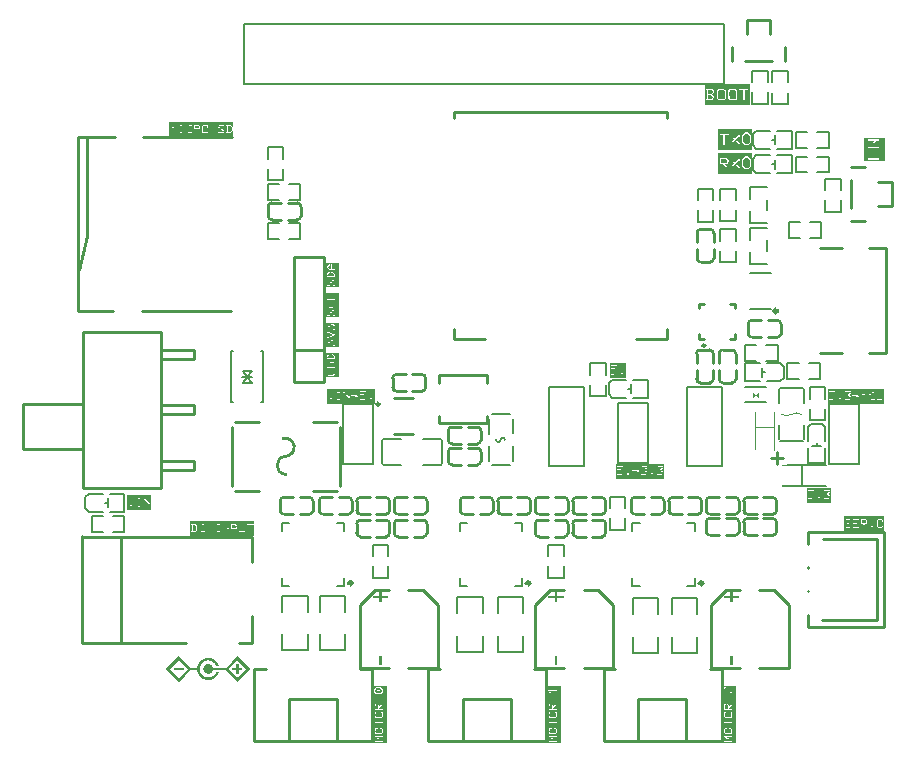
<source format=gto>
G04 Layer: TopSilkscreenLayer*
G04 EasyEDA Pro v2.2.36.7, 2025-05-26 04:11:26*
G04 Gerber Generator version 0.3*
G04 Scale: 100 percent, Rotated: No, Reflected: No*
G04 Dimensions in millimeters*
G04 Leading zeros omitted, absolute positions, 4 integers and 5 decimals*
%FSLAX45Y45*%
%MOMM*%
%ADD10C,0.254*%
%ADD11C,0.15001*%
%ADD12C,0.1524*%
%ADD13C,0.2*%
%ADD14C,0.3*%
%ADD15C,0.0847*%
%ADD16C,0.0762*%
%ADD17C,0.15199*%
%ADD18C,0.2032*%
%ADD19C,0.203*%
%ADD20C,0.08001*%
G75*


G04 Image Start*
G36*
G01X901823Y-5446447D02*
G01X901823Y-5468428D01*
G01X813918Y-5468428D01*
G01X813918Y-5446447D01*
G01X901823Y-5446447D01*
G37*
G36*
G01X1363320Y-5484985D02*
G01X1363320Y-5501541D01*
G01X1341344Y-5501541D01*
G01X1341344Y-5468428D01*
G01X1308237Y-5468428D01*
G01X1308237Y-5446447D01*
G01X1341344Y-5446447D01*
G01X1341344Y-5413333D01*
G01X1363320Y-5413333D01*
G01X1363320Y-5446447D01*
G01X1396142Y-5446447D01*
G01X1396142Y-5468428D01*
G01X1363320Y-5468428D01*
G01X1363320Y-5484985D01*
G37*
G36*
G01X906675Y-5517313D02*
G01X857908Y-5566199D01*
G01X803604Y-5511902D01*
G01X749300Y-5457605D01*
G01X749381Y-5457524D01*
G01X780440Y-5457524D01*
G01X819155Y-5496304D01*
G01X819155Y-5496304D01*
G01X857871Y-5535083D01*
G01X935301Y-5457524D01*
G01X896658Y-5418872D01*
G01X858014Y-5380219D01*
G01X857727Y-5380219D01*
G01X780440Y-5457524D01*
G01X749381Y-5457524D01*
G01X803514Y-5403241D01*
G01X857686Y-5348905D01*
G01X857813Y-5348818D01*
G01X955296Y-5446447D01*
G01X1012733Y-5446447D01*
G01X1013093Y-5444235D01*
G01X1013453Y-5442022D01*
G01X1014176Y-5438455D01*
G01X1014898Y-5434888D01*
G01X1015890Y-5431475D01*
G01X1016882Y-5428062D01*
G01X1019189Y-5421754D01*
G01X1020889Y-5418065D01*
G01X1022588Y-5414376D01*
G01X1024327Y-5411357D01*
G01X1026065Y-5408338D01*
G01X1028058Y-5405340D01*
G01X1030052Y-5402343D01*
G01X1035464Y-5395562D01*
G01X1039780Y-5391227D01*
G01X1044096Y-5386892D01*
G01X1047521Y-5384169D01*
G01X1050946Y-5381445D01*
G01X1056083Y-5378027D01*
G01X1059223Y-5376216D01*
G01X1062362Y-5374406D01*
G01X1065787Y-5372780D01*
G01X1069212Y-5371153D01*
G01X1072209Y-5369991D01*
G01X1075205Y-5368829D01*
G01X1077917Y-5367970D01*
G01X1080628Y-5367110D01*
G01X1084243Y-5366253D01*
G01X1087859Y-5365395D01*
G01X1091807Y-5364820D01*
G01X1095754Y-5364244D01*
G01X1100717Y-5363924D01*
G01X1105681Y-5363604D01*
G01X1110849Y-5363929D01*
G01X1116018Y-5364254D01*
G01X1119871Y-5364838D01*
G01X1123724Y-5365423D01*
G01X1126721Y-5366135D01*
G01X1129717Y-5366847D01*
G01X1132616Y-5367682D01*
G01X1135515Y-5368517D01*
G01X1138895Y-5369813D01*
G01X1142275Y-5371110D01*
G01X1147412Y-5373650D01*
G01X1152550Y-5376190D01*
G01X1156525Y-5378799D01*
G01X1160500Y-5381409D01*
G01X1163660Y-5383882D01*
G01X1166820Y-5386355D01*
G01X1171555Y-5391066D01*
G01X1176290Y-5395777D01*
G01X1178513Y-5398600D01*
G01X1180736Y-5401423D01*
G01X1182939Y-5404595D01*
G01X1185143Y-5407767D01*
G01X1188753Y-5414047D01*
G01X1190296Y-5417330D01*
G01X1191839Y-5420613D01*
G01X1193108Y-5423948D01*
G01X1194377Y-5427283D01*
G01X1194794Y-5428658D01*
G01X1195211Y-5430033D01*
G01X1195217Y-5430461D01*
G01X1172228Y-5430461D01*
G01X1169857Y-5425746D01*
G01X1167486Y-5421031D01*
G01X1165331Y-5417824D01*
G01X1163176Y-5414618D01*
G01X1160825Y-5411763D01*
G01X1158474Y-5408909D01*
G01X1152835Y-5403464D01*
G01X1150124Y-5401304D01*
G01X1147412Y-5399145D01*
G01X1143131Y-5396308D01*
G01X1140563Y-5394855D01*
G01X1137994Y-5393402D01*
G01X1135033Y-5392077D01*
G01X1132072Y-5390751D01*
G01X1127758Y-5389310D01*
G01X1123444Y-5387869D01*
G01X1120587Y-5387313D01*
G01X1117730Y-5386757D01*
G01X1114591Y-5386329D01*
G01X1111452Y-5385900D01*
G01X1100035Y-5385900D01*
G01X1096896Y-5386334D01*
G01X1093756Y-5386768D01*
G01X1090883Y-5387324D01*
G01X1088010Y-5387880D01*
G01X1083674Y-5389328D01*
G01X1079339Y-5390777D01*
G01X1076142Y-5392237D01*
G01X1072945Y-5393698D01*
G01X1068038Y-5396465D01*
G01X1065400Y-5398332D01*
G01X1062763Y-5400200D01*
G01X1058771Y-5403385D01*
G01X1056031Y-5406004D01*
G01X1053291Y-5408623D01*
G01X1050887Y-5411478D01*
G01X1048483Y-5414332D01*
G01X1046196Y-5417758D01*
G01X1043908Y-5421183D01*
G01X1041657Y-5425751D01*
G01X1039405Y-5430318D01*
G01X1037851Y-5435028D01*
G01X1036297Y-5439739D01*
G01X1035701Y-5442736D01*
G01X1035105Y-5445733D01*
G01X1034677Y-5448998D01*
G01X1034250Y-5452263D01*
G01X1034250Y-5462599D01*
G01X1035142Y-5469427D01*
G01X1036282Y-5475351D01*
G01X1039068Y-5483771D01*
G01X1040532Y-5487019D01*
G01X1041996Y-5490266D01*
G01X1043454Y-5492835D01*
G01X1044913Y-5495404D01*
G01X1046343Y-5497545D01*
G01X1047772Y-5499686D01*
G01X1049925Y-5502398D01*
G01X1052078Y-5505110D01*
G01X1059281Y-5512246D01*
G01X1062740Y-5514816D01*
G01X1066198Y-5517385D01*
G01X1071210Y-5520397D01*
G01X1074649Y-5522074D01*
G01X1078087Y-5523752D01*
G01X1081641Y-5525038D01*
G01X1085194Y-5526324D01*
G01X1088863Y-5527225D01*
G01X1092532Y-5528126D01*
G01X1098608Y-5528969D01*
G01X1108050Y-5529311D01*
G01X1115733Y-5528613D01*
G01X1119489Y-5527926D01*
G01X1123245Y-5527239D01*
G01X1127562Y-5525811D01*
G01X1131879Y-5524382D01*
G01X1135296Y-5522837D01*
G01X1138713Y-5521292D01*
G01X1146170Y-5516814D01*
G01X1149217Y-5514450D01*
G01X1152264Y-5512086D01*
G01X1154863Y-5509686D01*
G01X1157462Y-5507286D01*
G01X1160182Y-5504057D01*
G01X1162902Y-5500828D01*
G01X1165394Y-5497117D01*
G01X1167887Y-5493406D01*
G01X1170023Y-5489052D01*
G01X1172159Y-5484699D01*
G01X1195217Y-5484699D01*
G01X1195217Y-5485163D01*
G01X1193574Y-5489980D01*
G01X1192401Y-5492904D01*
G01X1191228Y-5495828D01*
G01X1189387Y-5499502D01*
G01X1187546Y-5503177D01*
G01X1185923Y-5505856D01*
G01X1184299Y-5508535D01*
G01X1182428Y-5511247D01*
G01X1180557Y-5513959D01*
G01X1175122Y-5520497D01*
G01X1171339Y-5524268D01*
G01X1167556Y-5528038D01*
G01X1164477Y-5530503D01*
G01X1161397Y-5532969D01*
G01X1158115Y-5535202D01*
G01X1154833Y-5537435D01*
G01X1151492Y-5539302D01*
G01X1148152Y-5541170D01*
G01X1141704Y-5544142D01*
G01X1138137Y-5545497D01*
G01X1134569Y-5546851D01*
G01X1131287Y-5547746D01*
G01X1128005Y-5548641D01*
G01X1123153Y-5549737D01*
G01X1120156Y-5550189D01*
G01X1117160Y-5550642D01*
G01X1114020Y-5550927D01*
G01X1110881Y-5551212D01*
G01X1105458Y-5551206D01*
G01X1100035Y-5551201D01*
G01X1096040Y-5550793D01*
G01X1092044Y-5550385D01*
G01X1087683Y-5549504D01*
G01X1083321Y-5548623D01*
G01X1079848Y-5547613D01*
G01X1076375Y-5546603D01*
G01X1070068Y-5544296D01*
G01X1066358Y-5542586D01*
G01X1062648Y-5540877D01*
G01X1059651Y-5539138D01*
G01X1056654Y-5537399D01*
G01X1053657Y-5535405D01*
G01X1050661Y-5533410D01*
G01X1047664Y-5531019D01*
G01X1044667Y-5528628D01*
G01X1040133Y-5524148D01*
G01X1035600Y-5519668D01*
G01X1032980Y-5516386D01*
G01X1030360Y-5513103D01*
G01X1025793Y-5506252D01*
G01X1024308Y-5503639D01*
G01X1022823Y-5501027D01*
G01X1021161Y-5497502D01*
G01X1019500Y-5493977D01*
G01X1017152Y-5487697D01*
G01X1016303Y-5484985D01*
G01X1015455Y-5482273D01*
G01X1014745Y-5479275D01*
G01X1014035Y-5476278D01*
G01X1013374Y-5472353D01*
G01X1012713Y-5468428D01*
G01X955443Y-5468428D01*
G01X906675Y-5517313D01*
G37*
G36*
G01X1406340Y-5512052D02*
G01X1352181Y-5566266D01*
G01X1303398Y-5517346D01*
G01X1254616Y-5468426D01*
G01X1145220Y-5468570D01*
G01X1143367Y-5473994D01*
G01X1142345Y-5476010D01*
G01X1141323Y-5478026D01*
G01X1139536Y-5480720D01*
G01X1137748Y-5483415D01*
G01X1134589Y-5486564D01*
G01X1131430Y-5489714D01*
G01X1128749Y-5491503D01*
G01X1126069Y-5493292D01*
G01X1123469Y-5494540D01*
G01X1120870Y-5495787D01*
G01X1114306Y-5497770D01*
G01X1111594Y-5498132D01*
G01X1108883Y-5498494D01*
G01X1105601Y-5498483D01*
G01X1102319Y-5498472D01*
G01X1099893Y-5498132D01*
G01X1097467Y-5497791D01*
G01X1094898Y-5497061D01*
G01X1092329Y-5496331D01*
G01X1088048Y-5494645D01*
G01X1085926Y-5493476D01*
G01X1083803Y-5492307D01*
G01X1081031Y-5490219D01*
G01X1078259Y-5488130D01*
G01X1075918Y-5485630D01*
G01X1073578Y-5483129D01*
G01X1071871Y-5480577D01*
G01X1070164Y-5478026D01*
G01X1069221Y-5476153D01*
G01X1068279Y-5474280D01*
G01X1067390Y-5471762D01*
G01X1066502Y-5469244D01*
G01X1065947Y-5467052D01*
G01X1065391Y-5464859D01*
G01X1065054Y-5461719D01*
G01X1064717Y-5458579D01*
G01X1064785Y-5457437D01*
G01X1274891Y-5457437D01*
G01X1313532Y-5496260D01*
G01X1352173Y-5535083D01*
G01X1385449Y-5501827D01*
G01X1418725Y-5468570D01*
G01X1429454Y-5457437D01*
G01X1352310Y-5379955D01*
G01X1313600Y-5418696D01*
G01X1274891Y-5457437D01*
G01X1274891Y-5457437D01*
G01X1064785Y-5457437D01*
G01X1065082Y-5452467D01*
G01X1065495Y-5450099D01*
G01X1065908Y-5447732D01*
G01X1066943Y-5444607D01*
G01X1067978Y-5441481D01*
G01X1069125Y-5439183D01*
G01X1070272Y-5436884D01*
G01X1073437Y-5432098D01*
G01X1076165Y-5429255D01*
G01X1078892Y-5426413D01*
G01X1081302Y-5424604D01*
G01X1083711Y-5422796D01*
G01X1089840Y-5419610D01*
G01X1092903Y-5418607D01*
G01X1095966Y-5417603D01*
G01X1098572Y-5417127D01*
G01X1101177Y-5416651D01*
G01X1110310Y-5416651D01*
G01X1112915Y-5417127D01*
G01X1115520Y-5417603D01*
G01X1121685Y-5419623D01*
G01X1124242Y-5420913D01*
G01X1126799Y-5422203D01*
G01X1128972Y-5423690D01*
G01X1131144Y-5425177D01*
G01X1134190Y-5428127D01*
G01X1137235Y-5431078D01*
G01X1140782Y-5436028D01*
G01X1144066Y-5442758D01*
G01X1144594Y-5444603D01*
G01X1145122Y-5446447D01*
G01X1254725Y-5446447D01*
G01X1303528Y-5397624D01*
G01X1352332Y-5348800D01*
G01X1406416Y-5403093D01*
G01X1460500Y-5457386D01*
G01X1460500Y-5457837D01*
G01X1406340Y-5512052D01*
G37*
G04 Image End*

G04 Text Start*
G36*
G01X2576561Y-5982085D02*
G01X2576368Y-5996132D01*
G01X2575791Y-5996901D01*
G01X2572904Y-5999788D01*
G01X2571943Y-6000557D01*
G01X2552893Y-6000943D01*
G01X2533650Y-6000750D01*
G01X2530186Y-6000557D01*
G01X2527925Y-6000413D01*
G01X2526915Y-5999980D01*
G01X2525953Y-5999018D01*
G01X2524414Y-5997864D01*
G01X2523067Y-5996517D01*
G01X2522489Y-5995362D01*
G01X2522297Y-5981123D01*
G01X2522441Y-5970780D01*
G01X2522874Y-5967076D01*
G01X2526723Y-5963227D01*
G01X2527685Y-5962457D01*
G01X2549814Y-5962073D01*
G01X2566218Y-5962217D01*
G01X2571943Y-5962650D01*
G01X2575791Y-5966499D01*
G01X2576368Y-5967653D01*
G01X2576561Y-5982085D01*
G37*
G36*
G01X2576561Y-5845849D02*
G01X2576368Y-5859896D01*
G01X2575791Y-5860665D01*
G01X2572904Y-5863551D01*
G01X2571943Y-5864321D01*
G01X2549621Y-5864706D01*
G01X2533073Y-5864562D01*
G01X2527300Y-5864129D01*
G01X2524991Y-5862204D01*
G01X2523067Y-5860280D01*
G01X2522489Y-5859126D01*
G01X2522297Y-5844886D01*
G01X2522441Y-5834544D01*
G01X2522874Y-5830839D01*
G01X2526723Y-5826991D01*
G01X2527685Y-5826221D01*
G01X2549814Y-5825836D01*
G01X2566218Y-5825981D01*
G01X2571943Y-5826414D01*
G01X2575791Y-5830262D01*
G01X2576368Y-5831417D01*
G01X2576561Y-5845849D01*
G37*
G36*
G01X2545773Y-5779847D02*
G01X2545580Y-5796396D01*
G01X2533843Y-5796588D01*
G01X2522297Y-5796588D01*
G01X2522297Y-5779847D01*
G01X2522441Y-5767195D01*
G01X2522874Y-5762721D01*
G01X2526723Y-5758873D01*
G01X2527685Y-5758103D01*
G01X2534227Y-5757718D01*
G01X2538942Y-5757862D01*
G01X2540770Y-5758296D01*
G01X2544618Y-5762144D01*
G01X2545388Y-5763106D01*
G01X2545773Y-5779847D01*
G37*
G36*
G01X2616200Y-5606473D02*
G01X2616200Y-6083300D01*
G01X2489200Y-6083300D01*
G01X2489200Y-6026150D01*
G01X2514793Y-6026150D01*
G01X2514985Y-6027497D01*
G01X2515754Y-6028844D01*
G01X2535959Y-6049049D01*
G01X2536344Y-6049481D01*
G01X2536344Y-6050011D01*
G01X2535574Y-6050973D01*
G01X2516332Y-6070215D01*
G01X2515370Y-6071562D01*
G01X2514985Y-6073294D01*
G01X2515754Y-6075026D01*
G01X2516621Y-6075796D01*
G01X2517679Y-6076180D01*
G01X2519411Y-6076565D01*
G01X2552123Y-6076757D01*
G01X2584257Y-6076757D01*
G01X2584257Y-6069061D01*
G01X2556356Y-6069061D01*
G01X2535478Y-6068916D01*
G01X2528647Y-6068483D01*
G01X2529417Y-6067521D01*
G01X2542886Y-6054051D01*
G01X2544041Y-6053474D01*
G01X2548851Y-6053282D01*
G01X2553085Y-6053282D01*
G01X2553085Y-6045585D01*
G01X2548082Y-6045585D01*
G01X2544233Y-6045441D01*
G01X2542694Y-6045007D01*
G01X2535959Y-6038273D01*
G01X2534035Y-6036733D01*
G01X2529224Y-6031923D01*
G01X2528454Y-6030961D01*
G01X2528310Y-6030624D01*
G01X2528647Y-6030383D01*
G01X2528647Y-6030383D01*
G01X2556933Y-6030191D01*
G01X2584643Y-6030191D01*
G01X2584643Y-6022494D01*
G01X2551161Y-6022494D01*
G01X2525809Y-6022638D01*
G01X2516717Y-6023071D01*
G01X2515370Y-6024611D01*
G01X2514793Y-6026150D01*
G01X2489200Y-6026150D01*
G01X2489200Y-5984779D01*
G01X2514600Y-5984779D01*
G01X2514793Y-5998056D01*
G01X2515370Y-5999211D01*
G01X2519218Y-6003059D01*
G01X2521143Y-6004599D01*
G01X2523067Y-6006523D01*
G01X2524414Y-6007485D01*
G01X2525953Y-6008062D01*
G01X2557126Y-6008447D01*
G01X2565593Y-6008639D01*
G01X2574059Y-6008447D01*
G01X2575599Y-6007677D01*
G01X2576946Y-6006523D01*
G01X2577907Y-6005561D01*
G01X2579832Y-6003251D01*
G01X2582718Y-6000365D01*
G01X2582718Y-6000365D01*
G01X2583680Y-5999018D01*
G01X2584113Y-5994352D01*
G01X2584257Y-5981893D01*
G01X2584113Y-5969385D01*
G01X2583680Y-5964574D01*
G01X2582718Y-5963035D01*
G01X2575021Y-5955338D01*
G01X2573867Y-5954761D01*
G01X2572520Y-5954568D01*
G01X2549044Y-5954376D01*
G01X2525568Y-5954568D01*
G01X2524414Y-5955146D01*
G01X2523451Y-5956107D01*
G01X2520757Y-5958417D01*
G01X2515947Y-5963227D01*
G01X2515177Y-5964959D01*
G01X2514985Y-5968615D01*
G01X2514793Y-5971501D01*
G01X2514600Y-5984779D01*
G01X2489200Y-5984779D01*
G01X2489200Y-5914351D01*
G01X2514600Y-5914351D01*
G01X2514600Y-5940521D01*
G01X2522297Y-5940521D01*
G01X2522297Y-5917430D01*
G01X2553277Y-5917430D01*
G01X2553277Y-5917430D01*
G01X2584257Y-5917430D01*
G01X2584257Y-5909733D01*
G01X2522297Y-5909733D01*
G01X2522297Y-5886257D01*
G01X2514985Y-5886257D01*
G01X2514793Y-5887220D01*
G01X2514600Y-5914351D01*
G01X2489200Y-5914351D01*
G01X2489200Y-5848735D01*
G01X2514600Y-5848735D01*
G01X2514744Y-5858645D01*
G01X2515177Y-5862589D01*
G01X2516139Y-5863936D01*
G01X2517101Y-5864706D01*
G01X2519988Y-5867593D01*
G01X2522297Y-5869517D01*
G01X2523259Y-5870479D01*
G01X2524606Y-5871441D01*
G01X2526963Y-5871874D01*
G01X2532496Y-5872018D01*
G01X2540193Y-5872211D01*
G01X2557511Y-5872403D01*
G01X2574829Y-5872018D01*
G01X2575983Y-5871249D01*
G01X2580794Y-5866438D01*
G01X2581949Y-5864899D01*
G01X2583296Y-5863551D01*
G01X2583296Y-5863551D01*
G01X2584065Y-5862589D01*
G01X2584257Y-5845656D01*
G01X2584113Y-5833149D01*
G01X2583680Y-5828338D01*
G01X2582718Y-5826991D01*
G01X2581949Y-5826029D01*
G01X2576176Y-5820256D01*
G01X2574829Y-5819101D01*
G01X2567998Y-5818669D01*
G01X2549429Y-5818524D01*
G01X2530860Y-5818717D01*
G01X2524029Y-5819294D01*
G01X2520757Y-5822565D01*
G01X2518064Y-5824874D01*
G01X2517101Y-5825836D01*
G01X2515947Y-5827183D01*
G01X2515177Y-5828723D01*
G01X2514793Y-5835265D01*
G01X2514600Y-5848735D01*
G01X2489200Y-5848735D01*
G01X2489200Y-5782733D01*
G01X2514985Y-5782733D01*
G01X2514985Y-5804285D01*
G01X2549621Y-5804285D01*
G01X2549621Y-5804285D01*
G01X2584257Y-5804285D01*
G01X2584257Y-5796588D01*
G01X2553085Y-5796588D01*
G01X2553085Y-5791585D01*
G01X2553229Y-5787736D01*
G01X2553662Y-5786197D01*
G01X2580601Y-5759257D01*
G01X2581564Y-5758488D01*
G01X2583103Y-5758103D01*
G01X2584257Y-5758103D01*
G01X2584257Y-5750406D01*
G01X2581949Y-5750406D01*
G01X2580024Y-5750550D01*
G01X2578870Y-5750983D01*
G01X2577523Y-5751946D01*
G01X2554432Y-5775036D01*
G01X2553470Y-5775614D01*
G01X2553181Y-5773786D01*
G01X2553085Y-5767917D01*
G01X2552941Y-5761903D01*
G01X2552507Y-5759643D01*
G01X2544811Y-5751946D01*
G01X2543849Y-5751176D01*
G01X2542501Y-5750599D01*
G01X2533265Y-5750406D01*
G01X2526819Y-5750599D01*
G01X2524029Y-5751176D01*
G01X2516909Y-5758296D01*
G01X2516139Y-5759257D01*
G01X2515370Y-5760412D01*
G01X2514985Y-5782733D01*
G01X2489200Y-5782733D01*
G01X2489200Y-5641686D01*
G01X2506903Y-5641686D01*
G01X2507096Y-5647844D01*
G01X2507673Y-5650538D01*
G01X2523451Y-5666317D01*
G01X2524799Y-5667279D01*
G01X2546157Y-5667664D01*
G01X2566939Y-5667279D01*
G01X2567901Y-5666509D01*
G01X2567901Y-5666509D01*
G01X2584065Y-5650346D01*
G01X2584257Y-5641301D01*
G01X2583873Y-5632065D01*
G01X2583103Y-5630911D01*
G01X2568671Y-5616479D01*
G01X2567324Y-5615517D01*
G01X2565207Y-5614747D01*
G01X2544811Y-5614554D01*
G01X2530282Y-5614699D01*
G01X2524799Y-5615132D01*
G01X2523259Y-5616094D01*
G01X2508827Y-5630526D01*
G01X2508057Y-5631488D01*
G01X2507288Y-5632835D01*
G01X2506903Y-5641686D01*
G01X2489200Y-5641686D01*
G01X2489200Y-5606473D01*
G01X2616200Y-5606473D01*
G37*
G36*
G01X2576946Y-5641301D02*
G01X2576753Y-5647074D01*
G01X2576176Y-5647844D01*
G01X2564630Y-5659389D01*
G01X2563283Y-5660159D01*
G01X2545003Y-5660351D01*
G01X2531918Y-5660207D01*
G01X2527300Y-5659774D01*
G01X2514793Y-5647267D01*
G01X2514359Y-5645583D01*
G01X2514215Y-5641301D01*
G01X2534420Y-5641301D01*
G01X2534612Y-5642841D01*
G01X2535382Y-5643996D01*
G01X2536921Y-5644765D01*
G01X2538653Y-5645150D01*
G01X2546543Y-5645343D01*
G01X2554432Y-5645150D01*
G01X2555779Y-5644380D01*
G01X2555779Y-5644380D01*
G01X2556933Y-5643418D01*
G01X2557318Y-5641686D01*
G01X2557126Y-5640436D01*
G01X2556549Y-5639377D01*
G01X2554817Y-5638030D01*
G01X2545580Y-5637646D01*
G01X2539134Y-5637790D01*
G01X2536344Y-5638223D01*
G01X2534997Y-5639570D01*
G01X2534420Y-5641301D01*
G01X2514215Y-5641301D01*
G01X2514359Y-5637020D01*
G01X2514793Y-5635336D01*
G01X2525376Y-5624753D01*
G01X2526530Y-5623214D01*
G01X2527300Y-5622251D01*
G01X2545773Y-5622251D01*
G01X2559724Y-5622396D01*
G01X2564630Y-5622829D01*
G01X2575214Y-5633412D01*
G01X2575983Y-5634374D01*
G01X2576561Y-5635336D01*
G01X2576946Y-5641301D01*
G37*
G36*
G01X419100Y-4114800D02*
G01X623455Y-4114800D01*
G01X623455Y-3987800D01*
G01X419100Y-3987800D01*
G01X419100Y-4020320D01*
G01X425643Y-4020320D01*
G01X425835Y-4014162D01*
G01X426027Y-4013200D01*
G01X433339Y-4013200D01*
G01X433339Y-4018396D01*
G01X433532Y-4024168D01*
G01X434109Y-4025707D01*
G01X435649Y-4029556D01*
G01X437188Y-4033020D01*
G01X438727Y-4036868D01*
G01X440267Y-4040332D01*
G01X441806Y-4044180D01*
G01X443346Y-4047644D01*
G01X444115Y-4049568D01*
G01X444885Y-4051300D01*
G01X445462Y-4052839D01*
G01X447194Y-4056880D01*
G01X447964Y-4058612D01*
G01X448733Y-4060536D01*
G01X449503Y-4062268D01*
G01X450273Y-4064193D01*
G01X451043Y-4065924D01*
G01X451812Y-4067849D01*
G01X452582Y-4069196D01*
G01X452919Y-4069147D01*
G01X453159Y-4068618D01*
G01X454891Y-4064577D01*
G01X456430Y-4061114D01*
G01X459894Y-4053032D01*
G01X461433Y-4049568D01*
G01X463743Y-4044180D01*
G01X465282Y-4040717D01*
G01X467591Y-4035329D01*
G01X469130Y-4031865D01*
G01X470285Y-4029171D01*
G01X471824Y-4025707D01*
G01X472209Y-4019165D01*
G01X472209Y-4013200D01*
G01X479906Y-4013200D01*
G01X479906Y-4018588D01*
G01X479714Y-4025323D01*
G01X479136Y-4027247D01*
G01X477982Y-4029941D01*
G01X477212Y-4031480D01*
G01X476443Y-4033404D01*
G01X474903Y-4036868D01*
G01X474133Y-4038793D01*
G01X472594Y-4042256D01*
G01X471824Y-4044180D01*
G01X468746Y-4051107D01*
G01X467976Y-4053032D01*
G01X466436Y-4056496D01*
G01X465667Y-4058420D01*
G01X462588Y-4065347D01*
G01X461818Y-4067271D01*
G01X460279Y-4070735D01*
G01X459509Y-4072659D01*
G01X456430Y-4079586D01*
G01X455468Y-4081511D01*
G01X454699Y-4082328D01*
G01X453544Y-4082857D01*
G01X509539Y-4082857D01*
G01X509539Y-4075161D01*
G01X511656Y-4075161D01*
G01X514350Y-4075353D01*
G01X516082Y-4075546D01*
G01X517236Y-4075546D01*
G01X517236Y-4020897D01*
G01X509539Y-4020897D01*
G01X509539Y-4013200D01*
G01X532630Y-4013200D01*
G01X532630Y-4020897D01*
G01X524933Y-4020897D01*
G01X524933Y-4075546D01*
G01X532630Y-4075546D01*
G01X532630Y-4078432D01*
G01X532438Y-4082280D01*
G01X532323Y-4082857D01*
G01X561879Y-4082857D01*
G01X561879Y-4013200D01*
G01X564957Y-4013200D01*
G01X568999Y-4013393D01*
G01X570346Y-4014162D01*
G01X606906Y-4050723D01*
G01X607868Y-4051493D01*
G01X608301Y-4046826D01*
G01X608446Y-4032443D01*
G01X608446Y-4013200D01*
G01X611332Y-4013200D01*
G01X615180Y-4013393D01*
G01X616143Y-4013585D01*
G01X616143Y-4082857D01*
G01X608446Y-4082857D01*
G01X608446Y-4073814D01*
G01X608253Y-4064193D01*
G01X607676Y-4063038D01*
G01X589396Y-4044757D01*
G01X587471Y-4042449D01*
G01X571115Y-4026093D01*
G01X570153Y-4025323D01*
G01X569720Y-4032202D01*
G01X569576Y-4053224D01*
G01X569383Y-4082280D01*
G01X568999Y-4083002D01*
G01X568229Y-4083243D01*
G01X567074Y-4083050D01*
G01X567074Y-4083050D01*
G01X564380Y-4082857D01*
G01X561879Y-4082857D01*
G01X532323Y-4082857D01*
G01X532246Y-4083243D01*
G01X529167Y-4083243D01*
G01X525896Y-4083050D01*
G01X525896Y-4083050D01*
G01X517621Y-4082857D01*
G01X509539Y-4082857D01*
G01X453544Y-4082857D01*
G01X451235Y-4082857D01*
G01X451235Y-4082857D01*
G01X449503Y-4081511D01*
G01X448541Y-4079779D01*
G01X447964Y-4078432D01*
G01X447194Y-4076700D01*
G01X446424Y-4074776D01*
G01X445654Y-4073044D01*
G01X444885Y-4071120D01*
G01X444115Y-4069388D01*
G01X443538Y-4067849D01*
G01X441806Y-4063807D01*
G01X441036Y-4062076D01*
G01X440267Y-4060151D01*
G01X439497Y-4058420D01*
G01X438727Y-4056496D01*
G01X437188Y-4053032D01*
G01X435649Y-4049183D01*
G01X434109Y-4045720D01*
G01X432570Y-4041871D01*
G01X431030Y-4038407D01*
G01X430261Y-4036483D01*
G01X429491Y-4034751D01*
G01X428914Y-4033212D01*
G01X426604Y-4027824D01*
G01X426027Y-4026285D01*
G01X425643Y-4020320D01*
G01X419100Y-4020320D01*
G01X419100Y-4114800D01*
G37*
G36*
G01X4049761Y-5982085D02*
G01X4049568Y-5996132D01*
G01X4048991Y-5996901D01*
G01X4046104Y-5999788D01*
G01X4045143Y-6000557D01*
G01X4026093Y-6000943D01*
G01X4006850Y-6000750D01*
G01X4003386Y-6000557D01*
G01X4001125Y-6000413D01*
G01X4000115Y-5999980D01*
G01X3999153Y-5999018D01*
G01X3997614Y-5997864D01*
G01X3996267Y-5996517D01*
G01X3995689Y-5995362D01*
G01X3995497Y-5981123D01*
G01X3995641Y-5970780D01*
G01X3996074Y-5967076D01*
G01X3999923Y-5963227D01*
G01X4000885Y-5962457D01*
G01X4023014Y-5962073D01*
G01X4039418Y-5962217D01*
G01X4045143Y-5962650D01*
G01X4048991Y-5966499D01*
G01X4049568Y-5967653D01*
G01X4049761Y-5982085D01*
G37*
G36*
G01X4089400Y-5606473D02*
G01X4089400Y-6083300D01*
G01X3962400Y-6083300D01*
G01X3962400Y-6026150D01*
G01X3987993Y-6026150D01*
G01X3988185Y-6027497D01*
G01X3988954Y-6028844D01*
G01X4009159Y-6049049D01*
G01X4009544Y-6049481D01*
G01X4009544Y-6050011D01*
G01X4008774Y-6050973D01*
G01X3989532Y-6070215D01*
G01X3988570Y-6071562D01*
G01X3988185Y-6073294D01*
G01X3988954Y-6075026D01*
G01X3989821Y-6075796D01*
G01X3990879Y-6076180D01*
G01X3992611Y-6076565D01*
G01X4025323Y-6076757D01*
G01X4057457Y-6076757D01*
G01X4057457Y-6069061D01*
G01X4029556Y-6069061D01*
G01X4008678Y-6068916D01*
G01X4001847Y-6068483D01*
G01X4002617Y-6067521D01*
G01X4016086Y-6054051D01*
G01X4017241Y-6053474D01*
G01X4022051Y-6053282D01*
G01X4026285Y-6053282D01*
G01X4026285Y-6045585D01*
G01X4021282Y-6045585D01*
G01X4017433Y-6045441D01*
G01X4015894Y-6045007D01*
G01X4009159Y-6038273D01*
G01X4007235Y-6036733D01*
G01X4002424Y-6031923D01*
G01X4001654Y-6030961D01*
G01X4001510Y-6030624D01*
G01X4001847Y-6030383D01*
G01X4001847Y-6030383D01*
G01X4030133Y-6030191D01*
G01X4057843Y-6030191D01*
G01X4057843Y-6022494D01*
G01X4024361Y-6022494D01*
G01X3999009Y-6022638D01*
G01X3989917Y-6023071D01*
G01X3988570Y-6024611D01*
G01X3987993Y-6026150D01*
G01X3962400Y-6026150D01*
G01X3962400Y-5984779D01*
G01X3987800Y-5984779D01*
G01X3987993Y-5998056D01*
G01X3988570Y-5999211D01*
G01X3992418Y-6003059D01*
G01X3994343Y-6004599D01*
G01X3996267Y-6006523D01*
G01X3997614Y-6007485D01*
G01X3999153Y-6008062D01*
G01X4030326Y-6008447D01*
G01X4038793Y-6008639D01*
G01X4047259Y-6008447D01*
G01X4048799Y-6007677D01*
G01X4050146Y-6006523D01*
G01X4051107Y-6005561D01*
G01X4053032Y-6003251D01*
G01X4055918Y-6000365D01*
G01X4055918Y-6000365D01*
G01X4056880Y-5999018D01*
G01X4057313Y-5994352D01*
G01X4057457Y-5981893D01*
G01X4057313Y-5969385D01*
G01X4056880Y-5964574D01*
G01X4055918Y-5963035D01*
G01X4048221Y-5955338D01*
G01X4047067Y-5954761D01*
G01X4045720Y-5954568D01*
G01X4022244Y-5954376D01*
G01X3998768Y-5954568D01*
G01X3997614Y-5955146D01*
G01X3996651Y-5956107D01*
G01X3993957Y-5958417D01*
G01X3989147Y-5963227D01*
G01X3988377Y-5964959D01*
G01X3988185Y-5968615D01*
G01X3987993Y-5971501D01*
G01X3987800Y-5984779D01*
G01X3962400Y-5984779D01*
G01X3962400Y-5914351D01*
G01X3987800Y-5914351D01*
G01X3987800Y-5940521D01*
G01X3995497Y-5940521D01*
G01X3995497Y-5917430D01*
G01X4026477Y-5917430D01*
G01X4026477Y-5917430D01*
G01X4057457Y-5917430D01*
G01X4057457Y-5909733D01*
G01X3995497Y-5909733D01*
G01X3995497Y-5886257D01*
G01X3988185Y-5886257D01*
G01X3987993Y-5887220D01*
G01X3987800Y-5914351D01*
G01X3962400Y-5914351D01*
G01X3962400Y-5848735D01*
G01X3987800Y-5848735D01*
G01X3987944Y-5858645D01*
G01X3988377Y-5862589D01*
G01X3989339Y-5863936D01*
G01X3990301Y-5864706D01*
G01X3993188Y-5867593D01*
G01X3995497Y-5869517D01*
G01X3996459Y-5870479D01*
G01X3997806Y-5871441D01*
G01X4000163Y-5871874D01*
G01X4005696Y-5872018D01*
G01X4013393Y-5872211D01*
G01X4030711Y-5872403D01*
G01X4048029Y-5872018D01*
G01X4049183Y-5871249D01*
G01X4053994Y-5866438D01*
G01X4055149Y-5864899D01*
G01X4056496Y-5863551D01*
G01X4056496Y-5863551D01*
G01X4057265Y-5862589D01*
G01X4057457Y-5845656D01*
G01X4057313Y-5833149D01*
G01X4056880Y-5828338D01*
G01X4055918Y-5826991D01*
G01X4055149Y-5826029D01*
G01X4049376Y-5820256D01*
G01X4048029Y-5819101D01*
G01X4041198Y-5818669D01*
G01X4022629Y-5818524D01*
G01X4004060Y-5818717D01*
G01X3997229Y-5819294D01*
G01X3993957Y-5822565D01*
G01X3991264Y-5824874D01*
G01X3990301Y-5825836D01*
G01X3989147Y-5827183D01*
G01X3988377Y-5828723D01*
G01X3987993Y-5835265D01*
G01X3987800Y-5848735D01*
G01X3962400Y-5848735D01*
G01X3962400Y-5782733D01*
G01X3988185Y-5782733D01*
G01X3988185Y-5804285D01*
G01X4022821Y-5804285D01*
G01X4022821Y-5804285D01*
G01X4057457Y-5804285D01*
G01X4057457Y-5796588D01*
G01X4026285Y-5796588D01*
G01X4026285Y-5791585D01*
G01X4026429Y-5787736D01*
G01X4026862Y-5786197D01*
G01X4053801Y-5759257D01*
G01X4054764Y-5758488D01*
G01X4056303Y-5758103D01*
G01X4057457Y-5758103D01*
G01X4057457Y-5750406D01*
G01X4055149Y-5750406D01*
G01X4053224Y-5750550D01*
G01X4052070Y-5750983D01*
G01X4050723Y-5751946D01*
G01X4027632Y-5775036D01*
G01X4026670Y-5775614D01*
G01X4026381Y-5773786D01*
G01X4026285Y-5767917D01*
G01X4026141Y-5761903D01*
G01X4025707Y-5759643D01*
G01X4018011Y-5751946D01*
G01X4017049Y-5751176D01*
G01X4015701Y-5750599D01*
G01X4006465Y-5750406D01*
G01X4000019Y-5750599D01*
G01X3997229Y-5751176D01*
G01X3990109Y-5758296D01*
G01X3989339Y-5759257D01*
G01X3988570Y-5760412D01*
G01X3988185Y-5782733D01*
G01X3962400Y-5782733D01*
G01X3962400Y-5641301D01*
G01X3980488Y-5641301D01*
G01X3981065Y-5642649D01*
G01X3991649Y-5653232D01*
G01X3993957Y-5655156D01*
G01X3998768Y-5659967D01*
G01X3999538Y-5660544D01*
G01X4000307Y-5660351D01*
G01X4002232Y-5658427D01*
G01X4004156Y-5656118D01*
G01X4004445Y-5655733D01*
G01X4004156Y-5655349D01*
G01X4000307Y-5651500D01*
G01X3998383Y-5649961D01*
G01X3994535Y-5646112D01*
G01X3993765Y-5645150D01*
G01X4001606Y-5644717D01*
G01X4001606Y-5644717D01*
G01X4025515Y-5644573D01*
G01X4057457Y-5644573D01*
G01X4057457Y-5637261D01*
G01X4020127Y-5637261D01*
G01X3991937Y-5637453D01*
G01X3982027Y-5638030D01*
G01X3980873Y-5639570D01*
G01X3980488Y-5641301D01*
G01X3962400Y-5641301D01*
G01X3962400Y-5606473D01*
G01X4089400Y-5606473D01*
G37*
G36*
G01X4049761Y-5845849D02*
G01X4049568Y-5859896D01*
G01X4048991Y-5860665D01*
G01X4046104Y-5863551D01*
G01X4045143Y-5864321D01*
G01X4022821Y-5864706D01*
G01X4006273Y-5864562D01*
G01X4000500Y-5864129D01*
G01X3998191Y-5862204D01*
G01X3996267Y-5860280D01*
G01X3995689Y-5859126D01*
G01X3995497Y-5844886D01*
G01X3995641Y-5834544D01*
G01X3996074Y-5830839D01*
G01X3999923Y-5826991D01*
G01X4000885Y-5826221D01*
G01X4023014Y-5825836D01*
G01X4039418Y-5825981D01*
G01X4045143Y-5826414D01*
G01X4048991Y-5830262D01*
G01X4049568Y-5831417D01*
G01X4049761Y-5845849D01*
G37*
G36*
G01X4018973Y-5779847D02*
G01X4018780Y-5796396D01*
G01X4007043Y-5796588D01*
G01X3995497Y-5796588D01*
G01X3995497Y-5779847D01*
G01X3995641Y-5767195D01*
G01X3996074Y-5762721D01*
G01X3999923Y-5758873D01*
G01X4000885Y-5758103D01*
G01X4007427Y-5757718D01*
G01X4012142Y-5757862D01*
G01X4013970Y-5758296D01*
G01X4017818Y-5762144D01*
G01X4018588Y-5763106D01*
G01X4018973Y-5779847D01*
G37*
G36*
G01X5535661Y-5982085D02*
G01X5535468Y-5996132D01*
G01X5534891Y-5996901D01*
G01X5532004Y-5999788D01*
G01X5531043Y-6000557D01*
G01X5511993Y-6000943D01*
G01X5492750Y-6000750D01*
G01X5489286Y-6000557D01*
G01X5487025Y-6000413D01*
G01X5486015Y-5999980D01*
G01X5485053Y-5999018D01*
G01X5483514Y-5997864D01*
G01X5482167Y-5996517D01*
G01X5481589Y-5995362D01*
G01X5481397Y-5981123D01*
G01X5481541Y-5970780D01*
G01X5481974Y-5967076D01*
G01X5485823Y-5963227D01*
G01X5486785Y-5962457D01*
G01X5508914Y-5962073D01*
G01X5525318Y-5962217D01*
G01X5531043Y-5962650D01*
G01X5534891Y-5966499D01*
G01X5535468Y-5967653D01*
G01X5535661Y-5982085D01*
G37*
G36*
G01X5575300Y-5606473D02*
G01X5575300Y-6083300D01*
G01X5448300Y-6083300D01*
G01X5448300Y-6026150D01*
G01X5473893Y-6026150D01*
G01X5474085Y-6027497D01*
G01X5474854Y-6028844D01*
G01X5495059Y-6049049D01*
G01X5495444Y-6049481D01*
G01X5495444Y-6050011D01*
G01X5494674Y-6050973D01*
G01X5475432Y-6070215D01*
G01X5474470Y-6071562D01*
G01X5474085Y-6073294D01*
G01X5474854Y-6075026D01*
G01X5475721Y-6075796D01*
G01X5476779Y-6076180D01*
G01X5478511Y-6076565D01*
G01X5511223Y-6076757D01*
G01X5543357Y-6076757D01*
G01X5543357Y-6069061D01*
G01X5515456Y-6069061D01*
G01X5494578Y-6068916D01*
G01X5487747Y-6068483D01*
G01X5488517Y-6067521D01*
G01X5501986Y-6054051D01*
G01X5503141Y-6053474D01*
G01X5507951Y-6053282D01*
G01X5512185Y-6053282D01*
G01X5512185Y-6045585D01*
G01X5507182Y-6045585D01*
G01X5503333Y-6045441D01*
G01X5501794Y-6045007D01*
G01X5495059Y-6038273D01*
G01X5493135Y-6036733D01*
G01X5488324Y-6031923D01*
G01X5487554Y-6030961D01*
G01X5487410Y-6030624D01*
G01X5487747Y-6030383D01*
G01X5487747Y-6030383D01*
G01X5516033Y-6030191D01*
G01X5543743Y-6030191D01*
G01X5543743Y-6022494D01*
G01X5510261Y-6022494D01*
G01X5484909Y-6022638D01*
G01X5475817Y-6023071D01*
G01X5474470Y-6024611D01*
G01X5473893Y-6026150D01*
G01X5448300Y-6026150D01*
G01X5448300Y-5984779D01*
G01X5473700Y-5984779D01*
G01X5473893Y-5998056D01*
G01X5474470Y-5999211D01*
G01X5478318Y-6003059D01*
G01X5480243Y-6004599D01*
G01X5482167Y-6006523D01*
G01X5483514Y-6007485D01*
G01X5485053Y-6008062D01*
G01X5516226Y-6008447D01*
G01X5524693Y-6008639D01*
G01X5533159Y-6008447D01*
G01X5534699Y-6007677D01*
G01X5536046Y-6006523D01*
G01X5537007Y-6005561D01*
G01X5538932Y-6003251D01*
G01X5541818Y-6000365D01*
G01X5541818Y-6000365D01*
G01X5542780Y-5999018D01*
G01X5543213Y-5994352D01*
G01X5543357Y-5981893D01*
G01X5543213Y-5969385D01*
G01X5542780Y-5964574D01*
G01X5541818Y-5963035D01*
G01X5534121Y-5955338D01*
G01X5532967Y-5954761D01*
G01X5531620Y-5954568D01*
G01X5508144Y-5954376D01*
G01X5484668Y-5954568D01*
G01X5483514Y-5955146D01*
G01X5482551Y-5956107D01*
G01X5479857Y-5958417D01*
G01X5475047Y-5963227D01*
G01X5474277Y-5964959D01*
G01X5474085Y-5968615D01*
G01X5473893Y-5971501D01*
G01X5473700Y-5984779D01*
G01X5448300Y-5984779D01*
G01X5448300Y-5914351D01*
G01X5473700Y-5914351D01*
G01X5473700Y-5940521D01*
G01X5481397Y-5940521D01*
G01X5481397Y-5917430D01*
G01X5512377Y-5917430D01*
G01X5512377Y-5917430D01*
G01X5543357Y-5917430D01*
G01X5543357Y-5909733D01*
G01X5481397Y-5909733D01*
G01X5481397Y-5886257D01*
G01X5474085Y-5886257D01*
G01X5473893Y-5887220D01*
G01X5473700Y-5914351D01*
G01X5448300Y-5914351D01*
G01X5448300Y-5848735D01*
G01X5473700Y-5848735D01*
G01X5473844Y-5858645D01*
G01X5474277Y-5862589D01*
G01X5475239Y-5863936D01*
G01X5476201Y-5864706D01*
G01X5479088Y-5867593D01*
G01X5481397Y-5869517D01*
G01X5482359Y-5870479D01*
G01X5483706Y-5871441D01*
G01X5486063Y-5871874D01*
G01X5491596Y-5872018D01*
G01X5499293Y-5872211D01*
G01X5516611Y-5872403D01*
G01X5533929Y-5872018D01*
G01X5535083Y-5871249D01*
G01X5539894Y-5866438D01*
G01X5541049Y-5864899D01*
G01X5542396Y-5863551D01*
G01X5542396Y-5863551D01*
G01X5543165Y-5862589D01*
G01X5543357Y-5845656D01*
G01X5543213Y-5833149D01*
G01X5542780Y-5828338D01*
G01X5541818Y-5826991D01*
G01X5541049Y-5826029D01*
G01X5535276Y-5820256D01*
G01X5533929Y-5819101D01*
G01X5527098Y-5818669D01*
G01X5508529Y-5818524D01*
G01X5489960Y-5818717D01*
G01X5483129Y-5819294D01*
G01X5479857Y-5822565D01*
G01X5477164Y-5824874D01*
G01X5476201Y-5825836D01*
G01X5475047Y-5827183D01*
G01X5474277Y-5828723D01*
G01X5473893Y-5835265D01*
G01X5473700Y-5848735D01*
G01X5448300Y-5848735D01*
G01X5448300Y-5782733D01*
G01X5474085Y-5782733D01*
G01X5474085Y-5804285D01*
G01X5508721Y-5804285D01*
G01X5508721Y-5804285D01*
G01X5543357Y-5804285D01*
G01X5543357Y-5796588D01*
G01X5512185Y-5796588D01*
G01X5512185Y-5791585D01*
G01X5512329Y-5787736D01*
G01X5512762Y-5786197D01*
G01X5539701Y-5759257D01*
G01X5540664Y-5758488D01*
G01X5542203Y-5758103D01*
G01X5543357Y-5758103D01*
G01X5543357Y-5750406D01*
G01X5541049Y-5750406D01*
G01X5539124Y-5750550D01*
G01X5537970Y-5750983D01*
G01X5536623Y-5751946D01*
G01X5513532Y-5775036D01*
G01X5512570Y-5775614D01*
G01X5512281Y-5773786D01*
G01X5512185Y-5767917D01*
G01X5512041Y-5761903D01*
G01X5511607Y-5759643D01*
G01X5503911Y-5751946D01*
G01X5502949Y-5751176D01*
G01X5501601Y-5750599D01*
G01X5492365Y-5750406D01*
G01X5485919Y-5750599D01*
G01X5483129Y-5751176D01*
G01X5476009Y-5758296D01*
G01X5475239Y-5759257D01*
G01X5474470Y-5760412D01*
G01X5474085Y-5782733D01*
G01X5448300Y-5782733D01*
G01X5448300Y-5637838D01*
G01X5466003Y-5637838D01*
G01X5466388Y-5650346D01*
G01X5467157Y-5651307D01*
G01X5481589Y-5665739D01*
G01X5482936Y-5666701D01*
G01X5484668Y-5667471D01*
G01X5487362Y-5667664D01*
G01X5489094Y-5667664D01*
G01X5489094Y-5660351D01*
G01X5487747Y-5660351D01*
G01X5486641Y-5660207D01*
G01X5486015Y-5659774D01*
G01X5474470Y-5648229D01*
G01X5473700Y-5647267D01*
G01X5473315Y-5637261D01*
G01X5473459Y-5629949D01*
G01X5473893Y-5627254D01*
G01X5477741Y-5623406D01*
G01X5478703Y-5622636D01*
G01X5485630Y-5622251D01*
G01X5490633Y-5622396D01*
G01X5492557Y-5622829D01*
G01X5503141Y-5633412D01*
G01X5505065Y-5634951D01*
G01X5526232Y-5656118D01*
G01X5527771Y-5657273D01*
G01X5536815Y-5666317D01*
G01X5537777Y-5667086D01*
G01X5538932Y-5667471D01*
G01X5540279Y-5667664D01*
G01X5542011Y-5666894D01*
G01X5542011Y-5666894D01*
G01X5543165Y-5665739D01*
G01X5543357Y-5639954D01*
G01X5543357Y-5614554D01*
G01X5536046Y-5614554D01*
G01X5536046Y-5634567D01*
G01X5535901Y-5649528D01*
G01X5535468Y-5654386D01*
G01X5534506Y-5653617D01*
G01X5526809Y-5645920D01*
G01X5524115Y-5643611D01*
G01X5508721Y-5628217D01*
G01X5506797Y-5626677D01*
G01X5496214Y-5616094D01*
G01X5495059Y-5615324D01*
G01X5493135Y-5614747D01*
G01X5484476Y-5614554D01*
G01X5476394Y-5614939D01*
G01X5475047Y-5615709D01*
G01X5467350Y-5623406D01*
G01X5466388Y-5624753D01*
G01X5466003Y-5637838D01*
G01X5448300Y-5637838D01*
G01X5448300Y-5606473D01*
G01X5575300Y-5606473D01*
G37*
G36*
G01X5535661Y-5845849D02*
G01X5535468Y-5859896D01*
G01X5534891Y-5860665D01*
G01X5532004Y-5863551D01*
G01X5531043Y-5864321D01*
G01X5508721Y-5864706D01*
G01X5492173Y-5864562D01*
G01X5486400Y-5864129D01*
G01X5484091Y-5862204D01*
G01X5482167Y-5860280D01*
G01X5481589Y-5859126D01*
G01X5481397Y-5844886D01*
G01X5481541Y-5834544D01*
G01X5481974Y-5830839D01*
G01X5485823Y-5826991D01*
G01X5486785Y-5826221D01*
G01X5508914Y-5825836D01*
G01X5525318Y-5825981D01*
G01X5531043Y-5826414D01*
G01X5534891Y-5830262D01*
G01X5535468Y-5831417D01*
G01X5535661Y-5845849D01*
G37*
G36*
G01X5504873Y-5779847D02*
G01X5504680Y-5796396D01*
G01X5492943Y-5796588D01*
G01X5481397Y-5796588D01*
G01X5481397Y-5779847D01*
G01X5481541Y-5767195D01*
G01X5481974Y-5762721D01*
G01X5485823Y-5758873D01*
G01X5486785Y-5758103D01*
G01X5493327Y-5757718D01*
G01X5498042Y-5757862D01*
G01X5499870Y-5758296D01*
G01X5503718Y-5762144D01*
G01X5504488Y-5763106D01*
G01X5504873Y-5779847D01*
G37*
G36*
G01X1497445Y-4330700D02*
G01X952500Y-4330700D01*
G01X952500Y-4295101D01*
G01X959427Y-4295101D01*
G01X959427Y-4298757D01*
G01X976938Y-4298757D01*
G01X995218Y-4298373D01*
G01X996565Y-4297603D01*
G01X1011959Y-4282209D01*
G01X1012921Y-4280670D01*
G01X1013288Y-4264699D01*
G01X1027546Y-4264699D01*
G01X1027930Y-4273357D01*
G01X1028700Y-4274704D01*
G01X1035435Y-4281439D01*
G01X1037359Y-4282979D01*
G01X1037359Y-4282979D01*
G01X1052753Y-4298373D01*
G01X1062567Y-4298757D01*
G01X1072380Y-4298373D01*
G01X1073535Y-4297603D01*
G01X1075267Y-4295871D01*
G01X1178791Y-4295871D01*
G01X1178791Y-4298757D01*
G01X1186873Y-4298757D01*
G01X1186873Y-4298757D01*
G01X1195147Y-4298950D01*
G01X1198611Y-4299143D01*
G01X1201882Y-4299143D01*
G01X1202074Y-4298180D01*
G01X1202267Y-4294332D01*
G01X1202267Y-4291446D01*
G01X1194185Y-4291446D01*
G01X1194185Y-4236797D01*
G01X1201882Y-4236797D01*
G01X1202074Y-4235835D01*
G01X1202267Y-4231986D01*
G01X1202267Y-4229100D01*
G01X1231515Y-4229100D01*
G01X1231515Y-4298757D01*
G01X1234017Y-4298757D01*
G01X1234017Y-4298757D01*
G01X1236711Y-4298950D01*
G01X1237865Y-4299143D01*
G01X1238635Y-4298902D01*
G01X1239020Y-4298180D01*
G01X1239212Y-4269124D01*
G01X1239356Y-4248102D01*
G01X1239789Y-4241223D01*
G01X1240751Y-4241993D01*
G01X1247486Y-4248727D01*
G01X1249411Y-4251036D01*
G01X1277312Y-4278938D01*
G01X1277889Y-4280093D01*
G01X1278082Y-4289714D01*
G01X1278082Y-4298757D01*
G01X1285394Y-4298757D01*
G01X1285394Y-4264121D01*
G01X1299633Y-4264121D01*
G01X1299633Y-4299143D01*
G01X1306946Y-4299143D01*
G01X1307138Y-4298180D01*
G01X1307330Y-4286443D01*
G01X1307330Y-4275667D01*
G01X1320800Y-4275667D01*
G01X1334847Y-4275474D01*
G01X1336194Y-4274897D01*
G01X1337349Y-4273935D01*
G01X1348894Y-4262389D01*
G01X1350049Y-4260850D01*
G01X1352357Y-4258541D01*
G01X1353127Y-4257386D01*
G01X1353512Y-4252191D01*
G01X1353127Y-4246803D01*
G01X1352357Y-4245456D01*
G01X1340812Y-4233911D01*
G01X1338503Y-4231986D01*
G01X1336579Y-4230062D01*
G01X1335424Y-4229485D01*
G01X1367751Y-4229485D01*
G01X1367751Y-4258733D01*
G01X1368136Y-4288751D01*
G01X1368906Y-4290099D01*
G01X1375641Y-4296833D01*
G01X1375641Y-4296833D01*
G01X1377565Y-4298373D01*
G01X1394499Y-4298757D01*
G01X1411624Y-4298373D01*
G01X1412971Y-4297603D01*
G01X1416820Y-4293754D01*
G01X1418744Y-4291446D01*
G01X1420668Y-4289521D01*
G01X1421438Y-4287789D01*
G01X1421630Y-4257771D01*
G01X1421630Y-4229100D01*
G01X1435870Y-4229100D01*
G01X1435870Y-4236797D01*
G01X1458961Y-4236797D01*
G01X1458961Y-4267777D01*
G01X1458961Y-4267777D01*
G01X1458961Y-4298757D01*
G01X1466657Y-4298757D01*
G01X1466657Y-4236797D01*
G01X1489749Y-4236797D01*
G01X1489749Y-4229100D01*
G01X1435870Y-4229100D01*
G01X1421630Y-4229100D01*
G01X1414318Y-4229100D01*
G01X1414126Y-4230062D01*
G01X1413933Y-4258541D01*
G01X1413789Y-4279275D01*
G01X1413356Y-4286443D01*
G01X1411432Y-4288751D01*
G01X1410470Y-4289714D01*
G01X1409315Y-4290676D01*
G01X1394499Y-4291061D01*
G01X1383867Y-4290916D01*
G01X1380067Y-4290483D01*
G01X1376218Y-4286635D01*
G01X1375641Y-4285480D01*
G01X1375256Y-4243147D01*
G01X1375064Y-4236027D01*
G01X1375064Y-4229485D01*
G01X1367751Y-4229485D01*
G01X1335424Y-4229485D01*
G01X1334077Y-4229293D01*
G01X1316567Y-4229100D01*
G01X1299633Y-4229100D01*
G01X1299633Y-4264121D01*
G01X1299633Y-4264121D01*
G01X1285394Y-4264121D01*
G01X1285394Y-4229100D01*
G01X1278082Y-4229100D01*
G01X1278082Y-4248343D01*
G01X1277938Y-4262726D01*
G01X1277504Y-4267393D01*
G01X1276543Y-4266623D01*
G01X1239982Y-4230062D01*
G01X1238635Y-4229293D01*
G01X1234594Y-4229100D01*
G01X1231515Y-4229100D01*
G01X1202267Y-4229100D01*
G01X1179176Y-4229100D01*
G01X1179176Y-4230447D01*
G01X1178983Y-4232371D01*
G01X1178791Y-4234873D01*
G01X1178791Y-4236797D01*
G01X1186488Y-4236797D01*
G01X1186488Y-4291446D01*
G01X1185526Y-4291446D01*
G01X1183986Y-4291253D01*
G01X1181293Y-4291061D01*
G01X1179176Y-4291061D01*
G01X1178983Y-4292023D01*
G01X1178791Y-4295871D01*
G01X1075267Y-4295871D01*
G01X1076421Y-4294717D01*
G01X1077961Y-4292793D01*
G01X1080847Y-4289906D01*
G01X1081136Y-4289521D01*
G01X1080847Y-4289136D01*
G01X1079307Y-4287982D01*
G01X1076999Y-4285673D01*
G01X1076036Y-4284903D01*
G01X1075651Y-4284759D01*
G01X1075267Y-4285096D01*
G01X1069494Y-4290868D01*
G01X1068724Y-4291301D01*
G01X1067185Y-4291446D01*
G01X1064683Y-4291253D01*
G01X1059873Y-4291061D01*
G01X1056601Y-4290916D01*
G01X1055254Y-4290483D01*
G01X1036012Y-4271241D01*
G01X1035435Y-4270086D01*
G01X1035243Y-4263351D01*
G01X1035387Y-4258637D01*
G01X1035820Y-4256809D01*
G01X1055062Y-4237567D01*
G01X1056217Y-4236989D01*
G01X1063144Y-4236797D01*
G01X1068003Y-4236941D01*
G01X1069879Y-4237374D01*
G01X1071803Y-4239299D01*
G01X1074497Y-4241607D01*
G01X1075651Y-4242570D01*
G01X1076325Y-4242714D01*
G01X1076806Y-4242377D01*
G01X1080654Y-4238529D01*
G01X1080847Y-4237567D01*
G01X1074304Y-4231024D01*
G01X1072957Y-4230062D01*
G01X1070456Y-4229293D01*
G01X1061412Y-4229100D01*
G01X1055688Y-4229244D01*
G01X1053138Y-4229677D01*
G01X1051599Y-4230639D01*
G01X1029470Y-4252768D01*
G01X1028700Y-4253730D01*
G01X1027930Y-4255462D01*
G01X1027546Y-4264699D01*
G01X1013288Y-4264699D01*
G01X1013306Y-4263929D01*
G01X1013114Y-4247765D01*
G01X1012536Y-4246611D01*
G01X1009650Y-4243724D01*
G01X1007341Y-4241030D01*
G01X997720Y-4231409D01*
G01X996757Y-4230639D01*
G01X995603Y-4229870D01*
G01X991754Y-4229485D01*
G01X988099Y-4229293D01*
G01X973667Y-4229100D01*
G01X959812Y-4229100D01*
G01X959620Y-4230062D01*
G01X959427Y-4233911D01*
G01X959427Y-4236797D01*
G01X967509Y-4236797D01*
G01X967509Y-4291446D01*
G01X959427Y-4291446D01*
G01X959427Y-4295101D01*
G01X959427Y-4295101D01*
G01X952500Y-4295101D01*
G01X952500Y-4203700D01*
G01X1497445Y-4203700D01*
G01X1497445Y-4330700D01*
G37*
G36*
G01X983673Y-4291061D02*
G01X975399Y-4290868D01*
G01X975206Y-4263736D01*
G01X975206Y-4236797D01*
G01X983865Y-4236797D01*
G01X990456Y-4236941D01*
G01X992909Y-4237374D01*
G01X1004454Y-4248920D01*
G01X1005224Y-4249882D01*
G01X1005609Y-4264314D01*
G01X1005465Y-4274945D01*
G01X1005032Y-4278746D01*
G01X993486Y-4290291D01*
G01X992332Y-4290868D01*
G01X983673Y-4291061D01*
G37*
G36*
G01X1320223Y-4267970D02*
G01X1307523Y-4267777D01*
G01X1307330Y-4252191D01*
G01X1307330Y-4236797D01*
G01X1320223Y-4236797D01*
G01X1329988Y-4236941D01*
G01X1333500Y-4237374D01*
G01X1344083Y-4247957D01*
G01X1345046Y-4248727D01*
G01X1345623Y-4249689D01*
G01X1346007Y-4254307D01*
G01X1346007Y-4254837D01*
G01X1345623Y-4255270D01*
G01X1334077Y-4266815D01*
G01X1333115Y-4267585D01*
G01X1320223Y-4267970D01*
G37*
G36*
G01X1319645Y-952500D02*
G01X774700Y-952500D01*
G01X774700Y-888423D01*
G01X781243Y-888423D01*
G01X781243Y-920557D01*
G01X788939Y-920557D01*
G01X788939Y-892656D01*
G01X789084Y-871778D01*
G01X789517Y-864947D01*
G01X790479Y-865717D01*
G01X803949Y-879186D01*
G01X804526Y-880341D01*
G01X804718Y-885151D01*
G01X804718Y-889385D01*
G01X812415Y-889385D01*
G01X812415Y-884382D01*
G01X812559Y-880533D01*
G01X812993Y-878994D01*
G01X819727Y-872259D01*
G01X821267Y-870335D01*
G01X826077Y-865524D01*
G01X827039Y-864754D01*
G01X827376Y-864610D01*
G01X827617Y-864947D01*
G01X827617Y-864947D01*
G01X827809Y-893233D01*
G01X827809Y-920943D01*
G01X835506Y-920943D01*
G01X835506Y-912861D01*
G01X865139Y-912861D01*
G01X865139Y-920557D01*
G01X873221Y-920557D01*
G01X873221Y-920557D01*
G01X881496Y-920750D01*
G01X884767Y-920943D01*
G01X887846Y-920943D01*
G01X888038Y-919980D01*
G01X888230Y-916132D01*
G01X888230Y-913246D01*
G01X880533Y-913246D01*
G01X880533Y-886499D01*
G01X917864Y-886499D01*
G01X918249Y-895157D01*
G01X919018Y-896504D01*
G01X928639Y-906126D01*
G01X931333Y-908435D01*
G01X941917Y-919018D01*
G01X941917Y-919018D01*
G01X943071Y-919980D01*
G01X945813Y-920413D01*
G01X952885Y-920557D01*
G01X962699Y-920173D01*
G01X963853Y-919403D01*
G01X965777Y-917479D01*
G01X967701Y-915170D01*
G01X970588Y-912283D01*
G01X971165Y-911321D01*
G01X970780Y-910744D01*
G01X969818Y-909974D01*
G01X966932Y-907088D01*
G01X966162Y-906511D01*
G01X965200Y-907280D01*
G01X960004Y-912476D01*
G01X958850Y-913053D01*
G01X956926Y-913246D01*
G01X955001Y-913053D01*
G01X950191Y-912861D01*
G01X946920Y-912716D01*
G01X945573Y-912283D01*
G01X926330Y-893041D01*
G01X925753Y-891886D01*
G01X925583Y-885921D01*
G01X985597Y-885921D01*
G01X985597Y-920557D01*
G01X993294Y-920557D01*
G01X993294Y-889385D01*
G01X998297Y-889385D01*
G01X1002146Y-889529D01*
G01X1003685Y-889962D01*
G01X1030624Y-916901D01*
G01X1031394Y-917864D01*
G01X1031779Y-919403D01*
G01X1031779Y-920557D01*
G01X1039476Y-920557D01*
G01X1039476Y-918249D01*
G01X1039091Y-915362D01*
G01X1038321Y-914207D01*
G01X1016193Y-892079D01*
G01X1015038Y-890732D01*
G01X1014749Y-889962D01*
G01X1015038Y-889577D01*
G01X1053715Y-889577D01*
G01X1054100Y-911129D01*
G01X1054870Y-912283D01*
G01X1060643Y-918056D01*
G01X1061797Y-919018D01*
G01X1062951Y-919788D01*
G01X1062951Y-919788D01*
G01X1063721Y-920365D01*
G01X1080462Y-920557D01*
G01X1092970Y-920413D01*
G01X1097780Y-919980D01*
G01X1099127Y-918826D01*
G01X1101051Y-916901D01*
G01X1103361Y-914977D01*
G01X1106247Y-912091D01*
G01X1107017Y-911129D01*
G01X1107401Y-909974D01*
G01X1107439Y-905164D01*
G01X1189951Y-905164D01*
G01X1189951Y-907857D01*
G01X1190144Y-910119D01*
G01X1190721Y-911514D01*
G01X1198803Y-919596D01*
G01X1198803Y-919596D01*
G01X1200150Y-920557D01*
G01X1205730Y-920943D01*
G01X1210926Y-920750D01*
G01X1222471Y-920557D01*
G01X1234017Y-920173D01*
G01X1235171Y-919403D01*
G01X1237096Y-917479D01*
G01X1237577Y-916901D01*
G01X1258454Y-916901D01*
G01X1258454Y-920557D01*
G01X1275773Y-920557D01*
G01X1293861Y-920173D01*
G01X1295207Y-919403D01*
G01X1308677Y-905933D01*
G01X1310024Y-904779D01*
G01X1311179Y-903239D01*
G01X1311756Y-901507D01*
G01X1311949Y-885151D01*
G01X1311804Y-873366D01*
G01X1311371Y-868796D01*
G01X1310409Y-867256D01*
G01X1295977Y-852824D01*
G01X1295015Y-852054D01*
G01X1293668Y-851477D01*
G01X1290012Y-851285D01*
G01X1286741Y-851093D01*
G01X1272309Y-850900D01*
G01X1258454Y-850900D01*
G01X1258454Y-858597D01*
G01X1266151Y-858597D01*
G01X1266151Y-913246D01*
G01X1258454Y-913246D01*
G01X1258454Y-916901D01*
G01X1258454Y-916901D01*
G01X1237577Y-916901D01*
G01X1239020Y-915170D01*
G01X1240944Y-913246D01*
G01X1242099Y-911899D01*
G01X1243061Y-910359D01*
G01X1243446Y-904971D01*
G01X1243253Y-901123D01*
G01X1242676Y-899199D01*
G01X1241136Y-897851D01*
G01X1239597Y-896889D01*
G01X1237865Y-895735D01*
G01X1235171Y-893811D01*
G01X1231707Y-891501D01*
G01X1227859Y-888807D01*
G01X1222664Y-885344D01*
G01X1219970Y-883420D01*
G01X1214774Y-879956D01*
G01X1212080Y-878032D01*
G01X1208617Y-875723D01*
G01X1204768Y-873029D01*
G01X1201304Y-870720D01*
G01X1199380Y-869373D01*
G01X1198033Y-868218D01*
G01X1197649Y-865909D01*
G01X1197793Y-864370D01*
G01X1198226Y-863600D01*
G01X1202074Y-859751D01*
G01X1203036Y-858982D01*
G01X1217468Y-858597D01*
G01X1228100Y-858741D01*
G01X1231900Y-859174D01*
G01X1234786Y-862061D01*
G01X1235749Y-863215D01*
G01X1236133Y-865139D01*
G01X1236133Y-866294D01*
G01X1243830Y-866294D01*
G01X1243830Y-863793D01*
G01X1243446Y-860714D01*
G01X1242676Y-859559D01*
G01X1235941Y-852824D01*
G01X1234979Y-852054D01*
G01X1233439Y-851285D01*
G01X1216891Y-850900D01*
G01X1200920Y-851093D01*
G01X1199765Y-851670D01*
G01X1192068Y-859367D01*
G01X1190914Y-860714D01*
G01X1190481Y-862686D01*
G01X1190336Y-866679D01*
G01X1190529Y-870672D01*
G01X1191106Y-872644D01*
G01X1192453Y-873799D01*
G01X1193800Y-874568D01*
G01X1195532Y-875723D01*
G01X1199380Y-878417D01*
G01X1204576Y-881880D01*
G01X1207270Y-883804D01*
G01X1212465Y-887268D01*
G01X1215159Y-889193D01*
G01X1218623Y-891501D01*
G01X1222471Y-894196D01*
G01X1225935Y-896504D01*
G01X1229783Y-899199D01*
G01X1233247Y-901507D01*
G01X1235171Y-902854D01*
G01X1235893Y-903961D01*
G01X1236133Y-905741D01*
G01X1235989Y-907425D01*
G01X1235556Y-908243D01*
G01X1233632Y-910167D01*
G01X1231707Y-912476D01*
G01X1230553Y-913053D01*
G01X1216314Y-913246D01*
G01X1205971Y-913101D01*
G01X1202267Y-912668D01*
G01X1198418Y-908820D01*
G01X1197649Y-907857D01*
G01X1197264Y-906318D01*
G01X1197264Y-905164D01*
G01X1189951Y-905164D01*
G01X1107439Y-905164D01*
G01X1107594Y-885344D01*
G01X1107209Y-860906D01*
G01X1106439Y-859944D01*
G01X1101629Y-855133D01*
G01X1099704Y-852824D01*
G01X1098357Y-851862D01*
G01X1096963Y-851429D01*
G01X1094317Y-851285D01*
G01X1090468Y-851093D01*
G01X1077191Y-850900D01*
G01X1067425Y-851044D01*
G01X1063529Y-851477D01*
G01X1061989Y-852439D01*
G01X1060450Y-854364D01*
G01X1057564Y-857250D01*
G01X1056409Y-858789D01*
G01X1055062Y-860136D01*
G01X1054293Y-861868D01*
G01X1054100Y-865332D01*
G01X1053907Y-868026D01*
G01X1053715Y-889577D01*
G01X1015038Y-889577D01*
G01X1022735Y-889385D01*
G01X1030239Y-889000D01*
G01X1031201Y-888230D01*
G01X1033126Y-886306D01*
G01X1034665Y-884382D01*
G01X1038514Y-880533D01*
G01X1039283Y-878801D01*
G01X1039476Y-869373D01*
G01X1039283Y-863071D01*
G01X1038706Y-860329D01*
G01X1030624Y-852247D01*
G01X1028893Y-851477D01*
G01X1006571Y-851285D01*
G01X985597Y-851285D01*
G01X985597Y-885921D01*
G01X985597Y-885921D01*
G01X925583Y-885921D01*
G01X925561Y-885151D01*
G01X925705Y-880437D01*
G01X926138Y-878609D01*
G01X945380Y-859367D01*
G01X946535Y-858789D01*
G01X953462Y-858597D01*
G01X958321Y-858741D01*
G01X960197Y-859174D01*
G01X964046Y-863023D01*
G01X965970Y-864562D01*
G01X966354Y-864851D01*
G01X966739Y-864562D01*
G01X970588Y-860714D01*
G01X971165Y-859944D01*
G01X970973Y-859174D01*
G01X965200Y-853401D01*
G01X963853Y-852247D01*
G01X962314Y-851477D01*
G01X960774Y-851093D01*
G01X952115Y-850900D01*
G01X943649Y-851285D01*
G01X942301Y-852054D01*
G01X919211Y-875146D01*
G01X918441Y-876493D01*
G01X918056Y-878032D01*
G01X917864Y-886499D01*
G01X880533Y-886499D01*
G01X880533Y-858597D01*
G01X888230Y-858597D01*
G01X888230Y-850900D01*
G01X865139Y-850900D01*
G01X865139Y-858597D01*
G01X872836Y-858597D01*
G01X872836Y-913246D01*
G01X871682Y-913246D01*
G01X869950Y-913053D01*
G01X867256Y-912861D01*
G01X865139Y-912861D01*
G01X835506Y-912861D01*
G01X835506Y-887461D01*
G01X835362Y-862109D01*
G01X834929Y-853017D01*
G01X833389Y-851670D01*
G01X831850Y-851093D01*
G01X830503Y-851285D01*
G01X829156Y-852054D01*
G01X808951Y-872259D01*
G01X808519Y-872644D01*
G01X807989Y-872644D01*
G01X807027Y-871874D01*
G01X787785Y-852632D01*
G01X786438Y-851670D01*
G01X784706Y-851285D01*
G01X782974Y-852054D01*
G01X782204Y-852921D01*
G01X781820Y-853979D01*
G01X781435Y-855711D01*
G01X781243Y-888423D01*
G01X774700Y-888423D01*
G01X774700Y-825500D01*
G01X1319645Y-825500D01*
G01X1319645Y-952500D01*
G37*
G36*
G01X1010035Y-882073D02*
G01X993486Y-881880D01*
G01X993294Y-870143D01*
G01X993294Y-858597D01*
G01X1010035Y-858597D01*
G01X1022687Y-858741D01*
G01X1027161Y-859174D01*
G01X1031009Y-863023D01*
G01X1031779Y-863985D01*
G01X1032164Y-870527D01*
G01X1032019Y-875242D01*
G01X1031586Y-877070D01*
G01X1027738Y-880918D01*
G01X1026776Y-881688D01*
G01X1010035Y-882073D01*
G37*
G36*
G01X1080270Y-912861D02*
G01X1066223Y-912668D01*
G01X1065453Y-912091D01*
G01X1062567Y-909204D01*
G01X1061797Y-908243D01*
G01X1061412Y-885921D01*
G01X1061556Y-869373D01*
G01X1061989Y-863600D01*
G01X1063529Y-861676D01*
G01X1065453Y-859751D01*
G01X1066415Y-858982D01*
G01X1080847Y-858597D01*
G01X1091478Y-858741D01*
G01X1095279Y-859174D01*
G01X1098165Y-862061D01*
G01X1099127Y-863215D01*
G01X1099897Y-864370D01*
G01X1100282Y-886306D01*
G01X1100138Y-902566D01*
G01X1099704Y-908243D01*
G01X1095856Y-912091D01*
G01X1094701Y-912668D01*
G01X1080270Y-912861D01*
G37*
G36*
G01X1282315Y-912861D02*
G01X1274041Y-912668D01*
G01X1273849Y-885536D01*
G01X1273849Y-858597D01*
G01X1282700Y-858597D01*
G01X1289435Y-858741D01*
G01X1291936Y-859174D01*
G01X1294823Y-862061D01*
G01X1296362Y-863985D01*
G01X1303097Y-870720D01*
G01X1303867Y-871682D01*
G01X1304251Y-886114D01*
G01X1304107Y-896745D01*
G01X1303674Y-900546D01*
G01X1292129Y-912091D01*
G01X1290974Y-912668D01*
G01X1282315Y-912861D01*
G37*
G36*
G01X2209800Y-2018145D02*
G01X2209800Y-2222500D01*
G01X2082800Y-2222500D01*
G01X2082800Y-2188633D01*
G01X2108200Y-2188633D01*
G01X2108344Y-2200708D01*
G01X2108777Y-2205374D01*
G01X2109739Y-2206914D01*
G01X2116474Y-2213649D01*
G01X2117821Y-2214611D01*
G01X2120323Y-2215380D01*
G01X2124941Y-2215573D01*
G01X2128404Y-2215380D01*
G01X2129559Y-2214803D01*
G01X2130714Y-2213456D01*
G01X2133407Y-2209607D01*
G01X2135717Y-2206144D01*
G01X2138411Y-2202296D01*
G01X2140720Y-2198832D01*
G01X2143414Y-2194983D01*
G01X2145723Y-2191520D01*
G01X2148417Y-2187671D01*
G01X2150726Y-2184207D01*
G01X2153420Y-2180359D01*
G01X2155729Y-2176896D01*
G01X2158423Y-2173047D01*
G01X2159577Y-2171315D01*
G01X2160539Y-2169968D01*
G01X2161309Y-2169535D01*
G01X2162849Y-2169391D01*
G01X2165157Y-2169776D01*
G01X2166120Y-2170546D01*
G01X2169006Y-2173432D01*
G01X2169968Y-2174201D01*
G01X2170401Y-2177906D01*
G01X2170546Y-2188633D01*
G01X2170401Y-2199409D01*
G01X2169968Y-2203257D01*
G01X2166120Y-2207106D01*
G01X2165157Y-2207876D01*
G01X2163811Y-2208261D01*
G01X2163041Y-2208501D01*
G01X2162656Y-2209223D01*
G01X2162464Y-2212879D01*
G01X2162464Y-2215573D01*
G01X2163426Y-2215765D01*
G01X2165543Y-2215957D01*
G01X2167274Y-2215765D01*
G01X2168814Y-2214996D01*
G01X2170161Y-2213841D01*
G01X2175933Y-2208068D01*
G01X2176703Y-2207106D01*
G01X2177473Y-2205951D01*
G01X2177473Y-2205951D01*
G01X2178050Y-2204797D01*
G01X2178243Y-2199986D01*
G01X2178050Y-2194983D01*
G01X2177857Y-2183246D01*
G01X2177473Y-2171507D01*
G01X2176703Y-2170353D01*
G01X2174009Y-2168044D01*
G01X2171123Y-2165157D01*
G01X2169583Y-2164003D01*
G01X2168236Y-2162849D01*
G01X2166889Y-2162271D01*
G01X2161694Y-2162079D01*
G01X2158278Y-2162271D01*
G01X2156499Y-2162849D01*
G01X2155344Y-2164196D01*
G01X2154382Y-2165735D01*
G01X2153035Y-2167659D01*
G01X2150726Y-2171123D01*
G01X2148032Y-2174971D01*
G01X2145723Y-2178435D01*
G01X2143029Y-2182283D01*
G01X2140720Y-2185747D01*
G01X2138026Y-2189596D01*
G01X2135717Y-2193059D01*
G01X2133023Y-2196907D01*
G01X2129559Y-2202103D01*
G01X2127635Y-2204797D01*
G01X2126480Y-2206529D01*
G01X2125807Y-2207299D01*
G01X2124941Y-2207683D01*
G01X2122439Y-2207876D01*
G01X2121189Y-2207731D01*
G01X2120515Y-2207299D01*
G01X2116667Y-2203450D01*
G01X2116089Y-2202296D01*
G01X2115897Y-2187864D01*
G01X2116041Y-2177376D01*
G01X2116474Y-2173624D01*
G01X2119361Y-2170738D01*
G01X2120515Y-2169776D01*
G01X2122439Y-2169391D01*
G01X2123594Y-2169391D01*
G01X2123594Y-2161694D01*
G01X2121285Y-2161694D01*
G01X2119313Y-2161838D01*
G01X2118014Y-2162271D01*
G01X2116474Y-2163233D01*
G01X2110701Y-2169006D01*
G01X2109547Y-2170353D01*
G01X2108585Y-2172085D01*
G01X2108200Y-2188633D01*
G01X2082800Y-2188633D01*
G01X2082800Y-2133215D01*
G01X2108200Y-2133215D01*
G01X2108200Y-2147070D01*
G01X2109162Y-2147262D01*
G01X2113011Y-2147454D01*
G01X2115897Y-2147454D01*
G01X2115897Y-2139757D01*
G01X2170546Y-2139757D01*
G01X2170546Y-2147454D01*
G01X2174201Y-2147454D01*
G01X2174201Y-2147454D01*
G01X2177857Y-2147454D01*
G01X2177857Y-2129944D01*
G01X2177473Y-2111664D01*
G01X2176703Y-2110317D01*
G01X2161309Y-2094923D01*
G01X2159962Y-2094153D01*
G01X2158423Y-2093768D01*
G01X2142644Y-2093576D01*
G01X2126673Y-2093961D01*
G01X2125326Y-2094730D01*
G01X2119553Y-2100503D01*
G01X2118014Y-2101657D01*
G01X2109932Y-2109739D01*
G01X2109162Y-2110701D01*
G01X2108777Y-2111856D01*
G01X2108393Y-2118783D01*
G01X2108200Y-2133215D01*
G01X2082800Y-2133215D01*
G01X2082800Y-2051820D01*
G01X2108777Y-2051820D01*
G01X2108777Y-2053936D01*
G01X2109547Y-2055091D01*
G01X2131676Y-2077220D01*
G01X2133023Y-2078374D01*
G01X2135332Y-2079144D01*
G01X2135332Y-2079144D01*
G01X2157268Y-2079336D01*
G01X2177857Y-2079336D01*
G01X2177857Y-2072024D01*
G01X2154767Y-2072024D01*
G01X2154767Y-2033154D01*
G01X2177857Y-2033154D01*
G01X2177857Y-2025457D01*
G01X2156499Y-2025457D01*
G01X2134562Y-2025650D01*
G01X2133023Y-2026420D01*
G01X2131676Y-2027574D01*
G01X2124941Y-2034309D01*
G01X2123017Y-2036618D01*
G01X2109547Y-2050088D01*
G01X2108777Y-2051820D01*
G01X2082800Y-2051820D01*
G01X2082800Y-2018145D01*
G01X2209800Y-2018145D01*
G37*
G36*
G01X2170161Y-2123401D02*
G01X2169968Y-2131868D01*
G01X2142836Y-2132061D01*
G01X2115897Y-2132061D01*
G01X2115897Y-2123209D01*
G01X2116041Y-2116474D01*
G01X2116474Y-2113973D01*
G01X2128020Y-2102427D01*
G01X2128982Y-2101657D01*
G01X2143414Y-2101273D01*
G01X2154045Y-2101417D01*
G01X2157846Y-2101850D01*
G01X2169391Y-2113396D01*
G01X2169968Y-2114550D01*
G01X2170161Y-2123401D01*
G37*
G36*
G01X2147070Y-2052204D02*
G01X2146877Y-2071447D01*
G01X2141489Y-2071639D01*
G01X2137497Y-2071495D01*
G01X2135909Y-2071062D01*
G01X2118591Y-2053744D01*
G01X2118014Y-2052589D01*
G01X2118014Y-2052060D01*
G01X2118399Y-2051627D01*
G01X2135717Y-2034309D01*
G01X2136679Y-2033539D01*
G01X2142067Y-2033154D01*
G01X2147070Y-2033154D01*
G01X2147070Y-2052204D01*
G37*
G36*
G01X2209800Y-2476500D02*
G01X2209800Y-2272145D01*
G01X2082800Y-2272145D01*
G01X2082800Y-2333336D01*
G01X2108200Y-2333336D01*
G01X2108200Y-2325639D01*
G01X2170546Y-2325639D01*
G01X2170546Y-2279457D01*
G01X2177857Y-2279457D01*
G01X2177857Y-2333336D01*
G01X2143029Y-2333336D01*
G01X2143029Y-2333336D01*
G01X2108200Y-2333336D01*
G01X2082800Y-2333336D01*
G01X2082800Y-2367588D01*
G01X2108200Y-2367588D01*
G01X2108393Y-2358544D01*
G01X2109162Y-2356043D01*
G01X2110124Y-2354696D01*
G01X2116667Y-2348153D01*
G01X2117629Y-2348346D01*
G01X2121477Y-2352194D01*
G01X2121814Y-2352675D01*
G01X2121670Y-2353349D01*
G01X2120707Y-2354503D01*
G01X2118399Y-2357197D01*
G01X2116474Y-2359121D01*
G01X2116041Y-2360997D01*
G01X2115897Y-2365856D01*
G01X2116089Y-2372783D01*
G01X2116667Y-2373938D01*
G01X2135909Y-2393180D01*
G01X2137737Y-2393613D01*
G01X2142451Y-2393757D01*
G01X2149186Y-2393565D01*
G01X2150341Y-2392988D01*
G01X2169583Y-2373746D01*
G01X2170016Y-2372399D01*
G01X2170161Y-2369127D01*
G01X2170353Y-2364317D01*
G01X2170546Y-2361815D01*
G01X2170401Y-2360276D01*
G01X2169968Y-2359506D01*
G01X2164196Y-2353733D01*
G01X2163859Y-2353349D01*
G01X2164003Y-2352964D01*
G01X2164773Y-2352001D01*
G01X2167082Y-2349693D01*
G01X2168236Y-2348153D01*
G01X2168621Y-2347864D01*
G01X2169006Y-2348153D01*
G01X2171893Y-2351039D01*
G01X2173817Y-2352579D01*
G01X2176703Y-2355465D01*
G01X2177473Y-2356620D01*
G01X2177857Y-2366433D01*
G01X2177473Y-2376247D01*
G01X2177473Y-2376247D01*
G01X2162079Y-2391641D01*
G01X2160539Y-2393565D01*
G01X2153804Y-2400300D01*
G01X2152457Y-2401070D01*
G01X2143799Y-2401454D01*
G01X2134562Y-2401070D01*
G01X2132830Y-2400300D01*
G01X2131868Y-2399530D01*
G01X2109739Y-2377401D01*
G01X2108777Y-2375862D01*
G01X2108344Y-2373312D01*
G01X2108200Y-2367588D01*
G01X2082800Y-2367588D01*
G01X2082800Y-2442633D01*
G01X2108200Y-2442633D01*
G01X2108585Y-2426085D01*
G01X2109547Y-2424353D01*
G01X2110701Y-2423006D01*
G01X2116474Y-2417233D01*
G01X2118014Y-2416271D01*
G01X2119313Y-2415838D01*
G01X2121285Y-2415694D01*
G01X2123594Y-2415694D01*
G01X2123594Y-2423391D01*
G01X2122439Y-2423391D01*
G01X2120515Y-2423776D01*
G01X2119361Y-2424738D01*
G01X2116474Y-2427624D01*
G01X2116041Y-2431376D01*
G01X2115897Y-2441864D01*
G01X2116089Y-2456296D01*
G01X2116667Y-2457450D01*
G01X2120515Y-2461299D01*
G01X2121189Y-2461731D01*
G01X2122439Y-2461876D01*
G01X2124941Y-2461683D01*
G01X2125807Y-2461299D01*
G01X2126480Y-2460529D01*
G01X2127635Y-2458797D01*
G01X2129559Y-2456103D01*
G01X2133023Y-2450907D01*
G01X2135717Y-2447059D01*
G01X2138026Y-2443596D01*
G01X2140720Y-2439747D01*
G01X2143029Y-2436283D01*
G01X2145723Y-2432435D01*
G01X2148032Y-2428971D01*
G01X2150726Y-2425123D01*
G01X2153035Y-2421659D01*
G01X2154382Y-2419735D01*
G01X2155344Y-2418196D01*
G01X2156499Y-2416849D01*
G01X2158278Y-2416271D01*
G01X2161694Y-2416079D01*
G01X2166889Y-2416271D01*
G01X2168236Y-2416849D01*
G01X2169583Y-2418003D01*
G01X2171123Y-2419157D01*
G01X2174009Y-2422044D01*
G01X2176703Y-2424353D01*
G01X2177473Y-2425507D01*
G01X2177857Y-2437246D01*
G01X2178050Y-2448983D01*
G01X2178243Y-2453986D01*
G01X2178050Y-2458797D01*
G01X2178050Y-2458797D01*
G01X2177473Y-2459951D01*
G01X2176703Y-2461106D01*
G01X2175933Y-2462068D01*
G01X2170161Y-2467841D01*
G01X2168814Y-2468996D01*
G01X2167274Y-2469765D01*
G01X2165543Y-2469957D01*
G01X2163426Y-2469765D01*
G01X2162464Y-2469573D01*
G01X2162464Y-2466879D01*
G01X2162656Y-2463223D01*
G01X2163041Y-2462501D01*
G01X2163811Y-2462261D01*
G01X2165157Y-2461876D01*
G01X2166120Y-2461106D01*
G01X2169968Y-2457257D01*
G01X2170401Y-2453409D01*
G01X2170546Y-2442633D01*
G01X2170401Y-2431906D01*
G01X2169968Y-2428201D01*
G01X2169006Y-2427432D01*
G01X2166120Y-2424546D01*
G01X2165157Y-2423776D01*
G01X2162849Y-2423391D01*
G01X2161309Y-2423535D01*
G01X2160539Y-2423968D01*
G01X2159577Y-2425315D01*
G01X2158423Y-2427047D01*
G01X2155729Y-2430896D01*
G01X2153420Y-2434359D01*
G01X2150726Y-2438207D01*
G01X2148417Y-2441671D01*
G01X2145723Y-2445520D01*
G01X2143414Y-2448983D01*
G01X2140720Y-2452832D01*
G01X2138411Y-2456296D01*
G01X2135717Y-2460144D01*
G01X2133407Y-2463607D01*
G01X2130714Y-2467456D01*
G01X2129559Y-2468803D01*
G01X2128404Y-2469380D01*
G01X2124941Y-2469573D01*
G01X2120323Y-2469380D01*
G01X2117821Y-2468611D01*
G01X2116474Y-2467649D01*
G01X2109739Y-2460914D01*
G01X2108777Y-2459374D01*
G01X2108344Y-2454708D01*
G01X2108200Y-2442633D01*
G01X2082800Y-2442633D01*
G01X2082800Y-2476500D01*
G01X2209800Y-2476500D01*
G37*
G36*
G01X2209800Y-2780145D02*
G01X2209800Y-2984500D01*
G01X2082800Y-2984500D01*
G01X2082800Y-2951788D01*
G01X2108200Y-2951788D01*
G01X2108344Y-2957512D01*
G01X2108777Y-2960062D01*
G01X2109932Y-2961409D01*
G01X2124364Y-2975841D01*
G01X2125711Y-2976803D01*
G01X2128020Y-2977380D01*
G01X2144183Y-2977573D01*
G01X2159577Y-2977380D01*
G01X2161117Y-2976611D01*
G01X2162464Y-2975456D01*
G01X2175933Y-2961986D01*
G01X2176896Y-2960639D01*
G01X2176896Y-2960639D01*
G01X2177665Y-2959293D01*
G01X2177857Y-2947170D01*
G01X2177665Y-2935047D01*
G01X2177088Y-2933700D01*
G01X2175741Y-2932546D01*
G01X2174201Y-2931968D01*
G01X2164196Y-2931776D01*
G01X2154767Y-2931776D01*
G01X2154767Y-2924079D01*
G01X2153804Y-2923886D01*
G01X2149956Y-2923694D01*
G01X2147070Y-2923694D01*
G01X2147070Y-2954482D01*
G01X2154767Y-2954482D01*
G01X2154767Y-2939088D01*
G01X2170161Y-2939088D01*
G01X2170161Y-2948132D01*
G01X2170016Y-2955011D01*
G01X2169583Y-2957561D01*
G01X2158038Y-2969106D01*
G01X2156883Y-2969683D01*
G01X2142451Y-2969876D01*
G01X2131964Y-2969731D01*
G01X2128212Y-2969299D01*
G01X2116667Y-2957753D01*
G01X2116089Y-2956599D01*
G01X2115897Y-2950056D01*
G01X2116041Y-2945486D01*
G01X2116474Y-2943706D01*
G01X2120323Y-2939857D01*
G01X2121670Y-2938703D01*
G01X2122103Y-2938029D01*
G01X2121862Y-2937549D01*
G01X2118014Y-2933700D01*
G01X2117244Y-2933123D01*
G01X2116474Y-2933315D01*
G01X2109739Y-2940050D01*
G01X2108970Y-2941204D01*
G01X2108393Y-2943129D01*
G01X2108200Y-2951788D01*
G01X2082800Y-2951788D01*
G01X2082800Y-2855576D01*
G01X2108200Y-2855576D01*
G01X2108200Y-2863273D01*
G01X2127443Y-2863273D01*
G01X2141826Y-2863417D01*
G01X2146493Y-2863850D01*
G01X2145723Y-2864812D01*
G01X2109162Y-2901373D01*
G01X2108393Y-2902720D01*
G01X2108200Y-2906568D01*
G01X2108200Y-2909454D01*
G01X2109162Y-2909647D01*
G01X2143991Y-2909839D01*
G01X2177857Y-2909839D01*
G01X2177857Y-2907338D01*
G01X2177857Y-2907338D01*
G01X2178050Y-2904644D01*
G01X2178243Y-2903489D01*
G01X2178002Y-2902720D01*
G01X2177280Y-2902335D01*
G01X2148224Y-2902143D01*
G01X2127202Y-2901998D01*
G01X2120323Y-2901565D01*
G01X2121093Y-2900603D01*
G01X2142259Y-2879436D01*
G01X2143799Y-2878282D01*
G01X2157653Y-2864427D01*
G01X2158615Y-2863657D01*
G01X2168429Y-2863273D01*
G01X2177857Y-2863273D01*
G01X2177857Y-2855576D01*
G01X2108200Y-2855576D01*
G01X2082800Y-2855576D01*
G01X2082800Y-2827289D01*
G01X2108200Y-2827289D01*
G01X2108200Y-2841336D01*
G01X2115897Y-2841336D01*
G01X2115897Y-2833639D01*
G01X2170546Y-2833639D01*
G01X2170546Y-2841336D01*
G01X2174201Y-2841336D01*
G01X2174201Y-2841336D01*
G01X2177857Y-2841336D01*
G01X2177857Y-2823826D01*
G01X2177473Y-2805546D01*
G01X2176703Y-2804199D01*
G01X2161309Y-2788804D01*
G01X2159770Y-2788035D01*
G01X2158038Y-2787650D01*
G01X2142644Y-2787457D01*
G01X2127250Y-2787650D01*
G01X2125903Y-2788227D01*
G01X2124749Y-2789189D01*
G01X2117051Y-2796886D01*
G01X2114357Y-2799196D01*
G01X2110509Y-2803044D01*
G01X2109739Y-2804006D01*
G01X2108970Y-2805161D01*
G01X2108585Y-2809009D01*
G01X2108393Y-2812665D01*
G01X2108200Y-2827289D01*
G01X2082800Y-2827289D01*
G01X2082800Y-2780145D01*
G01X2209800Y-2780145D01*
G37*
G36*
G01X2170161Y-2817283D02*
G01X2169968Y-2825750D01*
G01X2142836Y-2825943D01*
G01X2115897Y-2825943D01*
G01X2115897Y-2817091D01*
G01X2116041Y-2810356D01*
G01X2116474Y-2807854D01*
G01X2128020Y-2796309D01*
G01X2128982Y-2795539D01*
G01X2143414Y-2795154D01*
G01X2154045Y-2795299D01*
G01X2157846Y-2795732D01*
G01X2169391Y-2807277D01*
G01X2169968Y-2808432D01*
G01X2170161Y-2817283D01*
G37*
G36*
G01X2209800Y-2730500D02*
G01X2209800Y-2526145D01*
G01X2082800Y-2526145D01*
G01X2082800Y-2579254D01*
G01X2100503Y-2579254D01*
G01X2100503Y-2534227D01*
G01X2106661Y-2534227D01*
G01X2113588Y-2534612D01*
G01X2114743Y-2535382D01*
G01X2115704Y-2536151D01*
G01X2131099Y-2551546D01*
G01X2131676Y-2551690D01*
G01X2132253Y-2551353D01*
G01X2133215Y-2550199D01*
G01X2147647Y-2535767D01*
G01X2149186Y-2534804D01*
G01X2151014Y-2534372D01*
G01X2154574Y-2534227D01*
G01X2160154Y-2534612D01*
G01X2161694Y-2535574D01*
G01X2176126Y-2550006D01*
G01X2177280Y-2551353D01*
G01X2177713Y-2555153D01*
G01X2177857Y-2564630D01*
G01X2177473Y-2577523D01*
G01X2177473Y-2577523D01*
G01X2176703Y-2578870D01*
G01X2175741Y-2580024D01*
G01X2169006Y-2586759D01*
G01X2168573Y-2587096D01*
G01X2168044Y-2586951D01*
G01X2164196Y-2583103D01*
G01X2163426Y-2582141D01*
G01X2163426Y-2581612D01*
G01X2163811Y-2581179D01*
G01X2169583Y-2575406D01*
G01X2170016Y-2572664D01*
G01X2170161Y-2565207D01*
G01X2169968Y-2554432D01*
G01X2169199Y-2553085D01*
G01X2158615Y-2542501D01*
G01X2157605Y-2542069D01*
G01X2155344Y-2541924D01*
G01X2152073Y-2542309D01*
G01X2151111Y-2543079D01*
G01X2139565Y-2554624D01*
G01X2139132Y-2555682D01*
G01X2138988Y-2558088D01*
G01X2138603Y-2562129D01*
G01X2137449Y-2563861D01*
G01X2136631Y-2564438D01*
G01X2135717Y-2564630D01*
G01X2133793Y-2564246D01*
G01X2132446Y-2563283D01*
G01X2111279Y-2542117D01*
G01X2110605Y-2541684D01*
G01X2109354Y-2541539D01*
G01X2107815Y-2541539D01*
G01X2107815Y-2579254D01*
G01X2100503Y-2579254D01*
G01X2082800Y-2579254D01*
G01X2082800Y-2655454D01*
G01X2108200Y-2655454D01*
G01X2108200Y-2648143D01*
G01X2113396Y-2648143D01*
G01X2119168Y-2647950D01*
G01X2120900Y-2647373D01*
G01X2122824Y-2646603D01*
G01X2124556Y-2645833D01*
G01X2126480Y-2645064D01*
G01X2129944Y-2643524D01*
G01X2133793Y-2641985D01*
G01X2137256Y-2640446D01*
G01X2141104Y-2638906D01*
G01X2144568Y-2637367D01*
G01X2148417Y-2635827D01*
G01X2151880Y-2634288D01*
G01X2153804Y-2633518D01*
G01X2155536Y-2632749D01*
G01X2157076Y-2632171D01*
G01X2163811Y-2629285D01*
G01X2164147Y-2628948D01*
G01X2164003Y-2628707D01*
G01X2163041Y-2628130D01*
G01X2160347Y-2626976D01*
G01X2156883Y-2625436D01*
G01X2148801Y-2621973D01*
G01X2147262Y-2621203D01*
G01X2145338Y-2620433D01*
G01X2141874Y-2618894D01*
G01X2139950Y-2618124D01*
G01X2133023Y-2615046D01*
G01X2131099Y-2614276D01*
G01X2124171Y-2611197D01*
G01X2122247Y-2610427D01*
G01X2120515Y-2609657D01*
G01X2113973Y-2609273D01*
G01X2108200Y-2609273D01*
G01X2108200Y-2601576D01*
G01X2113780Y-2601576D01*
G01X2119938Y-2601768D01*
G01X2121477Y-2602153D01*
G01X2123017Y-2602730D01*
G01X2125711Y-2603885D01*
G01X2129174Y-2605424D01*
G01X2142644Y-2611197D01*
G01X2144183Y-2611967D01*
G01X2146107Y-2612736D01*
G01X2149571Y-2614276D01*
G01X2151496Y-2615046D01*
G01X2154959Y-2616585D01*
G01X2156883Y-2617354D01*
G01X2163811Y-2620433D01*
G01X2165735Y-2621203D01*
G01X2169199Y-2622743D01*
G01X2171123Y-2623512D01*
G01X2174586Y-2625051D01*
G01X2176511Y-2626014D01*
G01X2177328Y-2626783D01*
G01X2177857Y-2627938D01*
G01X2178050Y-2629862D01*
G01X2178050Y-2629862D01*
G01X2177280Y-2631209D01*
G01X2176126Y-2632364D01*
G01X2174586Y-2633133D01*
G01X2170738Y-2634673D01*
G01X2167274Y-2636212D01*
G01X2163426Y-2637751D01*
G01X2159962Y-2639291D01*
G01X2158038Y-2640061D01*
G01X2156306Y-2640830D01*
G01X2154767Y-2641407D01*
G01X2150726Y-2643139D01*
G01X2148994Y-2643909D01*
G01X2147070Y-2644679D01*
G01X2145338Y-2645449D01*
G01X2143414Y-2646218D01*
G01X2141682Y-2646988D01*
G01X2140143Y-2647565D01*
G01X2133407Y-2650451D01*
G01X2131676Y-2651221D01*
G01X2129751Y-2651991D01*
G01X2128020Y-2652761D01*
G01X2126096Y-2653530D01*
G01X2124364Y-2654300D01*
G01X2122824Y-2654877D01*
G01X2121477Y-2655454D01*
G01X2115512Y-2655839D01*
G01X2109162Y-2655647D01*
G01X2108200Y-2655454D01*
G01X2082800Y-2655454D01*
G01X2082800Y-2715491D01*
G01X2100503Y-2715491D01*
G01X2100503Y-2670079D01*
G01X2105699Y-2670079D01*
G01X2111471Y-2670271D01*
G01X2113203Y-2670656D01*
G01X2114743Y-2671426D01*
G01X2131099Y-2687782D01*
G01X2131868Y-2687782D01*
G01X2148032Y-2671618D01*
G01X2149186Y-2670849D01*
G01X2154189Y-2670464D01*
G01X2159577Y-2670656D01*
G01X2161501Y-2671426D01*
G01X2162849Y-2672580D01*
G01X2176318Y-2686050D01*
G01X2177280Y-2687589D01*
G01X2177713Y-2691390D01*
G01X2177857Y-2700867D01*
G01X2177473Y-2713759D01*
G01X2177473Y-2713759D01*
G01X2176703Y-2714914D01*
G01X2169006Y-2722611D01*
G01X2168525Y-2722947D01*
G01X2167851Y-2722803D01*
G01X2166697Y-2721841D01*
G01X2163811Y-2718954D01*
G01X2163233Y-2718185D01*
G01X2163811Y-2717415D01*
G01X2169583Y-2711643D01*
G01X2170016Y-2708804D01*
G01X2170161Y-2701059D01*
G01X2169776Y-2690091D01*
G01X2168814Y-2688936D01*
G01X2158230Y-2678353D01*
G01X2157268Y-2677920D01*
G01X2155151Y-2677776D01*
G01X2153035Y-2677920D01*
G01X2152073Y-2678353D01*
G01X2148801Y-2681624D01*
G01X2147262Y-2682779D01*
G01X2139565Y-2690476D01*
G01X2139132Y-2691582D01*
G01X2138988Y-2694132D01*
G01X2138603Y-2698365D01*
G01X2137833Y-2699712D01*
G01X2137064Y-2700482D01*
G01X2135717Y-2700867D01*
G01X2133793Y-2700482D01*
G01X2132446Y-2699520D01*
G01X2111279Y-2678353D01*
G01X2110605Y-2677920D01*
G01X2109354Y-2677776D01*
G01X2107815Y-2677776D01*
G01X2107815Y-2715491D01*
G01X2100503Y-2715491D01*
G01X2082800Y-2715491D01*
G01X2082800Y-2730500D01*
G01X2209800Y-2730500D01*
G37*
G36*
G01X2108200Y-3213100D02*
G01X2516909Y-3213100D01*
G01X2516909Y-3086100D01*
G01X2108200Y-3086100D01*
G01X2108200Y-3118620D01*
G01X2114743Y-3118620D01*
G01X2114935Y-3112462D01*
G01X2115127Y-3111500D01*
G01X2122439Y-3111500D01*
G01X2122439Y-3116696D01*
G01X2122632Y-3122468D01*
G01X2123209Y-3124007D01*
G01X2124749Y-3127856D01*
G01X2126288Y-3131320D01*
G01X2127827Y-3135168D01*
G01X2129367Y-3138632D01*
G01X2130906Y-3142480D01*
G01X2132446Y-3145944D01*
G01X2133215Y-3147868D01*
G01X2133985Y-3149600D01*
G01X2134562Y-3151139D01*
G01X2136294Y-3155180D01*
G01X2137064Y-3156912D01*
G01X2137833Y-3158836D01*
G01X2138603Y-3160568D01*
G01X2139373Y-3162493D01*
G01X2140143Y-3164224D01*
G01X2140912Y-3166149D01*
G01X2141682Y-3167496D01*
G01X2142019Y-3167447D01*
G01X2142259Y-3166918D01*
G01X2143991Y-3162877D01*
G01X2145530Y-3159414D01*
G01X2148994Y-3151332D01*
G01X2150533Y-3147868D01*
G01X2152843Y-3142480D01*
G01X2154382Y-3139017D01*
G01X2156691Y-3133629D01*
G01X2158230Y-3130165D01*
G01X2159385Y-3127471D01*
G01X2160924Y-3124007D01*
G01X2161309Y-3117465D01*
G01X2161309Y-3111500D01*
G01X2169006Y-3111500D01*
G01X2169006Y-3116888D01*
G01X2168814Y-3123623D01*
G01X2168236Y-3125547D01*
G01X2167082Y-3128241D01*
G01X2166312Y-3129780D01*
G01X2165543Y-3131704D01*
G01X2164003Y-3135168D01*
G01X2163233Y-3137093D01*
G01X2161694Y-3140556D01*
G01X2160924Y-3142480D01*
G01X2157846Y-3149407D01*
G01X2157076Y-3151332D01*
G01X2155536Y-3154796D01*
G01X2154767Y-3156720D01*
G01X2151688Y-3163647D01*
G01X2150918Y-3165571D01*
G01X2149379Y-3169035D01*
G01X2148609Y-3170959D01*
G01X2145530Y-3177886D01*
G01X2144568Y-3179811D01*
G01X2143799Y-3180628D01*
G01X2142644Y-3181157D01*
G01X2198639Y-3181157D01*
G01X2198639Y-3173461D01*
G01X2200756Y-3173461D01*
G01X2203450Y-3173653D01*
G01X2205182Y-3173846D01*
G01X2206336Y-3173846D01*
G01X2206336Y-3119197D01*
G01X2198639Y-3119197D01*
G01X2198639Y-3111500D01*
G01X2221730Y-3111500D01*
G01X2221730Y-3119197D01*
G01X2214033Y-3119197D01*
G01X2214033Y-3173846D01*
G01X2221730Y-3173846D01*
G01X2221730Y-3176732D01*
G01X2221538Y-3180580D01*
G01X2221423Y-3181157D01*
G01X2250979Y-3181157D01*
G01X2250979Y-3111500D01*
G01X2254057Y-3111500D01*
G01X2258099Y-3111693D01*
G01X2259446Y-3112462D01*
G01X2296006Y-3149023D01*
G01X2296968Y-3149793D01*
G01X2297401Y-3145126D01*
G01X2297546Y-3130743D01*
G01X2297546Y-3111500D01*
G01X2300432Y-3111500D01*
G01X2304280Y-3111693D01*
G01X2305243Y-3111885D01*
G01X2305243Y-3150370D01*
G01X2313324Y-3150370D01*
G01X2313324Y-3142673D01*
G01X2351809Y-3142673D01*
G01X2351809Y-3134976D01*
G01X2351905Y-3129299D01*
G01X2352194Y-3127664D01*
G01X2353541Y-3128626D01*
G01X2354888Y-3129780D01*
G01X2357197Y-3131704D01*
G01X2359891Y-3134014D01*
G01X2360584Y-3134591D01*
G01X2387600Y-3134591D01*
G01X2387600Y-3103803D01*
G01X2440709Y-3103803D01*
G01X2440709Y-3111115D01*
G01X2395297Y-3111115D01*
G01X2395297Y-3118043D01*
G01X2455333Y-3118043D01*
G01X2455333Y-3111500D01*
G01X2462646Y-3111500D01*
G01X2462646Y-3116503D01*
G01X2462838Y-3122083D01*
G01X2463223Y-3123430D01*
G01X2464954Y-3127471D01*
G01X2465724Y-3129203D01*
G01X2466494Y-3131127D01*
G01X2467264Y-3132859D01*
G01X2468033Y-3134783D01*
G01X2469573Y-3138247D01*
G01X2471112Y-3142096D01*
G01X2472651Y-3145559D01*
G01X2474191Y-3149407D01*
G01X2475730Y-3152871D01*
G01X2477270Y-3156720D01*
G01X2478809Y-3160183D01*
G01X2479579Y-3162107D01*
G01X2480349Y-3163839D01*
G01X2480926Y-3165379D01*
G01X2481503Y-3166726D01*
G01X2481888Y-3167062D01*
G01X2482273Y-3166918D01*
G01X2483043Y-3165956D01*
G01X2485351Y-3160568D01*
G01X2486891Y-3157104D01*
G01X2489200Y-3151717D01*
G01X2490739Y-3148253D01*
G01X2494203Y-3140171D01*
G01X2495743Y-3136707D01*
G01X2499206Y-3128626D01*
G01X2499976Y-3127086D01*
G01X2500746Y-3125162D01*
G01X2501515Y-3123430D01*
G01X2501900Y-3117080D01*
G01X2501900Y-3111500D01*
G01X2509212Y-3111500D01*
G01X2509212Y-3117657D01*
G01X2508827Y-3124970D01*
G01X2508057Y-3126701D01*
G01X2502285Y-3140171D01*
G01X2501515Y-3141711D01*
G01X2500746Y-3143635D01*
G01X2499206Y-3147099D01*
G01X2498436Y-3149023D01*
G01X2496897Y-3152486D01*
G01X2496127Y-3154411D01*
G01X2493049Y-3161338D01*
G01X2492279Y-3163262D01*
G01X2490739Y-3166726D01*
G01X2489970Y-3168650D01*
G01X2486891Y-3175577D01*
G01X2486121Y-3177501D01*
G01X2485159Y-3179426D01*
G01X2483812Y-3180773D01*
G01X2482465Y-3181350D01*
G01X2480733Y-3181157D01*
G01X2480733Y-3181157D01*
G01X2479194Y-3180196D01*
G01X2478424Y-3179041D01*
G01X2477270Y-3176347D01*
G01X2476500Y-3174615D01*
G01X2475730Y-3172691D01*
G01X2474961Y-3170959D01*
G01X2474191Y-3169035D01*
G01X2472651Y-3165571D01*
G01X2471112Y-3161723D01*
G01X2469573Y-3158259D01*
G01X2468033Y-3154411D01*
G01X2466494Y-3150947D01*
G01X2464954Y-3147099D01*
G01X2463415Y-3143635D01*
G01X2462646Y-3141711D01*
G01X2461876Y-3139979D01*
G01X2461299Y-3138439D01*
G01X2459567Y-3134399D01*
G01X2458797Y-3132667D01*
G01X2458027Y-3130743D01*
G01X2457257Y-3129011D01*
G01X2456488Y-3127086D01*
G01X2455718Y-3125354D01*
G01X2455333Y-3118043D01*
G01X2395297Y-3118043D01*
G01X2395297Y-3126894D01*
G01X2408574Y-3126894D01*
G01X2422621Y-3127279D01*
G01X2424353Y-3128241D01*
G01X2425700Y-3129396D01*
G01X2439170Y-3142865D01*
G01X2440132Y-3144212D01*
G01X2440565Y-3146810D01*
G01X2440709Y-3153064D01*
G01X2440517Y-3162107D01*
G01X2439939Y-3163839D01*
G01X2438977Y-3164994D01*
G01X2424546Y-3179426D01*
G01X2423199Y-3180580D01*
G01X2418196Y-3181013D01*
G01X2405111Y-3181157D01*
G01X2387985Y-3181157D01*
G01X2387985Y-3177309D01*
G01X2387985Y-3177309D01*
G01X2387985Y-3173461D01*
G01X2403571Y-3173461D01*
G01X2419735Y-3173268D01*
G01X2420889Y-3172691D01*
G01X2432435Y-3161146D01*
G01X2432868Y-3159318D01*
G01X2433012Y-3154603D01*
G01X2432820Y-3147868D01*
G01X2432243Y-3146714D01*
G01X2420697Y-3135168D01*
G01X2416319Y-3134735D01*
G01X2403956Y-3134591D01*
G01X2387600Y-3134591D01*
G01X2360584Y-3134591D01*
G01X2362200Y-3135938D01*
G01X2364894Y-3138247D01*
G01X2367203Y-3140171D01*
G01X2369897Y-3142480D01*
G01X2372206Y-3144404D01*
G01X2374130Y-3145944D01*
G01X2374275Y-3146473D01*
G01X2373938Y-3146906D01*
G01X2372976Y-3147868D01*
G01X2370667Y-3149793D01*
G01X2367973Y-3152101D01*
G01X2361046Y-3157874D01*
G01X2358351Y-3160183D01*
G01X2356043Y-3162107D01*
G01X2354118Y-3163647D01*
G01X2353156Y-3164609D01*
G01X2352194Y-3165379D01*
G01X2351905Y-3163743D01*
G01X2351809Y-3158067D01*
G01X2351809Y-3158067D01*
G01X2351809Y-3150370D01*
G01X2313324Y-3150370D01*
G01X2305243Y-3150370D01*
G01X2305243Y-3181157D01*
G01X2297546Y-3181157D01*
G01X2297546Y-3172114D01*
G01X2297353Y-3162493D01*
G01X2296776Y-3161338D01*
G01X2278496Y-3143057D01*
G01X2276571Y-3140749D01*
G01X2260215Y-3124393D01*
G01X2259253Y-3123623D01*
G01X2258820Y-3130502D01*
G01X2258676Y-3151524D01*
G01X2258483Y-3180580D01*
G01X2258099Y-3181302D01*
G01X2257329Y-3181543D01*
G01X2256174Y-3181350D01*
G01X2256174Y-3181350D01*
G01X2253480Y-3181157D01*
G01X2250979Y-3181157D01*
G01X2221423Y-3181157D01*
G01X2221346Y-3181543D01*
G01X2218267Y-3181543D01*
G01X2214996Y-3181350D01*
G01X2214996Y-3181350D01*
G01X2206721Y-3181157D01*
G01X2198639Y-3181157D01*
G01X2142644Y-3181157D01*
G01X2140335Y-3181157D01*
G01X2140335Y-3181157D01*
G01X2138603Y-3179811D01*
G01X2137641Y-3178079D01*
G01X2137064Y-3176732D01*
G01X2136294Y-3175000D01*
G01X2135524Y-3173076D01*
G01X2134754Y-3171344D01*
G01X2133985Y-3169420D01*
G01X2133215Y-3167688D01*
G01X2132638Y-3166149D01*
G01X2130906Y-3162107D01*
G01X2130136Y-3160376D01*
G01X2129367Y-3158451D01*
G01X2128597Y-3156720D01*
G01X2127827Y-3154796D01*
G01X2126288Y-3151332D01*
G01X2124749Y-3147483D01*
G01X2123209Y-3144020D01*
G01X2121670Y-3140171D01*
G01X2120130Y-3136707D01*
G01X2119361Y-3134783D01*
G01X2118591Y-3133051D01*
G01X2118014Y-3131512D01*
G01X2115704Y-3126124D01*
G01X2115127Y-3124585D01*
G01X2114743Y-3118620D01*
G01X2108200Y-3118620D01*
G01X2108200Y-3213100D01*
G37*
G36*
G01X4559300Y-3848100D02*
G01X4968009Y-3848100D01*
G01X4968009Y-3721100D01*
G01X4559300Y-3721100D01*
G01X4559300Y-3769591D01*
G01X4566227Y-3769591D01*
G01X4566227Y-3738803D01*
G01X4619721Y-3738803D01*
G01X4619721Y-3746115D01*
G01X4573924Y-3746115D01*
G01X4573924Y-3753812D01*
G01X4633961Y-3753812D01*
G01X4634153Y-3747462D01*
G01X4634346Y-3746500D01*
G01X4641657Y-3746500D01*
G01X4641657Y-3751696D01*
G01X4641850Y-3757468D01*
G01X4642427Y-3759200D01*
G01X4643197Y-3761124D01*
G01X4643967Y-3762856D01*
G01X4644736Y-3764780D01*
G01X4646276Y-3768244D01*
G01X4647815Y-3772093D01*
G01X4649354Y-3775556D01*
G01X4650894Y-3779404D01*
G01X4652433Y-3782868D01*
G01X4653973Y-3786717D01*
G01X4655512Y-3790180D01*
G01X4656282Y-3792104D01*
G01X4657051Y-3793836D01*
G01X4657629Y-3795376D01*
G01X4660515Y-3802111D01*
G01X4660852Y-3802447D01*
G01X4661093Y-3802303D01*
G01X4661670Y-3801341D01*
G01X4662824Y-3798647D01*
G01X4664364Y-3795183D01*
G01X4667827Y-3787101D01*
G01X4668597Y-3785562D01*
G01X4669367Y-3783638D01*
G01X4670906Y-3780174D01*
G01X4671676Y-3778250D01*
G01X4674754Y-3771323D01*
G01X4675524Y-3769399D01*
G01X4678603Y-3762471D01*
G01X4679373Y-3760547D01*
G01X4680143Y-3758815D01*
G01X4680527Y-3752273D01*
G01X4680527Y-3746500D01*
G01X4688224Y-3746500D01*
G01X4688224Y-3752080D01*
G01X4688032Y-3758238D01*
G01X4687647Y-3759777D01*
G01X4687070Y-3761317D01*
G01X4685915Y-3764011D01*
G01X4684376Y-3767474D01*
G01X4678603Y-3780944D01*
G01X4677833Y-3782483D01*
G01X4677064Y-3784407D01*
G01X4676636Y-3785370D01*
G01X4696306Y-3785370D01*
G01X4696306Y-3777673D01*
G01X4734791Y-3777673D01*
G01X4734791Y-3769976D01*
G01X4734887Y-3764299D01*
G01X4735176Y-3762664D01*
G01X4736330Y-3763433D01*
G01X4737485Y-3764396D01*
G01X4740179Y-3766704D01*
G01X4742488Y-3768629D01*
G01X4745182Y-3770938D01*
G01X4747491Y-3772862D01*
G01X4750185Y-3775171D01*
G01X4752109Y-3776711D01*
G01X4753071Y-3777673D01*
G01X4754033Y-3778443D01*
G01X4755380Y-3779597D01*
G01X4756920Y-3780751D01*
G01X4757497Y-3781521D01*
G01X4756727Y-3782291D01*
G01X4750954Y-3787101D01*
G01X4748261Y-3789411D01*
G01X4739024Y-3797107D01*
G01X4738062Y-3798070D01*
G01X4737100Y-3798839D01*
G01X4735753Y-3799994D01*
G01X4734791Y-3800764D01*
G01X4734791Y-3793067D01*
G01X4734791Y-3793067D01*
G01X4734791Y-3785370D01*
G01X4696306Y-3785370D01*
G01X4676636Y-3785370D01*
G01X4675524Y-3787871D01*
G01X4674754Y-3789796D01*
G01X4673215Y-3793259D01*
G01X4672446Y-3795183D01*
G01X4669367Y-3802111D01*
G01X4668597Y-3804035D01*
G01X4667336Y-3806873D01*
G01X4770822Y-3806873D01*
G01X4770967Y-3806344D01*
G01X4774815Y-3802496D01*
G01X4775777Y-3801726D01*
G01X4776306Y-3801726D01*
G01X4776739Y-3802111D01*
G01X4782512Y-3807883D01*
G01X4785302Y-3808316D01*
G01X4792903Y-3808461D01*
G01X4803679Y-3808076D01*
G01X4804833Y-3807114D01*
G01X4815417Y-3796530D01*
G01X4815850Y-3795568D01*
G01X4815994Y-3793451D01*
G01X4815609Y-3790373D01*
G01X4814839Y-3789411D01*
G01X4803294Y-3777865D01*
G01X4802236Y-3777432D01*
G01X4799830Y-3777288D01*
G01X4795789Y-3776903D01*
G01X4794057Y-3775749D01*
G01X4793480Y-3774931D01*
G01X4793288Y-3774017D01*
G01X4793480Y-3772477D01*
G01X4794250Y-3770938D01*
G01X4795404Y-3769591D01*
G01X4800215Y-3764780D01*
G01X4802909Y-3762471D01*
G01X4815417Y-3749964D01*
G01X4815850Y-3749242D01*
G01X4815994Y-3747847D01*
G01X4815994Y-3746115D01*
G01X4778279Y-3746115D01*
G01X4778279Y-3743421D01*
G01X4778471Y-3739765D01*
G01X4778664Y-3738803D01*
G01X4823691Y-3738803D01*
G01X4823691Y-3744383D01*
G01X4823499Y-3750926D01*
G01X4822729Y-3752657D01*
G01X4822454Y-3753043D01*
G01X4838315Y-3753043D01*
G01X4838315Y-3746500D01*
G01X4841201Y-3746500D01*
G01X4845050Y-3746693D01*
G01X4846012Y-3746885D01*
G01X4846012Y-3751888D01*
G01X4846204Y-3757853D01*
G01X4846782Y-3759585D01*
G01X4847551Y-3761317D01*
G01X4848321Y-3763241D01*
G01X4849091Y-3764973D01*
G01X4849668Y-3766512D01*
G01X4851400Y-3770553D01*
G01X4852170Y-3772285D01*
G01X4852939Y-3774209D01*
G01X4853709Y-3775941D01*
G01X4854479Y-3777865D01*
G01X4855249Y-3779597D01*
G01X4855826Y-3781136D01*
G01X4858712Y-3787871D01*
G01X4859482Y-3789603D01*
G01X4860251Y-3791527D01*
G01X4861021Y-3793259D01*
G01X4861791Y-3795183D01*
G01X4862561Y-3796915D01*
G01X4863138Y-3798454D01*
G01X4864293Y-3801149D01*
G01X4864870Y-3802111D01*
G01X4865254Y-3802062D01*
G01X4865639Y-3801533D01*
G01X4866409Y-3800186D01*
G01X4868718Y-3794799D01*
G01X4870257Y-3791335D01*
G01X4873721Y-3783253D01*
G01X4875261Y-3779789D01*
G01X4877570Y-3774401D01*
G01X4879109Y-3770938D01*
G01X4881418Y-3765550D01*
G01X4884497Y-3758623D01*
G01X4884882Y-3752273D01*
G01X4884882Y-3746500D01*
G01X4892194Y-3746500D01*
G01X4892194Y-3752465D01*
G01X4892001Y-3759393D01*
G01X4891424Y-3760932D01*
G01X4886806Y-3771707D01*
G01X4885267Y-3775171D01*
G01X4880649Y-3785947D01*
G01X4879109Y-3789411D01*
G01X4874491Y-3800186D01*
G01X4872951Y-3803650D01*
G01X4871632Y-3806729D01*
G01X4907203Y-3806729D01*
G01X4907780Y-3805767D01*
G01X4911629Y-3801918D01*
G01X4912158Y-3801774D01*
G01X4912591Y-3802111D01*
G01X4918364Y-3807883D01*
G01X4921202Y-3808316D01*
G01X4928947Y-3808461D01*
G01X4939915Y-3808076D01*
G01X4941070Y-3807114D01*
G01X4951653Y-3796530D01*
G01X4952086Y-3795568D01*
G01X4952230Y-3793451D01*
G01X4951846Y-3790373D01*
G01X4951076Y-3789411D01*
G01X4939530Y-3777865D01*
G01X4938568Y-3777432D01*
G01X4936451Y-3777288D01*
G01X4932796Y-3777096D01*
G01X4931064Y-3776518D01*
G01X4929717Y-3775171D01*
G01X4929332Y-3773439D01*
G01X4929909Y-3771900D01*
G01X4930679Y-3770746D01*
G01X4931449Y-3769783D01*
G01X4951653Y-3749579D01*
G01X4952086Y-3748905D01*
G01X4952230Y-3747654D01*
G01X4952230Y-3746115D01*
G01X4914515Y-3746115D01*
G01X4914515Y-3738803D01*
G01X4959927Y-3738803D01*
G01X4959927Y-3744576D01*
G01X4959543Y-3751503D01*
G01X4958580Y-3753043D01*
G01X4942224Y-3769399D01*
G01X4942128Y-3769976D01*
G01X4942609Y-3770553D01*
G01X4958196Y-3786139D01*
G01X4959157Y-3787294D01*
G01X4959735Y-3788641D01*
G01X4959927Y-3792874D01*
G01X4959543Y-3797877D01*
G01X4958773Y-3799609D01*
G01X4958003Y-3800571D01*
G01X4943571Y-3815003D01*
G01X4942224Y-3815773D01*
G01X4929139Y-3816157D01*
G01X4919663Y-3816013D01*
G01X4915862Y-3815580D01*
G01X4915862Y-3815580D01*
G01X4914515Y-3814426D01*
G01X4907780Y-3807691D01*
G01X4907203Y-3806729D01*
G01X4871632Y-3806729D01*
G01X4868911Y-3813079D01*
G01X4868333Y-3814233D01*
G01X4867564Y-3815196D01*
G01X4866601Y-3815965D01*
G01X4865447Y-3816350D01*
G01X4864485Y-3816350D01*
G01X4864485Y-3816350D01*
G01X4863138Y-3815773D01*
G01X4861791Y-3814618D01*
G01X4861021Y-3813079D01*
G01X4860251Y-3811347D01*
G01X4859482Y-3809423D01*
G01X4858712Y-3807691D01*
G01X4858135Y-3806151D01*
G01X4856403Y-3802111D01*
G01X4855633Y-3800379D01*
G01X4854864Y-3798454D01*
G01X4854094Y-3796723D01*
G01X4853324Y-3794799D01*
G01X4851785Y-3791335D01*
G01X4850246Y-3787486D01*
G01X4848706Y-3784023D01*
G01X4847167Y-3780174D01*
G01X4845627Y-3776711D01*
G01X4844088Y-3772862D01*
G01X4842549Y-3769399D01*
G01X4841779Y-3767474D01*
G01X4841009Y-3765743D01*
G01X4840432Y-3764203D01*
G01X4838700Y-3760162D01*
G01X4838315Y-3753043D01*
G01X4822454Y-3753043D01*
G01X4821767Y-3754004D01*
G01X4806373Y-3769399D01*
G01X4806228Y-3769976D01*
G01X4806565Y-3770553D01*
G01X4807720Y-3771515D01*
G01X4822151Y-3785947D01*
G01X4823114Y-3787486D01*
G01X4823547Y-3789314D01*
G01X4823691Y-3792874D01*
G01X4823306Y-3798454D01*
G01X4822344Y-3799994D01*
G01X4807912Y-3814426D01*
G01X4806565Y-3815580D01*
G01X4802765Y-3816013D01*
G01X4793288Y-3816157D01*
G01X4780396Y-3815773D01*
G01X4780396Y-3815773D01*
G01X4779049Y-3815003D01*
G01X4777894Y-3814041D01*
G01X4771159Y-3807306D01*
G01X4770822Y-3806873D01*
G01X4667336Y-3806873D01*
G01X4667057Y-3807499D01*
G01X4666288Y-3809423D01*
G01X4664749Y-3812886D01*
G01X4663786Y-3814811D01*
G01X4663017Y-3815628D01*
G01X4661862Y-3816157D01*
G01X4659938Y-3816350D01*
G01X4659938Y-3816350D01*
G01X4658591Y-3815580D01*
G01X4657436Y-3814426D01*
G01X4656667Y-3812886D01*
G01X4655127Y-3809038D01*
G01X4653588Y-3805574D01*
G01X4652049Y-3801726D01*
G01X4650509Y-3798262D01*
G01X4649739Y-3796338D01*
G01X4648970Y-3794606D01*
G01X4648393Y-3793067D01*
G01X4646661Y-3789026D01*
G01X4645891Y-3787294D01*
G01X4645121Y-3785370D01*
G01X4644351Y-3783638D01*
G01X4643582Y-3781714D01*
G01X4642812Y-3779982D01*
G01X4642235Y-3778443D01*
G01X4639349Y-3771707D01*
G01X4638579Y-3769976D01*
G01X4637809Y-3768051D01*
G01X4637039Y-3766320D01*
G01X4636270Y-3764396D01*
G01X4635500Y-3762664D01*
G01X4634923Y-3761124D01*
G01X4634346Y-3759777D01*
G01X4633961Y-3753812D01*
G01X4573924Y-3753812D01*
G01X4573924Y-3761894D01*
G01X4586624Y-3761894D01*
G01X4600286Y-3762086D01*
G01X4602211Y-3762664D01*
G01X4603557Y-3763626D01*
G01X4617989Y-3778057D01*
G01X4618951Y-3779212D01*
G01X4619529Y-3780559D01*
G01X4619721Y-3788064D01*
G01X4619529Y-3796338D01*
G01X4618951Y-3798454D01*
G01X4618182Y-3799609D01*
G01X4617412Y-3800571D01*
G01X4602980Y-3815003D01*
G01X4601633Y-3815773D01*
G01X4583738Y-3816157D01*
G01X4566612Y-3816157D01*
G01X4566612Y-3813271D01*
G01X4566612Y-3813271D01*
G01X4566804Y-3809423D01*
G01X4566997Y-3808461D01*
G01X4582583Y-3808461D01*
G01X4598747Y-3808268D01*
G01X4599901Y-3807691D01*
G01X4611447Y-3796146D01*
G01X4611880Y-3794318D01*
G01X4612024Y-3789603D01*
G01X4611832Y-3782868D01*
G01X4611254Y-3781714D01*
G01X4599709Y-3770168D01*
G01X4595283Y-3769735D01*
G01X4582776Y-3769591D01*
G01X4566227Y-3769591D01*
G01X4559300Y-3769591D01*
G01X4559300Y-3848100D01*
G37*
G36*
G01X6350000Y-3213100D02*
G01X6826827Y-3213100D01*
G01X6826827Y-3086100D01*
G01X6350000Y-3086100D01*
G01X6350000Y-3171825D01*
G01X6357553Y-3171825D01*
G01X6357697Y-3171151D01*
G01X6358659Y-3169997D01*
G01X6361546Y-3167111D01*
G01X6362315Y-3166533D01*
G01X6363085Y-3167111D01*
G01X6368857Y-3172883D01*
G01X6371696Y-3173316D01*
G01X6379441Y-3173461D01*
G01X6390409Y-3173076D01*
G01X6391564Y-3172114D01*
G01X6402147Y-3161530D01*
G01X6402580Y-3160568D01*
G01X6402724Y-3158451D01*
G01X6402580Y-3156335D01*
G01X6402147Y-3155373D01*
G01X6398876Y-3152101D01*
G01X6397721Y-3150562D01*
G01X6390024Y-3142865D01*
G01X6388918Y-3142432D01*
G01X6386368Y-3142288D01*
G01X6382135Y-3141903D01*
G01X6380788Y-3141133D01*
G01X6380018Y-3140364D01*
G01X6379633Y-3139017D01*
G01X6380018Y-3137093D01*
G01X6380980Y-3135746D01*
G01X6402147Y-3114579D01*
G01X6402580Y-3113905D01*
G01X6402724Y-3112654D01*
G01X6402724Y-3111115D01*
G01X6365009Y-3111115D01*
G01X6365009Y-3103803D01*
G01X6410421Y-3103803D01*
G01X6410421Y-3108999D01*
G01X6410229Y-3114771D01*
G01X6409844Y-3116503D01*
G01X6409074Y-3118043D01*
G01X6408305Y-3118812D01*
G01X6424661Y-3118812D01*
G01X6424853Y-3112462D01*
G01X6425046Y-3111500D01*
G01X6432357Y-3111500D01*
G01X6432357Y-3116696D01*
G01X6432550Y-3122468D01*
G01X6433127Y-3124200D01*
G01X6433897Y-3126124D01*
G01X6434667Y-3127856D01*
G01X6435436Y-3129780D01*
G01X6436976Y-3133244D01*
G01X6438515Y-3137093D01*
G01X6440054Y-3140556D01*
G01X6441594Y-3144404D01*
G01X6443133Y-3147868D01*
G01X6444673Y-3151717D01*
G01X6446212Y-3155180D01*
G01X6446982Y-3157104D01*
G01X6447751Y-3158836D01*
G01X6448329Y-3160376D01*
G01X6451215Y-3167111D01*
G01X6451552Y-3167447D01*
G01X6451793Y-3167303D01*
G01X6452370Y-3166341D01*
G01X6453524Y-3163647D01*
G01X6455064Y-3160183D01*
G01X6458527Y-3152101D01*
G01X6459297Y-3150562D01*
G01X6460067Y-3148638D01*
G01X6461606Y-3145174D01*
G01X6462376Y-3143250D01*
G01X6465454Y-3136323D01*
G01X6466224Y-3134399D01*
G01X6469303Y-3127471D01*
G01X6470073Y-3125547D01*
G01X6470843Y-3123815D01*
G01X6471227Y-3117273D01*
G01X6471227Y-3111500D01*
G01X6478924Y-3111500D01*
G01X6478924Y-3117080D01*
G01X6478732Y-3123238D01*
G01X6478347Y-3124777D01*
G01X6477770Y-3126317D01*
G01X6476615Y-3129011D01*
G01X6475076Y-3132474D01*
G01X6469303Y-3145944D01*
G01X6468533Y-3147483D01*
G01X6467764Y-3149407D01*
G01X6466224Y-3152871D01*
G01X6465454Y-3154796D01*
G01X6463915Y-3158259D01*
G01X6463146Y-3160183D01*
G01X6460067Y-3167111D01*
G01X6459297Y-3169035D01*
G01X6458036Y-3171873D01*
G01X6493404Y-3171873D01*
G01X6493549Y-3171344D01*
G01X6497397Y-3167496D01*
G01X6498359Y-3166726D01*
G01X6498888Y-3166726D01*
G01X6499321Y-3167111D01*
G01X6505094Y-3172883D01*
G01X6507836Y-3173316D01*
G01X6515293Y-3173461D01*
G01X6526068Y-3173268D01*
G01X6527415Y-3172499D01*
G01X6537999Y-3161915D01*
G01X6538431Y-3160905D01*
G01X6538576Y-3158644D01*
G01X6538191Y-3155373D01*
G01X6537421Y-3154411D01*
G01X6525876Y-3142865D01*
G01X6524818Y-3142432D01*
G01X6522412Y-3142288D01*
G01X6518371Y-3141903D01*
G01X6516639Y-3140749D01*
G01X6516062Y-3139931D01*
G01X6515870Y-3139017D01*
G01X6516254Y-3137093D01*
G01X6517217Y-3135746D01*
G01X6538383Y-3114579D01*
G01X6538816Y-3113905D01*
G01X6538961Y-3112654D01*
G01X6538961Y-3111115D01*
G01X6501246Y-3111115D01*
G01X6501246Y-3103803D01*
G01X6546273Y-3103803D01*
G01X6546273Y-3109961D01*
G01X6545888Y-3116888D01*
G01X6545118Y-3118043D01*
G01X6544349Y-3119004D01*
G01X6528954Y-3134399D01*
G01X6528810Y-3134976D01*
G01X6529147Y-3135553D01*
G01X6530301Y-3136515D01*
G01X6544156Y-3150370D01*
G01X6555124Y-3150370D01*
G01X6555124Y-3142673D01*
G01X6593609Y-3142673D01*
G01X6593609Y-3134976D01*
G01X6593705Y-3129299D01*
G01X6593994Y-3127664D01*
G01X6595341Y-3128626D01*
G01X6596688Y-3129780D01*
G01X6598997Y-3131704D01*
G01X6601691Y-3134014D01*
G01X6604000Y-3135938D01*
G01X6606694Y-3138247D01*
G01X6609003Y-3140171D01*
G01X6611697Y-3142480D01*
G01X6614006Y-3144404D01*
G01X6615930Y-3145944D01*
G01X6616075Y-3146473D01*
G01X6615738Y-3146906D01*
G01X6614776Y-3147868D01*
G01X6612467Y-3149793D01*
G01X6609773Y-3152101D01*
G01X6602846Y-3157874D01*
G01X6600151Y-3160183D01*
G01X6597843Y-3162107D01*
G01X6595918Y-3163647D01*
G01X6594956Y-3164609D01*
G01X6593994Y-3165379D01*
G01X6593705Y-3163743D01*
G01X6593609Y-3158067D01*
G01X6593609Y-3158067D01*
G01X6593609Y-3150370D01*
G01X6555124Y-3150370D01*
G01X6544156Y-3150370D01*
G01X6544733Y-3150947D01*
G01X6545696Y-3152486D01*
G01X6546128Y-3154314D01*
G01X6546273Y-3157874D01*
G01X6545888Y-3163454D01*
G01X6544926Y-3164994D01*
G01X6530494Y-3179426D01*
G01X6529147Y-3180580D01*
G01X6525347Y-3181013D01*
G01X6515870Y-3181157D01*
G01X6629015Y-3181157D01*
G01X6629015Y-3148253D01*
G01X6629400Y-3114386D01*
G01X6630362Y-3112847D01*
G01X6631709Y-3112077D01*
G01X6633056Y-3112077D01*
G01X6634596Y-3112654D01*
G01X6635943Y-3113617D01*
G01X6655185Y-3132859D01*
G01X6655666Y-3133196D01*
G01X6656339Y-3133051D01*
G01X6657494Y-3132089D01*
G01X6676736Y-3112847D01*
G01X6678083Y-3111885D01*
G01X6680200Y-3111885D01*
G01X6682124Y-3113039D01*
G01X6682701Y-3122083D01*
G01X6682891Y-3147291D01*
G01X6697518Y-3147291D01*
G01X6697711Y-3137862D01*
G01X6698480Y-3136130D01*
G01X6699443Y-3134783D01*
G01X6703291Y-3130935D01*
G01X6705985Y-3128626D01*
G01X6722341Y-3112270D01*
G01X6723496Y-3111693D01*
G01X6731962Y-3111500D01*
G01X6740429Y-3111693D01*
G01X6741968Y-3112077D01*
G01X6743315Y-3112847D01*
G01X6750050Y-3119582D01*
G01X6750627Y-3120351D01*
G01X6750050Y-3121121D01*
G01X6746201Y-3124970D01*
G01X6745432Y-3125162D01*
G01X6744662Y-3124585D01*
G01X6739851Y-3119774D01*
G01X6737879Y-3119341D01*
G01X6732732Y-3119197D01*
G01X6725612Y-3119582D01*
G01X6724650Y-3120351D01*
G01X6705407Y-3139594D01*
G01X6705052Y-3141133D01*
G01X6765251Y-3141133D01*
G01X6765251Y-3111885D01*
G01X6772564Y-3111885D01*
G01X6772564Y-3118427D01*
G01X6772756Y-3125547D01*
G01X6773141Y-3167880D01*
G01X6773718Y-3169035D01*
G01X6777567Y-3172883D01*
G01X6781367Y-3173316D01*
G01X6791999Y-3173461D01*
G01X6806815Y-3173076D01*
G01X6807970Y-3172114D01*
G01X6808932Y-3171151D01*
G01X6810856Y-3168843D01*
G01X6811289Y-3161675D01*
G01X6811433Y-3140941D01*
G01X6811626Y-3112462D01*
G01X6811818Y-3111500D01*
G01X6819130Y-3111500D01*
G01X6819130Y-3140171D01*
G01X6818938Y-3170189D01*
G01X6818168Y-3171921D01*
G01X6816244Y-3173846D01*
G01X6814320Y-3176154D01*
G01X6810471Y-3180003D01*
G01X6809124Y-3180773D01*
G01X6791999Y-3181157D01*
G01X6775065Y-3180773D01*
G01X6775065Y-3180773D01*
G01X6773141Y-3179233D01*
G01X6766406Y-3172499D01*
G01X6765636Y-3171151D01*
G01X6765251Y-3141133D01*
G01X6705052Y-3141133D01*
G01X6704975Y-3141470D01*
G01X6704830Y-3146329D01*
G01X6705215Y-3153064D01*
G01X6705985Y-3154026D01*
G01X6713104Y-3161146D01*
G01X6714644Y-3162300D01*
G01X6725227Y-3172883D01*
G01X6726526Y-3173316D01*
G01X6729653Y-3173461D01*
G01X6734271Y-3173653D01*
G01X6736388Y-3173846D01*
G01X6738504Y-3173653D01*
G01X6739659Y-3173076D01*
G01X6741583Y-3171151D01*
G01X6743893Y-3168457D01*
G01X6744854Y-3167496D01*
G01X6745336Y-3167159D01*
G01X6746009Y-3167303D01*
G01X6747164Y-3168265D01*
G01X6750050Y-3171151D01*
G01X6750627Y-3171921D01*
G01X6750243Y-3172883D01*
G01X6742546Y-3180580D01*
G01X6739659Y-3181013D01*
G01X6732539Y-3181157D01*
G01X6722726Y-3180773D01*
G01X6722726Y-3180773D01*
G01X6718493Y-3176539D01*
G01X6716953Y-3175385D01*
G01X6698288Y-3156720D01*
G01X6697711Y-3153881D01*
G01X6697518Y-3147291D01*
G01X6682891Y-3147291D01*
G01X6682894Y-3147676D01*
G01X6682894Y-3181543D01*
G01X6675582Y-3181543D01*
G01X6675582Y-3153641D01*
G01X6675582Y-3153641D01*
G01X6675389Y-3125162D01*
G01X6675101Y-3124922D01*
G01X6674620Y-3125354D01*
G01X6663844Y-3136130D01*
G01X6662304Y-3138054D01*
G01X6660380Y-3139979D01*
G01X6659947Y-3141470D01*
G01X6659803Y-3145174D01*
G01X6659803Y-3149985D01*
G01X6652106Y-3149985D01*
G01X6652106Y-3145944D01*
G01X6651914Y-3140941D01*
G01X6651144Y-3139594D01*
G01X6648835Y-3136900D01*
G01X6638251Y-3126317D01*
G01X6637289Y-3125547D01*
G01X6636856Y-3132378D01*
G01X6636712Y-3153256D01*
G01X6636712Y-3181157D01*
G01X6629015Y-3181157D01*
G01X6515870Y-3181157D01*
G01X6502977Y-3180773D01*
G01X6502977Y-3180773D01*
G01X6501630Y-3180003D01*
G01X6500476Y-3179041D01*
G01X6493741Y-3172306D01*
G01X6493404Y-3171873D01*
G01X6458036Y-3171873D01*
G01X6457757Y-3172499D01*
G01X6456988Y-3174423D01*
G01X6455449Y-3177886D01*
G01X6454486Y-3179811D01*
G01X6453717Y-3180628D01*
G01X6452562Y-3181157D01*
G01X6450638Y-3181350D01*
G01X6450638Y-3181350D01*
G01X6449291Y-3180580D01*
G01X6448136Y-3179426D01*
G01X6447367Y-3177886D01*
G01X6445827Y-3174038D01*
G01X6444288Y-3170574D01*
G01X6442749Y-3166726D01*
G01X6441209Y-3163262D01*
G01X6440439Y-3161338D01*
G01X6439670Y-3159606D01*
G01X6439093Y-3158067D01*
G01X6437361Y-3154026D01*
G01X6436591Y-3152294D01*
G01X6435821Y-3150370D01*
G01X6435051Y-3148638D01*
G01X6434282Y-3146714D01*
G01X6433512Y-3144982D01*
G01X6432935Y-3143443D01*
G01X6430049Y-3136707D01*
G01X6429279Y-3134976D01*
G01X6428509Y-3133051D01*
G01X6427739Y-3131320D01*
G01X6426970Y-3129396D01*
G01X6426200Y-3127664D01*
G01X6425623Y-3126124D01*
G01X6425046Y-3124777D01*
G01X6424661Y-3118812D01*
G01X6408305Y-3118812D01*
G01X6392718Y-3134399D01*
G01X6392718Y-3135168D01*
G01X6408882Y-3151332D01*
G01X6409651Y-3152486D01*
G01X6410036Y-3157489D01*
G01X6409844Y-3162877D01*
G01X6409074Y-3164801D01*
G01X6407920Y-3166149D01*
G01X6394450Y-3179618D01*
G01X6392911Y-3180580D01*
G01X6389110Y-3181013D01*
G01X6379633Y-3181157D01*
G01X6366741Y-3180773D01*
G01X6366741Y-3180773D01*
G01X6365586Y-3180003D01*
G01X6357889Y-3172306D01*
G01X6357553Y-3171825D01*
G01X6350000Y-3171825D01*
G01X6350000Y-3213100D01*
G37*
G36*
G01X6830291Y-4292600D02*
G01X6489700Y-4292600D01*
G01X6489700Y-4248343D01*
G01X6496243Y-4248343D01*
G01X6496435Y-4250074D01*
G01X6497204Y-4251614D01*
G01X6498359Y-4252961D01*
G01X6504132Y-4258733D01*
G01X6505094Y-4259503D01*
G01X6506249Y-4260273D01*
G01X6506249Y-4260273D01*
G01X6507403Y-4260850D01*
G01X6512214Y-4261043D01*
G01X6517217Y-4260850D01*
G01X6528954Y-4260657D01*
G01X6540693Y-4260273D01*
G01X6541847Y-4259503D01*
G01X6544156Y-4256809D01*
G01X6547043Y-4253923D01*
G01X6548197Y-4252383D01*
G01X6549351Y-4251036D01*
G01X6549929Y-4249689D01*
G01X6550121Y-4244494D01*
G01X6549929Y-4241078D01*
G01X6549351Y-4239299D01*
G01X6548004Y-4238144D01*
G01X6546465Y-4237182D01*
G01X6544541Y-4235835D01*
G01X6541077Y-4233526D01*
G01X6537229Y-4230832D01*
G01X6533765Y-4228523D01*
G01X6531291Y-4226791D01*
G01X6564746Y-4226791D01*
G01X6564746Y-4260657D01*
G01X6618624Y-4260657D01*
G01X6618624Y-4253346D01*
G01X6572443Y-4253346D01*
G01X6572443Y-4229870D01*
G01X6602846Y-4229870D01*
G01X6602846Y-4226021D01*
G01X6632479Y-4226021D01*
G01X6632479Y-4260657D01*
G01X6640176Y-4260657D01*
G01X6640176Y-4229485D01*
G01X6645179Y-4229485D01*
G01X6649027Y-4229629D01*
G01X6650567Y-4230062D01*
G01X6678468Y-4257964D01*
G01X6678901Y-4258541D01*
G01X6679046Y-4259503D01*
G01X6679046Y-4260657D01*
G01X6686357Y-4260657D01*
G01X6686357Y-4258156D01*
G01X6685973Y-4255270D01*
G01X6685203Y-4254307D01*
G01X6666923Y-4236027D01*
G01X6665383Y-4234103D01*
G01X6662497Y-4231217D01*
G01X6661727Y-4230254D01*
G01X6661583Y-4229918D01*
G01X6661920Y-4229677D01*
G01X6669617Y-4229485D01*
G01X6677121Y-4229100D01*
G01X6678083Y-4228330D01*
G01X6681932Y-4224482D01*
G01X6684241Y-4221788D01*
G01X6685203Y-4220826D01*
G01X6685973Y-4219864D01*
G01X6686550Y-4217747D01*
G01X6686743Y-4209280D01*
G01X6686550Y-4201968D01*
G01X6685780Y-4200429D01*
G01X6684241Y-4198889D01*
G01X6682894Y-4197735D01*
G01X6678083Y-4192924D01*
G01X6677121Y-4192154D01*
G01X6675774Y-4191577D01*
G01X6653646Y-4191385D01*
G01X6632479Y-4191385D01*
G01X6632479Y-4226021D01*
G01X6632479Y-4226021D01*
G01X6602846Y-4226021D01*
G01X6602846Y-4222173D01*
G01X6572443Y-4222173D01*
G01X6572443Y-4198697D01*
G01X6618624Y-4198697D01*
G01X6618624Y-4191000D01*
G01X6700597Y-4191000D01*
G01X6700597Y-4197543D01*
G01X6700982Y-4204662D01*
G01X6701751Y-4206394D01*
G01X6702521Y-4208318D01*
G01X6703291Y-4210050D01*
G01X6704061Y-4211974D01*
G01X6705600Y-4215438D01*
G01X6707139Y-4219286D01*
G01X6708679Y-4222750D01*
G01X6710218Y-4226599D01*
G01X6711757Y-4230062D01*
G01X6712527Y-4231986D01*
G01X6713297Y-4233718D01*
G01X6714067Y-4235643D01*
G01X6714836Y-4237374D01*
G01X6716568Y-4241415D01*
G01X6717146Y-4242954D01*
G01X6717915Y-4244686D01*
G01X6718685Y-4246611D01*
G01X6719454Y-4248343D01*
G01X6720224Y-4250267D01*
G01X6720994Y-4251999D01*
G01X6723303Y-4257386D01*
G01X6723880Y-4258541D01*
G01X6724650Y-4259696D01*
G01X6724650Y-4259696D01*
G01X6726189Y-4260657D01*
G01X6727729Y-4260850D01*
G01X6728883Y-4260465D01*
G01X6730230Y-4259311D01*
G01X6731385Y-4257194D01*
G01X6732154Y-4255462D01*
G01X6735618Y-4247380D01*
G01X6737157Y-4243917D01*
G01X6742930Y-4230447D01*
G01X6743272Y-4229677D01*
G01X6768715Y-4229677D01*
G01X6769100Y-4251229D01*
G01X6769870Y-4252383D01*
G01X6775643Y-4258156D01*
G01X6776797Y-4259118D01*
G01X6777951Y-4259888D01*
G01X6777951Y-4259888D01*
G01X6778721Y-4260465D01*
G01X6795462Y-4260657D01*
G01X6807970Y-4260513D01*
G01X6812780Y-4260080D01*
G01X6814127Y-4258926D01*
G01X6816051Y-4257001D01*
G01X6818361Y-4255077D01*
G01X6821247Y-4252191D01*
G01X6822017Y-4251229D01*
G01X6822401Y-4250074D01*
G01X6822594Y-4225444D01*
G01X6822209Y-4201006D01*
G01X6821439Y-4200044D01*
G01X6816629Y-4195233D01*
G01X6814704Y-4192924D01*
G01X6813357Y-4191962D01*
G01X6811963Y-4191529D01*
G01X6809317Y-4191385D01*
G01X6805468Y-4191193D01*
G01X6792191Y-4191000D01*
G01X6782425Y-4191144D01*
G01X6778529Y-4191577D01*
G01X6776989Y-4192539D01*
G01X6775450Y-4194464D01*
G01X6772564Y-4197350D01*
G01X6771409Y-4198889D01*
G01X6770062Y-4200236D01*
G01X6769293Y-4201968D01*
G01X6769100Y-4205432D01*
G01X6768907Y-4208126D01*
G01X6768715Y-4229677D01*
G01X6743272Y-4229677D01*
G01X6744470Y-4226983D01*
G01X6749088Y-4216207D01*
G01X6750627Y-4212744D01*
G01X6754091Y-4204662D01*
G01X6754476Y-4197543D01*
G01X6754476Y-4191000D01*
G01X6747164Y-4191000D01*
G01X6747164Y-4196773D01*
G01X6746779Y-4203123D01*
G01X6745239Y-4206586D01*
G01X6741776Y-4214668D01*
G01X6740236Y-4218132D01*
G01X6737927Y-4223520D01*
G01X6736388Y-4226983D01*
G01X6734079Y-4232371D01*
G01X6732539Y-4235835D01*
G01X6729076Y-4243917D01*
G01X6728306Y-4245649D01*
G01X6727873Y-4246466D01*
G01X6727344Y-4246611D01*
G01X6726574Y-4245649D01*
G01X6725997Y-4244109D01*
G01X6725227Y-4242377D01*
G01X6723688Y-4238529D01*
G01X6722149Y-4235065D01*
G01X6720609Y-4231217D01*
G01X6719070Y-4227753D01*
G01X6717530Y-4223904D01*
G01X6715991Y-4220441D01*
G01X6715221Y-4218517D01*
G01X6714451Y-4216785D01*
G01X6713682Y-4214861D01*
G01X6712912Y-4213129D01*
G01X6711180Y-4209088D01*
G01X6710603Y-4207549D01*
G01X6709833Y-4205817D01*
G01X6709064Y-4203893D01*
G01X6708486Y-4202353D01*
G01X6708294Y-4196388D01*
G01X6708294Y-4191000D01*
G01X6700597Y-4191000D01*
G01X6618624Y-4191000D01*
G01X6565130Y-4191000D01*
G01X6564938Y-4191962D01*
G01X6564938Y-4191962D01*
G01X6564746Y-4226791D01*
G01X6531291Y-4226791D01*
G01X6529917Y-4225829D01*
G01X6526453Y-4223520D01*
G01X6522604Y-4220826D01*
G01X6519141Y-4218517D01*
G01X6515293Y-4215823D01*
G01X6510097Y-4212359D01*
G01X6507403Y-4210435D01*
G01X6505671Y-4209280D01*
G01X6504901Y-4208607D01*
G01X6504517Y-4207741D01*
G01X6504324Y-4205239D01*
G01X6504469Y-4203989D01*
G01X6504901Y-4203315D01*
G01X6508750Y-4199467D01*
G01X6509904Y-4198889D01*
G01X6524336Y-4198697D01*
G01X6534824Y-4198841D01*
G01X6538576Y-4199274D01*
G01X6541462Y-4202161D01*
G01X6542424Y-4203315D01*
G01X6542809Y-4205239D01*
G01X6542809Y-4206394D01*
G01X6550506Y-4206394D01*
G01X6550506Y-4204085D01*
G01X6550362Y-4202112D01*
G01X6549929Y-4200814D01*
G01X6548967Y-4199274D01*
G01X6543194Y-4193501D01*
G01X6541847Y-4192347D01*
G01X6540115Y-4191385D01*
G01X6523567Y-4191000D01*
G01X6511492Y-4191144D01*
G01X6506826Y-4191577D01*
G01X6505286Y-4192539D01*
G01X6498551Y-4199274D01*
G01X6497589Y-4200621D01*
G01X6496820Y-4203123D01*
G01X6496627Y-4207741D01*
G01X6496820Y-4211204D01*
G01X6497397Y-4212359D01*
G01X6498744Y-4213514D01*
G01X6502593Y-4216207D01*
G01X6506056Y-4218517D01*
G01X6509904Y-4221211D01*
G01X6513368Y-4223520D01*
G01X6517217Y-4226214D01*
G01X6520680Y-4228523D01*
G01X6524529Y-4231217D01*
G01X6527993Y-4233526D01*
G01X6531841Y-4236220D01*
G01X6535304Y-4238529D01*
G01X6539153Y-4241223D01*
G01X6540885Y-4242377D01*
G01X6542232Y-4243339D01*
G01X6542665Y-4244109D01*
G01X6542809Y-4245649D01*
G01X6542424Y-4247957D01*
G01X6541654Y-4248920D01*
G01X6538768Y-4251806D01*
G01X6537999Y-4252768D01*
G01X6534294Y-4253201D01*
G01X6523567Y-4253346D01*
G01X6512791Y-4253201D01*
G01X6508943Y-4252768D01*
G01X6505094Y-4248920D01*
G01X6504324Y-4247957D01*
G01X6503939Y-4246611D01*
G01X6503699Y-4245841D01*
G01X6502977Y-4245456D01*
G01X6499321Y-4245264D01*
G01X6496627Y-4245264D01*
G01X6496435Y-4246226D01*
G01X6496243Y-4248343D01*
G01X6489700Y-4248343D01*
G01X6489700Y-4165600D01*
G01X6830291Y-4165600D01*
G01X6830291Y-4292600D01*
G37*
G36*
G01X6656724Y-4222173D02*
G01X6640368Y-4221980D01*
G01X6640176Y-4210243D01*
G01X6640176Y-4198697D01*
G01X6656917Y-4198697D01*
G01X6669569Y-4198841D01*
G01X6674043Y-4199274D01*
G01X6677891Y-4203123D01*
G01X6678661Y-4204085D01*
G01X6679046Y-4210820D01*
G01X6678901Y-4215678D01*
G01X6678468Y-4217554D01*
G01X6674620Y-4221403D01*
G01X6673465Y-4221980D01*
G01X6656724Y-4222173D01*
G37*
G36*
G01X6795270Y-4252961D02*
G01X6781223Y-4252768D01*
G01X6780453Y-4252191D01*
G01X6777567Y-4249304D01*
G01X6776797Y-4248343D01*
G01X6776412Y-4226021D01*
G01X6776556Y-4209473D01*
G01X6776989Y-4203700D01*
G01X6778529Y-4201776D01*
G01X6780453Y-4199851D01*
G01X6781415Y-4199082D01*
G01X6795847Y-4198697D01*
G01X6806478Y-4198841D01*
G01X6810279Y-4199274D01*
G01X6813165Y-4202161D01*
G01X6814127Y-4203315D01*
G01X6814897Y-4204470D01*
G01X6815282Y-4226406D01*
G01X6815138Y-4242666D01*
G01X6814704Y-4248343D01*
G01X6810856Y-4252191D01*
G01X6809701Y-4252768D01*
G01X6795270Y-4252961D01*
G37*
G36*
G01X4508500Y-2997200D02*
G01X4644736Y-2997200D01*
G01X4644736Y-2870200D01*
G01X4508500Y-2870200D01*
G01X4508500Y-2918691D01*
G01X4515427Y-2918691D01*
G01X4515427Y-2887903D01*
G01X4568921Y-2887903D01*
G01X4568921Y-2895215D01*
G01X4523124Y-2895215D01*
G01X4523124Y-2902912D01*
G01X4583161Y-2902912D01*
G01X4583353Y-2896562D01*
G01X4583546Y-2895600D01*
G01X4590857Y-2895600D01*
G01X4590857Y-2900796D01*
G01X4591050Y-2906568D01*
G01X4591627Y-2908300D01*
G01X4592397Y-2910224D01*
G01X4593167Y-2911956D01*
G01X4593936Y-2913880D01*
G01X4595476Y-2917344D01*
G01X4597015Y-2921193D01*
G01X4598554Y-2924656D01*
G01X4600094Y-2928504D01*
G01X4601633Y-2931968D01*
G01X4603173Y-2935817D01*
G01X4604712Y-2939280D01*
G01X4605482Y-2941204D01*
G01X4606251Y-2942936D01*
G01X4606829Y-2944476D01*
G01X4609715Y-2951211D01*
G01X4610052Y-2951547D01*
G01X4610293Y-2951403D01*
G01X4610870Y-2950441D01*
G01X4612024Y-2947747D01*
G01X4613564Y-2944283D01*
G01X4617027Y-2936201D01*
G01X4617797Y-2934662D01*
G01X4618567Y-2932738D01*
G01X4620106Y-2929274D01*
G01X4620876Y-2927350D01*
G01X4623954Y-2920423D01*
G01X4624724Y-2918499D01*
G01X4627803Y-2911571D01*
G01X4628573Y-2909647D01*
G01X4629343Y-2907915D01*
G01X4629727Y-2901373D01*
G01X4629727Y-2895600D01*
G01X4637424Y-2895600D01*
G01X4637424Y-2901180D01*
G01X4637232Y-2907338D01*
G01X4636847Y-2908877D01*
G01X4636270Y-2910417D01*
G01X4635115Y-2913111D01*
G01X4633576Y-2916574D01*
G01X4627803Y-2930044D01*
G01X4627033Y-2931583D01*
G01X4626264Y-2933507D01*
G01X4624724Y-2936971D01*
G01X4623954Y-2938896D01*
G01X4622415Y-2942359D01*
G01X4621646Y-2944283D01*
G01X4618567Y-2951211D01*
G01X4617797Y-2953135D01*
G01X4616257Y-2956599D01*
G01X4615488Y-2958523D01*
G01X4613949Y-2961986D01*
G01X4612986Y-2963911D01*
G01X4612217Y-2964728D01*
G01X4611062Y-2965257D01*
G01X4609138Y-2965450D01*
G01X4609138Y-2965450D01*
G01X4607791Y-2964680D01*
G01X4606636Y-2963526D01*
G01X4605867Y-2961986D01*
G01X4604327Y-2958138D01*
G01X4602788Y-2954674D01*
G01X4601249Y-2950826D01*
G01X4599709Y-2947362D01*
G01X4598939Y-2945438D01*
G01X4598170Y-2943706D01*
G01X4597593Y-2942167D01*
G01X4595861Y-2938126D01*
G01X4595091Y-2936394D01*
G01X4594321Y-2934470D01*
G01X4593551Y-2932738D01*
G01X4592782Y-2930814D01*
G01X4592012Y-2929082D01*
G01X4591435Y-2927543D01*
G01X4588549Y-2920807D01*
G01X4587779Y-2919076D01*
G01X4587009Y-2917151D01*
G01X4586239Y-2915420D01*
G01X4585470Y-2913496D01*
G01X4584700Y-2911764D01*
G01X4584123Y-2910224D01*
G01X4583546Y-2908877D01*
G01X4583161Y-2902912D01*
G01X4523124Y-2902912D01*
G01X4523124Y-2910994D01*
G01X4535824Y-2910994D01*
G01X4549486Y-2911186D01*
G01X4551411Y-2911764D01*
G01X4552757Y-2912726D01*
G01X4567189Y-2927157D01*
G01X4568151Y-2928312D01*
G01X4568729Y-2929659D01*
G01X4568921Y-2937164D01*
G01X4568729Y-2945438D01*
G01X4568151Y-2947554D01*
G01X4567382Y-2948709D01*
G01X4566612Y-2949671D01*
G01X4552180Y-2964103D01*
G01X4550833Y-2964873D01*
G01X4532938Y-2965257D01*
G01X4515812Y-2965257D01*
G01X4515812Y-2962371D01*
G01X4515812Y-2962371D01*
G01X4516004Y-2958523D01*
G01X4516197Y-2957561D01*
G01X4531783Y-2957561D01*
G01X4547947Y-2957368D01*
G01X4549101Y-2956791D01*
G01X4560647Y-2945246D01*
G01X4561080Y-2943418D01*
G01X4561224Y-2938703D01*
G01X4561032Y-2931968D01*
G01X4560454Y-2930814D01*
G01X4548909Y-2919268D01*
G01X4544483Y-2918835D01*
G01X4531976Y-2918691D01*
G01X4515427Y-2918691D01*
G01X4508500Y-2918691D01*
G01X4508500Y-2997200D01*
G37*
G36*
G01X5712358Y-1066800D02*
G01X5426262Y-1066800D01*
G01X5426262Y-931295D01*
G01X5435421Y-931295D01*
G01X5435421Y-935336D01*
G01X5467748Y-935336D01*
G01X5467748Y-978708D01*
G01X5467748Y-978708D01*
G01X5467748Y-1022081D01*
G01X5478524Y-1022081D01*
G01X5478524Y-1015076D01*
G01X5530787Y-1015076D01*
G01X5530787Y-1022081D01*
G01X5541562Y-1022081D01*
G01X5541562Y-1015076D01*
G01X5541764Y-1009689D01*
G01X5542370Y-1007533D01*
G01X5543717Y-1006186D01*
G01X5545873Y-1003493D01*
G01X5567424Y-981941D01*
G01X5568030Y-981402D01*
G01X5568771Y-981402D01*
G01X5570118Y-982480D01*
G01X5594363Y-1006725D01*
G01X5595441Y-1008072D01*
G01X5595980Y-1015346D01*
G01X5595980Y-1022081D01*
G01X5606217Y-1022081D01*
G01X5606217Y-1013191D01*
G01X5605678Y-1003762D01*
G01X5604600Y-1002415D01*
G01X5588437Y-986251D01*
G01X5586820Y-984096D01*
G01X5578200Y-975476D01*
G01X5577122Y-974129D01*
G01X5576853Y-972781D01*
G01X5577930Y-971434D01*
G01X5580624Y-968741D01*
G01X5626691Y-968741D01*
G01X5626893Y-989686D01*
G01X5627499Y-997566D01*
G01X5629115Y-999451D01*
G01X5649320Y-1019656D01*
G01X5649320Y-1019656D01*
G01X5650667Y-1021273D01*
G01X5654371Y-1021879D01*
G01X5663867Y-1022081D01*
G01X5673498Y-1021811D01*
G01X5677606Y-1021003D01*
G01X5699697Y-998913D01*
G01X5700774Y-996488D01*
G01X5701043Y-966855D01*
G01X5700774Y-945708D01*
G01X5699966Y-937760D01*
G01X5677876Y-915670D01*
G01X5675990Y-914323D01*
G01X5663328Y-913784D01*
G01X5654708Y-913986D01*
G01X5651475Y-914593D01*
G01X5648242Y-917286D01*
G01X5629385Y-936144D01*
G01X5628307Y-937491D01*
G01X5627230Y-939646D01*
G01X5626691Y-968741D01*
G01X5580624Y-968741D01*
G01X5594094Y-955271D01*
G01X5596249Y-952577D01*
G01X5604331Y-944495D01*
G01X5605678Y-942609D01*
G01X5606217Y-932911D01*
G01X5606217Y-924560D01*
G01X5595980Y-924560D01*
G01X5595980Y-931564D01*
G01X5595778Y-936952D01*
G01X5595172Y-939107D01*
G01X5593825Y-940454D01*
G01X5592208Y-942609D01*
G01X5570118Y-964700D01*
G01X5569445Y-965239D01*
G01X5568502Y-965239D01*
G01X5566885Y-964161D01*
G01X5542640Y-939916D01*
G01X5541832Y-938299D01*
G01X5541562Y-931026D01*
G01X5541562Y-924560D01*
G01X5531325Y-924560D01*
G01X5531056Y-925907D01*
G01X5530787Y-934258D01*
G01X5531325Y-942340D01*
G01X5532403Y-944226D01*
G01X5545873Y-957696D01*
G01X5547489Y-959851D01*
G01X5560150Y-972512D01*
G01X5560689Y-973118D01*
G01X5560689Y-973859D01*
G01X5559612Y-975206D01*
G01X5544795Y-990023D01*
G01X5542640Y-992717D01*
G01X5533211Y-1002146D01*
G01X5531864Y-1004031D01*
G01X5531056Y-1006725D01*
G01X5531056Y-1006725D01*
G01X5530787Y-1015076D01*
G01X5478524Y-1015076D01*
G01X5478524Y-935336D01*
G01X5511390Y-935336D01*
G01X5511390Y-924560D01*
G01X5435960Y-924560D01*
G01X5435690Y-925907D01*
G01X5435421Y-931295D01*
G01X5426262Y-931295D01*
G01X5426262Y-889000D01*
G01X5712358Y-889000D01*
G01X5712358Y-1066800D01*
G37*
G36*
G01X5664137Y-1011844D02*
G01X5656055Y-1011574D01*
G01X5654977Y-1010766D01*
G01X5638813Y-994603D01*
G01X5637736Y-992717D01*
G01X5637486Y-968741D01*
G01X5658479Y-968741D01*
G01X5658749Y-978371D01*
G01X5659557Y-982480D01*
G01X5659557Y-982480D01*
G01X5661173Y-984096D01*
G01X5663598Y-984366D01*
G01X5666022Y-983827D01*
G01X5667369Y-982749D01*
G01X5668447Y-980594D01*
G01X5668986Y-978169D01*
G01X5669255Y-967394D01*
G01X5668986Y-956618D01*
G01X5667908Y-954463D01*
G01X5666965Y-953385D01*
G01X5665753Y-952846D01*
G01X5663598Y-952307D01*
G01X5661443Y-952846D01*
G01X5659287Y-955001D01*
G01X5658681Y-959110D01*
G01X5658479Y-968741D01*
G01X5637486Y-968741D01*
G01X5637467Y-966855D01*
G01X5637669Y-948334D01*
G01X5638275Y-941801D01*
G01X5654438Y-925637D01*
G01X5655785Y-924560D01*
G01X5664137Y-924021D01*
G01X5670131Y-924223D01*
G01X5672488Y-924829D01*
G01X5689998Y-942340D01*
G01X5690605Y-949075D01*
G01X5690807Y-968202D01*
G01X5690605Y-987329D01*
G01X5689998Y-994064D01*
G01X5673835Y-1010227D01*
G01X5672488Y-1011305D01*
G01X5664137Y-1011844D01*
G37*
G36*
G01X5712358Y-1270000D02*
G01X5426262Y-1270000D01*
G01X5426262Y-1176790D01*
G01X5435421Y-1176790D01*
G01X5435421Y-1225281D01*
G01X5446197Y-1225281D01*
G01X5446197Y-1181639D01*
G01X5453201Y-1181639D01*
G01X5458589Y-1181841D01*
G01X5460744Y-1182447D01*
G01X5499806Y-1221509D01*
G01X5500412Y-1222317D01*
G01X5500614Y-1223664D01*
G01X5500614Y-1225281D01*
G01X5511390Y-1225281D01*
G01X5511390Y-1222856D01*
G01X5511121Y-1219623D01*
G01X5510544Y-1218276D01*
G01X5530787Y-1218276D01*
G01X5530787Y-1225281D01*
G01X5541562Y-1225281D01*
G01X5541562Y-1218276D01*
G01X5541764Y-1212889D01*
G01X5542370Y-1210733D01*
G01X5543717Y-1209386D01*
G01X5545873Y-1206693D01*
G01X5567424Y-1185141D01*
G01X5568030Y-1184602D01*
G01X5568771Y-1184602D01*
G01X5570118Y-1185680D01*
G01X5594363Y-1209925D01*
G01X5595441Y-1211272D01*
G01X5595980Y-1218546D01*
G01X5595980Y-1225281D01*
G01X5606217Y-1225281D01*
G01X5606217Y-1216391D01*
G01X5605678Y-1206962D01*
G01X5604600Y-1205615D01*
G01X5588437Y-1189451D01*
G01X5586820Y-1187296D01*
G01X5578200Y-1178676D01*
G01X5577122Y-1177329D01*
G01X5576853Y-1175981D01*
G01X5577930Y-1174634D01*
G01X5580624Y-1171941D01*
G01X5626691Y-1171941D01*
G01X5626893Y-1192886D01*
G01X5627499Y-1200766D01*
G01X5629115Y-1202651D01*
G01X5649320Y-1222856D01*
G01X5649320Y-1222856D01*
G01X5650667Y-1224473D01*
G01X5654371Y-1225079D01*
G01X5663867Y-1225281D01*
G01X5673498Y-1225011D01*
G01X5677606Y-1224203D01*
G01X5699697Y-1202113D01*
G01X5700774Y-1199688D01*
G01X5701043Y-1170055D01*
G01X5700774Y-1148908D01*
G01X5699966Y-1140960D01*
G01X5677876Y-1118870D01*
G01X5675990Y-1117523D01*
G01X5663328Y-1116984D01*
G01X5654708Y-1117186D01*
G01X5651475Y-1117793D01*
G01X5648242Y-1120486D01*
G01X5629385Y-1139344D01*
G01X5628307Y-1140691D01*
G01X5627230Y-1142846D01*
G01X5626691Y-1171941D01*
G01X5580624Y-1171941D01*
G01X5594094Y-1158471D01*
G01X5596249Y-1155777D01*
G01X5604331Y-1147695D01*
G01X5605678Y-1145809D01*
G01X5606217Y-1136111D01*
G01X5606217Y-1127760D01*
G01X5595980Y-1127760D01*
G01X5595980Y-1134764D01*
G01X5595778Y-1140152D01*
G01X5595172Y-1142307D01*
G01X5593825Y-1143654D01*
G01X5592208Y-1145809D01*
G01X5570118Y-1167900D01*
G01X5569445Y-1168439D01*
G01X5568502Y-1168439D01*
G01X5566885Y-1167361D01*
G01X5542640Y-1143116D01*
G01X5541832Y-1141499D01*
G01X5541562Y-1134226D01*
G01X5541562Y-1127760D01*
G01X5531325Y-1127760D01*
G01X5531056Y-1129107D01*
G01X5530787Y-1137458D01*
G01X5531325Y-1145540D01*
G01X5532403Y-1147426D01*
G01X5545873Y-1160896D01*
G01X5547489Y-1163051D01*
G01X5560150Y-1175712D01*
G01X5560689Y-1176318D01*
G01X5560689Y-1177059D01*
G01X5559612Y-1178406D01*
G01X5544795Y-1193223D01*
G01X5542640Y-1195917D01*
G01X5533211Y-1205346D01*
G01X5531864Y-1207231D01*
G01X5531056Y-1209925D01*
G01X5531056Y-1209925D01*
G01X5530787Y-1218276D01*
G01X5510544Y-1218276D01*
G01X5510313Y-1217737D01*
G01X5508966Y-1216121D01*
G01X5496843Y-1203999D01*
G01X5494688Y-1201304D01*
G01X5477177Y-1183794D01*
G01X5476100Y-1182447D01*
G01X5478592Y-1181841D01*
G01X5486606Y-1181639D01*
G01X5497920Y-1181100D01*
G01X5499267Y-1180023D01*
G01X5508696Y-1170594D01*
G01X5510043Y-1168708D01*
G01X5511121Y-1165744D01*
G01X5511390Y-1153622D01*
G01X5511188Y-1145607D01*
G01X5510582Y-1142038D01*
G01X5509235Y-1139883D01*
G01X5501153Y-1131801D01*
G01X5498459Y-1129646D01*
G01X5496573Y-1128568D01*
G01X5465324Y-1128299D01*
G01X5435421Y-1128299D01*
G01X5435421Y-1176790D01*
G01X5435421Y-1176790D01*
G01X5426262Y-1176790D01*
G01X5426262Y-1092200D01*
G01X5712358Y-1092200D01*
G01X5712358Y-1270000D01*
G37*
G36*
G01X5469365Y-1171402D02*
G01X5446466Y-1171133D01*
G01X5446197Y-1154699D01*
G01X5446197Y-1138536D01*
G01X5469634Y-1138536D01*
G01X5487347Y-1138738D01*
G01X5493610Y-1139344D01*
G01X5498998Y-1144732D01*
G01X5500076Y-1146079D01*
G01X5500614Y-1155507D01*
G01X5500412Y-1162310D01*
G01X5499806Y-1164936D01*
G01X5494418Y-1170324D01*
G01X5492802Y-1171133D01*
G01X5469365Y-1171402D01*
G37*
G36*
G01X5664137Y-1215044D02*
G01X5656055Y-1214774D01*
G01X5654977Y-1213966D01*
G01X5638813Y-1197803D01*
G01X5637736Y-1195917D01*
G01X5637486Y-1171941D01*
G01X5658479Y-1171941D01*
G01X5658749Y-1181571D01*
G01X5659557Y-1185680D01*
G01X5659557Y-1185680D01*
G01X5661173Y-1187296D01*
G01X5663598Y-1187566D01*
G01X5666022Y-1187027D01*
G01X5667369Y-1185949D01*
G01X5668447Y-1183794D01*
G01X5668986Y-1181369D01*
G01X5669255Y-1170594D01*
G01X5668986Y-1159818D01*
G01X5667908Y-1157663D01*
G01X5666965Y-1156585D01*
G01X5665753Y-1156046D01*
G01X5663598Y-1155507D01*
G01X5661443Y-1156046D01*
G01X5659287Y-1158201D01*
G01X5658681Y-1162310D01*
G01X5658479Y-1171941D01*
G01X5637486Y-1171941D01*
G01X5637467Y-1170055D01*
G01X5637669Y-1151534D01*
G01X5638275Y-1145001D01*
G01X5654438Y-1128837D01*
G01X5655785Y-1127760D01*
G01X5664137Y-1127221D01*
G01X5670131Y-1127423D01*
G01X5672488Y-1128029D01*
G01X5689998Y-1145540D01*
G01X5690605Y-1152275D01*
G01X5690807Y-1171402D01*
G01X5690605Y-1190529D01*
G01X5689998Y-1197264D01*
G01X5673835Y-1213427D01*
G01X5672488Y-1214505D01*
G01X5664137Y-1215044D01*
G37*
G36*
G01X5351973Y-630844D02*
G01X5340658Y-630574D01*
G01X5340389Y-614141D01*
G01X5340389Y-597977D01*
G01X5352781Y-597977D01*
G01X5362209Y-598180D01*
G01X5365711Y-598786D01*
G01X5379181Y-612256D01*
G01X5380259Y-613603D01*
G01X5380259Y-614949D01*
G01X5365442Y-629766D01*
G01X5363826Y-630574D01*
G01X5351973Y-630844D01*
G37*
G36*
G01X5450301Y-630305D02*
G01X5430636Y-630036D01*
G01X5429558Y-629227D01*
G01X5425517Y-625186D01*
G01X5424439Y-623839D01*
G01X5423901Y-597169D01*
G01X5424170Y-570230D01*
G01X5424439Y-565381D01*
G01X5424641Y-562216D01*
G01X5425247Y-560801D01*
G01X5426594Y-559454D01*
G01X5428211Y-557299D01*
G01X5430097Y-555413D01*
G01X5431713Y-554605D01*
G01X5451648Y-554336D01*
G01X5466128Y-554538D01*
G01X5471314Y-555144D01*
G01X5476702Y-560532D01*
G01X5477779Y-561879D01*
G01X5478318Y-592859D01*
G01X5478116Y-615825D01*
G01X5477510Y-623839D01*
G01X5472122Y-629227D01*
G01X5470506Y-630036D01*
G01X5450301Y-630305D01*
G37*
G36*
G01X5545667Y-630305D02*
G01X5526001Y-630036D01*
G01X5524923Y-629227D01*
G01X5520883Y-625186D01*
G01X5519805Y-623839D01*
G01X5519266Y-592590D01*
G01X5519468Y-569422D01*
G01X5520074Y-561340D01*
G01X5521421Y-559993D01*
G01X5523037Y-557838D01*
G01X5524923Y-555952D01*
G01X5526270Y-554874D01*
G01X5546475Y-554336D01*
G01X5561359Y-554538D01*
G01X5566679Y-555144D01*
G01X5572067Y-560532D01*
G01X5573145Y-561879D01*
G01X5573684Y-592859D01*
G01X5573482Y-615825D01*
G01X5572876Y-623839D01*
G01X5567487Y-629227D01*
G01X5565871Y-630036D01*
G01X5545667Y-630305D01*
G37*
G36*
G01X5690062Y-685800D02*
G01X5308600Y-685800D01*
G01X5308600Y-635962D01*
G01X5318298Y-635962D01*
G01X5318298Y-641081D01*
G01X5343352Y-641081D01*
G01X5368944Y-640542D01*
G01X5370291Y-639464D01*
G01X5381067Y-628689D01*
G01X5383222Y-625994D01*
G01X5391304Y-617913D01*
G01X5392651Y-616027D01*
G01X5393055Y-614949D01*
G01X5413125Y-614949D01*
G01X5413394Y-626803D01*
G01X5414472Y-628958D01*
G01X5416088Y-630844D01*
G01X5417435Y-632191D01*
G01X5420668Y-634884D01*
G01X5424709Y-638926D01*
G01X5424709Y-638926D01*
G01X5426594Y-640273D01*
G01X5433127Y-640879D01*
G01X5450571Y-641081D01*
G01X5468081Y-640879D01*
G01X5474816Y-640273D01*
G01X5476971Y-638926D01*
G01X5487747Y-628150D01*
G01X5488555Y-626533D01*
G01X5488824Y-624647D01*
G01X5488950Y-609292D01*
G01X5508490Y-609292D01*
G01X5509029Y-627611D01*
G01X5510107Y-629497D01*
G01X5514147Y-633537D01*
G01X5516841Y-635693D01*
G01X5520883Y-639734D01*
G01X5520883Y-639734D01*
G01X5522229Y-640811D01*
G01X5545936Y-641081D01*
G01X5563447Y-640879D01*
G01X5570181Y-640273D01*
G01X5572337Y-638926D01*
G01X5581766Y-629497D01*
G01X5582843Y-628150D01*
G01X5583921Y-625725D01*
G01X5584459Y-592051D01*
G01X5584190Y-559454D01*
G01X5583382Y-557569D01*
G01X5582035Y-555952D01*
G01X5579341Y-553258D01*
G01X5577186Y-550564D01*
G01X5573145Y-546523D01*
G01X5571529Y-545176D01*
G01X5569643Y-544368D01*
G01X5560483Y-543829D01*
G01X5541626Y-543560D01*
G01X5603856Y-543560D01*
G01X5603856Y-554336D01*
G01X5636183Y-554336D01*
G01X5636183Y-597708D01*
G01X5636183Y-597708D01*
G01X5636183Y-641081D01*
G01X5646959Y-641081D01*
G01X5646959Y-554336D01*
G01X5679286Y-554336D01*
G01X5679286Y-543560D01*
G01X5603856Y-543560D01*
G01X5541626Y-543560D01*
G01X5527752Y-543762D01*
G01X5522229Y-544368D01*
G01X5520344Y-545984D01*
G01X5516303Y-550026D01*
G01X5513070Y-553797D01*
G01X5511723Y-555144D01*
G01X5510646Y-556491D01*
G01X5509568Y-558377D01*
G01X5509029Y-575079D01*
G01X5508760Y-591243D01*
G01X5508490Y-609292D01*
G01X5488950Y-609292D01*
G01X5489094Y-591781D01*
G01X5488824Y-558916D01*
G01X5488016Y-557299D01*
G01X5486669Y-555952D01*
G01X5483437Y-552181D01*
G01X5476702Y-545446D01*
G01X5474277Y-544368D01*
G01X5469159Y-544099D01*
G01X5465118Y-543829D01*
G01X5446530Y-543560D01*
G01X5427941Y-543829D01*
G01X5426325Y-544637D01*
G01X5420937Y-550026D01*
G01X5418782Y-552719D01*
G01X5416088Y-555413D01*
G01X5414741Y-557299D01*
G01X5413933Y-559454D01*
G01X5413394Y-603096D01*
G01X5413125Y-614949D01*
G01X5393055Y-614949D01*
G01X5393459Y-613872D01*
G01X5392920Y-611717D01*
G01X5391573Y-609561D01*
G01X5384839Y-602827D01*
G01X5382683Y-601210D01*
G01X5375410Y-593937D01*
G01X5374601Y-592320D01*
G01X5374601Y-591579D01*
G01X5375140Y-590973D01*
G01X5376487Y-589626D01*
G01X5379720Y-586933D01*
G01X5391843Y-574810D01*
G01X5393190Y-572385D01*
G01X5393190Y-569422D01*
G01X5392112Y-567536D01*
G01X5386724Y-562148D01*
G01X5385108Y-559993D01*
G01X5373793Y-548679D01*
G01X5372177Y-546523D01*
G01X5370022Y-544907D01*
G01X5367867Y-544099D01*
G01X5342813Y-543560D01*
G01X5318837Y-543560D01*
G01X5318567Y-544907D01*
G01X5318298Y-550295D01*
G01X5318298Y-554336D01*
G01X5329613Y-554336D01*
G01X5329613Y-630844D01*
G01X5318298Y-630844D01*
G01X5318298Y-635962D01*
G01X5318298Y-635962D01*
G01X5308600Y-635962D01*
G01X5308600Y-508000D01*
G01X5690062Y-508000D01*
G01X5690062Y-685800D01*
G37*
G36*
G01X5352781Y-587202D02*
G01X5340658Y-586933D01*
G01X5340389Y-570499D01*
G01X5340389Y-554336D01*
G01X5352781Y-554336D01*
G01X5362209Y-554538D01*
G01X5365711Y-555144D01*
G01X5367059Y-556491D01*
G01X5370291Y-560263D01*
G01X5379720Y-569691D01*
G01X5380528Y-571038D01*
G01X5379989Y-572116D01*
G01X5374601Y-577504D01*
G01X5371907Y-579659D01*
G01X5365173Y-586394D01*
G01X5361805Y-587000D01*
G01X5352781Y-587202D01*
G37*
G36*
G01X6832600Y-1155700D02*
G01X6832600Y-964969D01*
G01X6654800Y-964969D01*
G01X6654800Y-1050636D01*
G01X6690360Y-1050636D01*
G01X6690360Y-1046596D01*
G01X6690629Y-1041207D01*
G01X6691707Y-1039322D01*
G01X6742892Y-988137D01*
G01X6743969Y-986790D01*
G01X6737437Y-986184D01*
G01X6717299Y-985982D01*
G01X6690360Y-985982D01*
G01X6690360Y-975206D01*
G01X6787881Y-975206D01*
G01X6787881Y-985982D01*
G01X6774680Y-985982D01*
G01X6760941Y-986521D01*
G01X6759594Y-987598D01*
G01X6740198Y-1006994D01*
G01X6738043Y-1008611D01*
G01X6708409Y-1038244D01*
G01X6707332Y-1039591D01*
G01X6716963Y-1040197D01*
G01X6746394Y-1040399D01*
G01X6787073Y-1040669D01*
G01X6788083Y-1041207D01*
G01X6788419Y-1042285D01*
G01X6788150Y-1043901D01*
G01X6788150Y-1043901D01*
G01X6787881Y-1047673D01*
G01X6787881Y-1051175D01*
G01X6740467Y-1051175D01*
G01X6691707Y-1050906D01*
G01X6690360Y-1050636D01*
G01X6654800Y-1050636D01*
G01X6654800Y-1145463D01*
G01X6690360Y-1145463D01*
G01X6690360Y-1070571D01*
G01X6701136Y-1070571D01*
G01X6701136Y-1135226D01*
G01X6734002Y-1135226D01*
G01X6734002Y-1092123D01*
G01X6738043Y-1092123D01*
G01X6743431Y-1092393D01*
G01X6744777Y-1092662D01*
G01X6744777Y-1135226D01*
G01X6777644Y-1135226D01*
G01X6777644Y-1070571D01*
G01X6787881Y-1070571D01*
G01X6787881Y-1146002D01*
G01X6740467Y-1146002D01*
G01X6740467Y-1146002D01*
G01X6691707Y-1145733D01*
G01X6690360Y-1145463D01*
G01X6654800Y-1145463D01*
G01X6654800Y-1155700D01*
G01X6832600Y-1155700D01*
G37*
G36*
G01X6172200Y-4051300D02*
G01X6376555Y-4051300D01*
G01X6376555Y-3924300D01*
G01X6172200Y-3924300D01*
G01X6172200Y-4010025D01*
G01X6179753Y-4010025D01*
G01X6179897Y-4009351D01*
G01X6180859Y-4008197D01*
G01X6183746Y-4005311D01*
G01X6184515Y-4004733D01*
G01X6185285Y-4005311D01*
G01X6191057Y-4011083D01*
G01X6193896Y-4011516D01*
G01X6201641Y-4011661D01*
G01X6212609Y-4011276D01*
G01X6213764Y-4010314D01*
G01X6224347Y-3999730D01*
G01X6224780Y-3998768D01*
G01X6224924Y-3996651D01*
G01X6224780Y-3994535D01*
G01X6224347Y-3993573D01*
G01X6221076Y-3990301D01*
G01X6219921Y-3988762D01*
G01X6212224Y-3981065D01*
G01X6211118Y-3980632D01*
G01X6208568Y-3980488D01*
G01X6204335Y-3980103D01*
G01X6202988Y-3979333D01*
G01X6202218Y-3978564D01*
G01X6201833Y-3977217D01*
G01X6202218Y-3975293D01*
G01X6203180Y-3973946D01*
G01X6224347Y-3952779D01*
G01X6224780Y-3952105D01*
G01X6224924Y-3950854D01*
G01X6224924Y-3949315D01*
G01X6187209Y-3949315D01*
G01X6187209Y-3942003D01*
G01X6232621Y-3942003D01*
G01X6232621Y-3947199D01*
G01X6232429Y-3952971D01*
G01X6232044Y-3954703D01*
G01X6231274Y-3956243D01*
G01X6230505Y-3957012D01*
G01X6246861Y-3957012D01*
G01X6247053Y-3950662D01*
G01X6247246Y-3949700D01*
G01X6254557Y-3949700D01*
G01X6254557Y-3954896D01*
G01X6254750Y-3960668D01*
G01X6255327Y-3962400D01*
G01X6256097Y-3964324D01*
G01X6256867Y-3966056D01*
G01X6257636Y-3967980D01*
G01X6259176Y-3971444D01*
G01X6260715Y-3975293D01*
G01X6262254Y-3978756D01*
G01X6263794Y-3982604D01*
G01X6265333Y-3986068D01*
G01X6266873Y-3989917D01*
G01X6268412Y-3993380D01*
G01X6269182Y-3995304D01*
G01X6269951Y-3997036D01*
G01X6270529Y-3998576D01*
G01X6273415Y-4005311D01*
G01X6273752Y-4005647D01*
G01X6273993Y-4005503D01*
G01X6274570Y-4004541D01*
G01X6275724Y-4001847D01*
G01X6277264Y-3998383D01*
G01X6280727Y-3990301D01*
G01X6281497Y-3988762D01*
G01X6282267Y-3986838D01*
G01X6283806Y-3983374D01*
G01X6284576Y-3981450D01*
G01X6287654Y-3974523D01*
G01X6288424Y-3972599D01*
G01X6291503Y-3965671D01*
G01X6292273Y-3963747D01*
G01X6293043Y-3962015D01*
G01X6293427Y-3955473D01*
G01X6293427Y-3949700D01*
G01X6301124Y-3949700D01*
G01X6301124Y-3955280D01*
G01X6300932Y-3961438D01*
G01X6300547Y-3962977D01*
G01X6299970Y-3964517D01*
G01X6298815Y-3967211D01*
G01X6297276Y-3970674D01*
G01X6291503Y-3984144D01*
G01X6290733Y-3985683D01*
G01X6289964Y-3987607D01*
G01X6288424Y-3991071D01*
G01X6287654Y-3992996D01*
G01X6286115Y-3996459D01*
G01X6285346Y-3998383D01*
G01X6282267Y-4005311D01*
G01X6281497Y-4007235D01*
G01X6280236Y-4010073D01*
G01X6315604Y-4010073D01*
G01X6315749Y-4009544D01*
G01X6319597Y-4005696D01*
G01X6320559Y-4004926D01*
G01X6321088Y-4004926D01*
G01X6321521Y-4005311D01*
G01X6327294Y-4011083D01*
G01X6330036Y-4011516D01*
G01X6337493Y-4011661D01*
G01X6348268Y-4011468D01*
G01X6349615Y-4010699D01*
G01X6360199Y-4000115D01*
G01X6360631Y-3999105D01*
G01X6360776Y-3996844D01*
G01X6360391Y-3993573D01*
G01X6359621Y-3992611D01*
G01X6348076Y-3981065D01*
G01X6347018Y-3980632D01*
G01X6344612Y-3980488D01*
G01X6340571Y-3980103D01*
G01X6338839Y-3978949D01*
G01X6338262Y-3978131D01*
G01X6338070Y-3977217D01*
G01X6338454Y-3975293D01*
G01X6339417Y-3973946D01*
G01X6360583Y-3952779D01*
G01X6361016Y-3952105D01*
G01X6361161Y-3950854D01*
G01X6361161Y-3949315D01*
G01X6323446Y-3949315D01*
G01X6323446Y-3942003D01*
G01X6368473Y-3942003D01*
G01X6368473Y-3948161D01*
G01X6368088Y-3955088D01*
G01X6367318Y-3956243D01*
G01X6366549Y-3957204D01*
G01X6351154Y-3972599D01*
G01X6351010Y-3973176D01*
G01X6351347Y-3973753D01*
G01X6352501Y-3974715D01*
G01X6366933Y-3989147D01*
G01X6367896Y-3990686D01*
G01X6368328Y-3992514D01*
G01X6368473Y-3996074D01*
G01X6368088Y-4001654D01*
G01X6367126Y-4003194D01*
G01X6352694Y-4017626D01*
G01X6351347Y-4018780D01*
G01X6347547Y-4019213D01*
G01X6338070Y-4019357D01*
G01X6325177Y-4018973D01*
G01X6325177Y-4018973D01*
G01X6323830Y-4018203D01*
G01X6322676Y-4017241D01*
G01X6315941Y-4010506D01*
G01X6315604Y-4010073D01*
G01X6280236Y-4010073D01*
G01X6279957Y-4010699D01*
G01X6279188Y-4012623D01*
G01X6277649Y-4016086D01*
G01X6276686Y-4018011D01*
G01X6275917Y-4018828D01*
G01X6274762Y-4019357D01*
G01X6272838Y-4019550D01*
G01X6272838Y-4019550D01*
G01X6271491Y-4018780D01*
G01X6270336Y-4017626D01*
G01X6269567Y-4016086D01*
G01X6268027Y-4012238D01*
G01X6266488Y-4008774D01*
G01X6264949Y-4004926D01*
G01X6263409Y-4001462D01*
G01X6262639Y-3999538D01*
G01X6261870Y-3997806D01*
G01X6261293Y-3996267D01*
G01X6259561Y-3992226D01*
G01X6258791Y-3990494D01*
G01X6258021Y-3988570D01*
G01X6257251Y-3986838D01*
G01X6256482Y-3984914D01*
G01X6255712Y-3983182D01*
G01X6255135Y-3981643D01*
G01X6252249Y-3974907D01*
G01X6251479Y-3973176D01*
G01X6250709Y-3971251D01*
G01X6249939Y-3969520D01*
G01X6249170Y-3967596D01*
G01X6248400Y-3965864D01*
G01X6247823Y-3964324D01*
G01X6247246Y-3962977D01*
G01X6246861Y-3957012D01*
G01X6230505Y-3957012D01*
G01X6214918Y-3972599D01*
G01X6214918Y-3973368D01*
G01X6231082Y-3989532D01*
G01X6231851Y-3990686D01*
G01X6232236Y-3995689D01*
G01X6232044Y-4001077D01*
G01X6231274Y-4003001D01*
G01X6230120Y-4004349D01*
G01X6216650Y-4017818D01*
G01X6215111Y-4018780D01*
G01X6211310Y-4019213D01*
G01X6201833Y-4019357D01*
G01X6188941Y-4018973D01*
G01X6188941Y-4018973D01*
G01X6187786Y-4018203D01*
G01X6180089Y-4010506D01*
G01X6179753Y-4010025D01*
G01X6172200Y-4010025D01*
G01X6172200Y-4051300D01*
G37*
G04 Text End*

G04 PolygonModel Start*
G54D10*
G01X5430822Y-2867409D02*
G01X5430822Y-2787411D01*
G01X5430777Y-2923454D02*
G01X5430777Y-3003451D01*
G01X5572790Y-2867409D02*
G01X5572790Y-2787411D01*
G01X5572742Y-2923454D02*
G01X5572742Y-3003451D01*
G01X5461805Y-2756436D02*
G01X5541810Y-2756436D01*
G01X5541757Y-3034429D02*
G01X5461754Y-3034429D01*
G01X5572742Y-3003446D02*
G02X5541757Y-3034429I-30983J0D01*
G01X5461759Y-3034429D02*
G02X5430777Y-3003446I0J30983D01*
G01X5430822Y-2787416D02*
G02X5461805Y-2756436I30983J-3D01*
G01X5541802Y-2756436D02*
G02X5572790Y-2787416I5J-30983D01*
G01X5844619Y-2507143D02*
G01X5924616Y-2507143D01*
G01X5788574Y-2507097D02*
G01X5708576Y-2507097D01*
G01X5844619Y-2649111D02*
G01X5924616Y-2649111D01*
G01X5788574Y-2649063D02*
G01X5708576Y-2649063D01*
G01X5955591Y-2538125D02*
G01X5955591Y-2618130D01*
G01X5677599Y-2618077D02*
G01X5677599Y-2538075D01*
G01X5708581Y-2649063D02*
G02X5677599Y-2618077I0J30983D01*
G01X5677599Y-2538080D02*
G02X5708581Y-2507097I30983J0D01*
G01X5924611Y-2507143D02*
G02X5955591Y-2538125I-3J-30983D01*
G01X5955591Y-2618123D02*
G02X5924611Y-2649111I-30983J-5D01*
G01X1882219Y-4005743D02*
G01X1962216Y-4005743D01*
G01X1826174Y-4005697D02*
G01X1746176Y-4005697D01*
G01X1882219Y-4147711D02*
G01X1962216Y-4147711D01*
G01X1826174Y-4147663D02*
G01X1746176Y-4147663D01*
G01X1993191Y-4036725D02*
G01X1993191Y-4116730D01*
G01X1715199Y-4116677D02*
G01X1715199Y-4036675D01*
G01X1746181Y-4147663D02*
G02X1715199Y-4116677I0J30983D01*
G01X1715199Y-4036680D02*
G02X1746181Y-4005697I30983J0D01*
G01X1962211Y-4005743D02*
G02X1993191Y-4036725I-3J-30983D01*
G01X1993191Y-4116723D02*
G02X1962211Y-4147711I-30983J-5D01*
G01X2847419Y-4005743D02*
G01X2927416Y-4005743D01*
G01X2791374Y-4005697D02*
G01X2711376Y-4005697D01*
G01X2847419Y-4147711D02*
G01X2927416Y-4147711D01*
G01X2791374Y-4147663D02*
G01X2711376Y-4147663D01*
G01X2958391Y-4036725D02*
G01X2958391Y-4116730D01*
G01X2680399Y-4116677D02*
G01X2680399Y-4036675D01*
G01X2711381Y-4147663D02*
G02X2680399Y-4116677I0J30983D01*
G01X2680399Y-4036680D02*
G02X2711381Y-4005697I30983J0D01*
G01X2927411Y-4005743D02*
G02X2958391Y-4036725I-3J-30983D01*
G01X2958391Y-4116723D02*
G02X2927411Y-4147711I-30983J-5D01*
G01X2847419Y-4196243D02*
G01X2927416Y-4196243D01*
G01X2791374Y-4196197D02*
G01X2711376Y-4196197D01*
G01X2847419Y-4338211D02*
G01X2927416Y-4338211D01*
G01X2791374Y-4338163D02*
G01X2711376Y-4338163D01*
G01X2958391Y-4227225D02*
G01X2958391Y-4307230D01*
G01X2680399Y-4307177D02*
G01X2680399Y-4227175D01*
G01X2711381Y-4338163D02*
G02X2680399Y-4307177I0J30983D01*
G01X2680399Y-4227180D02*
G02X2711381Y-4196197I30983J0D01*
G01X2927411Y-4196243D02*
G02X2958391Y-4227225I-3J-30983D01*
G01X2958391Y-4307223D02*
G02X2927411Y-4338211I-30983J-5D01*
G01X2800904Y-5448303D02*
G01X2832090Y-5448303D01*
G01X2634676Y-4787903D02*
G01X2514590Y-4787903D01*
G01X2514590Y-4787903D02*
G01X2387590Y-4914903D01*
G01X2387590Y-4914903D02*
G01X2387590Y-5448303D01*
G01X2387590Y-5448303D02*
G01X2634676Y-5448303D01*
G01X2800904Y-5448303D02*
G01X3047990Y-5448303D01*
G01X3047990Y-5448303D02*
G01X3047990Y-4927603D01*
G01X3047990Y-4927603D02*
G01X3047990Y-4914903D01*
G01X3047990Y-4914903D02*
G01X2920990Y-4787903D01*
G01X2920990Y-4787903D02*
G01X2800904Y-4787903D01*
G36*
G01X2575890Y-5428303D02*
G01X2556091Y-5428303D01*
G01X2556091Y-5349103D01*
G01X2575890Y-5349103D01*
G01X2575890Y-5428303D01*
G37*
G36*
G01X2575890Y-4807902D02*
G01X2556091Y-4807902D01*
G01X2556091Y-4887102D01*
G01X2575890Y-4887102D01*
G01X2575890Y-4807902D01*
G37*
G36*
G01X2631989Y-4837603D02*
G01X2499990Y-4837603D01*
G01X2499990Y-4857402D01*
G01X2631989Y-4857402D01*
G01X2631989Y-4837603D01*
G37*
G01X2473881Y-4338157D02*
G01X2393884Y-4338157D01*
G01X2529926Y-4338203D02*
G01X2609924Y-4338203D01*
G01X2473881Y-4196189D02*
G01X2393884Y-4196189D01*
G01X2529926Y-4196237D02*
G01X2609924Y-4196237D01*
G01X2362909Y-4307175D02*
G01X2362909Y-4227170D01*
G01X2640902Y-4227223D02*
G01X2640902Y-4307225D01*
G01X2609919Y-4196237D02*
G02X2640902Y-4227223I0J-30983D01*
G01X2640902Y-4307220D02*
G02X2609919Y-4338203I-30983J0D01*
G01X2393889Y-4338157D02*
G02X2362909Y-4307175I3J30983D01*
G01X2362909Y-4227177D02*
G02X2393889Y-4196189I30983J5D01*
G01X2529919Y-4005743D02*
G01X2609916Y-4005743D01*
G01X2473874Y-4005697D02*
G01X2393876Y-4005697D01*
G01X2529919Y-4147711D02*
G01X2609916Y-4147711D01*
G01X2473874Y-4147663D02*
G01X2393876Y-4147663D01*
G01X2640891Y-4036725D02*
G01X2640891Y-4116730D01*
G01X2362899Y-4116677D02*
G01X2362899Y-4036675D01*
G01X2393881Y-4147663D02*
G02X2362899Y-4116677I0J30983D01*
G01X2362899Y-4036680D02*
G02X2393881Y-4005697I30983J0D01*
G01X2609911Y-4005743D02*
G02X2640891Y-4036725I-3J-30983D01*
G01X2640891Y-4116723D02*
G02X2609911Y-4147711I-30983J-5D01*
G01X2212419Y-4005743D02*
G01X2292416Y-4005743D01*
G01X2156374Y-4005697D02*
G01X2076376Y-4005697D01*
G01X2212419Y-4147711D02*
G01X2292416Y-4147711D01*
G01X2156374Y-4147663D02*
G01X2076376Y-4147663D01*
G01X2323391Y-4036725D02*
G01X2323391Y-4116730D01*
G01X2045399Y-4116677D02*
G01X2045399Y-4036675D01*
G01X2076381Y-4147663D02*
G02X2045399Y-4116677I0J30983D01*
G01X2045399Y-4036680D02*
G02X2076381Y-4005697I30983J0D01*
G01X2292411Y-4005743D02*
G02X2323391Y-4036725I-3J-30983D01*
G01X2323391Y-4116723D02*
G02X2292411Y-4147711I-30983J-5D01*
G01X3406219Y-4005743D02*
G01X3486216Y-4005743D01*
G01X3350174Y-4005697D02*
G01X3270176Y-4005697D01*
G01X3406219Y-4147711D02*
G01X3486216Y-4147711D01*
G01X3350174Y-4147663D02*
G01X3270176Y-4147663D01*
G01X3517191Y-4036725D02*
G01X3517191Y-4116730D01*
G01X3239199Y-4116677D02*
G01X3239199Y-4036675D01*
G01X3270181Y-4147663D02*
G02X3239199Y-4116677I0J30983D01*
G01X3239199Y-4036680D02*
G02X3270181Y-4005697I30983J0D01*
G01X3486211Y-4005743D02*
G02X3517191Y-4036725I-3J-30983D01*
G01X3517191Y-4116723D02*
G02X3486211Y-4147711I-30983J-5D01*
G01X4358719Y-4196243D02*
G01X4438716Y-4196243D01*
G01X4302674Y-4196197D02*
G01X4222676Y-4196197D01*
G01X4358719Y-4338211D02*
G01X4438716Y-4338211D01*
G01X4302674Y-4338163D02*
G01X4222676Y-4338163D01*
G01X4469691Y-4227225D02*
G01X4469691Y-4307230D01*
G01X4191699Y-4307177D02*
G01X4191699Y-4227175D01*
G01X4222681Y-4338163D02*
G02X4191699Y-4307177I0J30983D01*
G01X4191699Y-4227180D02*
G02X4222681Y-4196197I30983J0D01*
G01X4438711Y-4196243D02*
G02X4469691Y-4227225I-3J-30983D01*
G01X4469691Y-4307223D02*
G02X4438711Y-4338211I-30983J-5D01*
G01X4358719Y-4005743D02*
G01X4438716Y-4005743D01*
G01X4302674Y-4005697D02*
G01X4222676Y-4005697D01*
G01X4358719Y-4147711D02*
G01X4438716Y-4147711D01*
G01X4302674Y-4147663D02*
G01X4222676Y-4147663D01*
G01X4469691Y-4036725D02*
G01X4469691Y-4116730D01*
G01X4191699Y-4116677D02*
G01X4191699Y-4036675D01*
G01X4222681Y-4147663D02*
G02X4191699Y-4116677I0J30983D01*
G01X4191699Y-4036680D02*
G02X4222681Y-4005697I30983J0D01*
G01X4438711Y-4005743D02*
G02X4469691Y-4036725I-3J-30983D01*
G01X4469691Y-4116723D02*
G02X4438711Y-4147711I-30983J-5D01*
G01X3985181Y-4338157D02*
G01X3905184Y-4338157D01*
G01X4041226Y-4338203D02*
G01X4121224Y-4338203D01*
G01X3985181Y-4196189D02*
G01X3905184Y-4196189D01*
G01X4041226Y-4196237D02*
G01X4121224Y-4196237D01*
G01X3874209Y-4307175D02*
G01X3874209Y-4227170D01*
G01X4152202Y-4227223D02*
G01X4152202Y-4307225D01*
G01X4121219Y-4196237D02*
G02X4152202Y-4227223I0J-30983D01*
G01X4152202Y-4307220D02*
G02X4121219Y-4338203I-30983J0D01*
G01X3905189Y-4338157D02*
G02X3874209Y-4307175I3J30983D01*
G01X3874209Y-4227177D02*
G02X3905189Y-4196189I30983J5D01*
G01X4041219Y-4005743D02*
G01X4121216Y-4005743D01*
G01X3985174Y-4005697D02*
G01X3905176Y-4005697D01*
G01X4041219Y-4147711D02*
G01X4121216Y-4147711D01*
G01X3985174Y-4147663D02*
G01X3905176Y-4147663D01*
G01X4152191Y-4036725D02*
G01X4152191Y-4116730D01*
G01X3874199Y-4116677D02*
G01X3874199Y-4036675D01*
G01X3905181Y-4147663D02*
G02X3874199Y-4116677I0J30983D01*
G01X3874199Y-4036680D02*
G02X3905181Y-4005697I30983J0D01*
G01X4121211Y-4005743D02*
G02X4152191Y-4036725I-3J-30983D01*
G01X4152191Y-4116723D02*
G02X4121211Y-4147711I-30983J-5D01*
G01X3723719Y-4005743D02*
G01X3803716Y-4005743D01*
G01X3667674Y-4005697D02*
G01X3587676Y-4005697D01*
G01X3723719Y-4147711D02*
G01X3803716Y-4147711D01*
G01X3667674Y-4147663D02*
G01X3587676Y-4147663D01*
G01X3834691Y-4036725D02*
G01X3834691Y-4116730D01*
G01X3556699Y-4116677D02*
G01X3556699Y-4036675D01*
G01X3587681Y-4147663D02*
G02X3556699Y-4116677I0J30983D01*
G01X3556699Y-4036680D02*
G02X3587681Y-4005697I30983J0D01*
G01X3803711Y-4005743D02*
G02X3834691Y-4036725I-3J-30983D01*
G01X3834691Y-4116723D02*
G02X3803711Y-4147711I-30983J-5D01*
G01X4286804Y-5448303D02*
G01X4317990Y-5448303D01*
G01X4120576Y-4787903D02*
G01X4000490Y-4787903D01*
G01X4000490Y-4787903D02*
G01X3873490Y-4914903D01*
G01X3873490Y-4914903D02*
G01X3873490Y-5448303D01*
G01X3873490Y-5448303D02*
G01X4120576Y-5448303D01*
G01X4286804Y-5448303D02*
G01X4533890Y-5448303D01*
G01X4533890Y-5448303D02*
G01X4533890Y-4927603D01*
G01X4533890Y-4927603D02*
G01X4533890Y-4914903D01*
G01X4533890Y-4914903D02*
G01X4406890Y-4787903D01*
G01X4406890Y-4787903D02*
G01X4286804Y-4787903D01*
G36*
G01X4061790Y-5428303D02*
G01X4041991Y-5428303D01*
G01X4041991Y-5349103D01*
G01X4061790Y-5349103D01*
G01X4061790Y-5428303D01*
G37*
G36*
G01X4061790Y-4807902D02*
G01X4041991Y-4807902D01*
G01X4041991Y-4887102D01*
G01X4061790Y-4887102D01*
G01X4061790Y-4807902D01*
G37*
G36*
G01X4117889Y-4837603D02*
G01X3985890Y-4837603D01*
G01X3985890Y-4857402D01*
G01X4117889Y-4857402D01*
G01X4117889Y-4837603D01*
G37*
G01X4854019Y-4005743D02*
G01X4934016Y-4005743D01*
G01X4797974Y-4005697D02*
G01X4717976Y-4005697D01*
G01X4854019Y-4147711D02*
G01X4934016Y-4147711D01*
G01X4797974Y-4147663D02*
G01X4717976Y-4147663D01*
G01X4964991Y-4036725D02*
G01X4964991Y-4116730D01*
G01X4686999Y-4116677D02*
G01X4686999Y-4036675D01*
G01X4717981Y-4147663D02*
G02X4686999Y-4116677I0J30983D01*
G01X4686999Y-4036680D02*
G02X4717981Y-4005697I30983J0D01*
G01X4934011Y-4005743D02*
G02X4964991Y-4036725I-3J-30983D01*
G01X4964991Y-4116723D02*
G02X4934011Y-4147711I-30983J-5D01*
G01X5806519Y-4183543D02*
G01X5886516Y-4183543D01*
G01X5750474Y-4183497D02*
G01X5670476Y-4183497D01*
G01X5806519Y-4325511D02*
G01X5886516Y-4325511D01*
G01X5750474Y-4325463D02*
G01X5670476Y-4325463D01*
G01X5917491Y-4214525D02*
G01X5917491Y-4294530D01*
G01X5639499Y-4294477D02*
G01X5639499Y-4214475D01*
G01X5670481Y-4325463D02*
G02X5639499Y-4294477I0J30983D01*
G01X5639499Y-4214480D02*
G02X5670481Y-4183497I30983J0D01*
G01X5886511Y-4183543D02*
G02X5917491Y-4214525I-3J-30983D01*
G01X5917491Y-4294523D02*
G02X5886511Y-4325511I-30983J-5D01*
G01X5806519Y-4005743D02*
G01X5886516Y-4005743D01*
G01X5750474Y-4005697D02*
G01X5670476Y-4005697D01*
G01X5806519Y-4147711D02*
G01X5886516Y-4147711D01*
G01X5750474Y-4147663D02*
G01X5670476Y-4147663D01*
G01X5917491Y-4036725D02*
G01X5917491Y-4116730D01*
G01X5639499Y-4116677D02*
G01X5639499Y-4036675D01*
G01X5670481Y-4147663D02*
G02X5639499Y-4116677I0J30983D01*
G01X5639499Y-4036680D02*
G02X5670481Y-4005697I30983J0D01*
G01X5886511Y-4005743D02*
G02X5917491Y-4036725I-3J-30983D01*
G01X5917491Y-4116723D02*
G02X5886511Y-4147711I-30983J-5D01*
G01X5432981Y-4325457D02*
G01X5352984Y-4325457D01*
G01X5489026Y-4325503D02*
G01X5569024Y-4325503D01*
G01X5432981Y-4183489D02*
G01X5352984Y-4183489D01*
G01X5489026Y-4183537D02*
G01X5569024Y-4183537D01*
G01X5322009Y-4294475D02*
G01X5322009Y-4214470D01*
G01X5600002Y-4214523D02*
G01X5600002Y-4294525D01*
G01X5569019Y-4183537D02*
G02X5600002Y-4214523I0J-30983D01*
G01X5600002Y-4294520D02*
G02X5569019Y-4325503I-30983J0D01*
G01X5352989Y-4325457D02*
G02X5322009Y-4294475I3J30983D01*
G01X5322009Y-4214477D02*
G02X5352989Y-4183489I30983J5D01*
G01X5489019Y-4005743D02*
G01X5569016Y-4005743D01*
G01X5432974Y-4005697D02*
G01X5352976Y-4005697D01*
G01X5489019Y-4147711D02*
G01X5569016Y-4147711D01*
G01X5432974Y-4147663D02*
G01X5352976Y-4147663D01*
G01X5599991Y-4036725D02*
G01X5599991Y-4116730D01*
G01X5321999Y-4116677D02*
G01X5321999Y-4036675D01*
G01X5352981Y-4147663D02*
G02X5321999Y-4116677I0J30983D01*
G01X5321999Y-4036680D02*
G02X5352981Y-4005697I30983J0D01*
G01X5569011Y-4005743D02*
G02X5599991Y-4036725I-3J-30983D01*
G01X5599991Y-4116723D02*
G02X5569011Y-4147711I-30983J-5D01*
G01X5171519Y-4005743D02*
G01X5251516Y-4005743D01*
G01X5115474Y-4005697D02*
G01X5035476Y-4005697D01*
G01X5171519Y-4147711D02*
G01X5251516Y-4147711D01*
G01X5115474Y-4147663D02*
G01X5035476Y-4147663D01*
G01X5282491Y-4036725D02*
G01X5282491Y-4116730D01*
G01X5004499Y-4116677D02*
G01X5004499Y-4036675D01*
G01X5035481Y-4147663D02*
G02X5004499Y-4116677I0J30983D01*
G01X5004499Y-4036680D02*
G02X5035481Y-4005697I30983J0D01*
G01X5251511Y-4005743D02*
G02X5282491Y-4036725I-3J-30983D01*
G01X5282491Y-4116723D02*
G02X5251511Y-4147711I-30983J-5D01*
G01X5772704Y-5448303D02*
G01X5803890Y-5448303D01*
G01X5606476Y-4787903D02*
G01X5486390Y-4787903D01*
G01X5486390Y-4787903D02*
G01X5359390Y-4914903D01*
G01X5359390Y-4914903D02*
G01X5359390Y-5448303D01*
G01X5359390Y-5448303D02*
G01X5606476Y-5448303D01*
G01X5772704Y-5448303D02*
G01X6019790Y-5448303D01*
G01X6019790Y-5448303D02*
G01X6019790Y-4927603D01*
G01X6019790Y-4927603D02*
G01X6019790Y-4914903D01*
G01X6019790Y-4914903D02*
G01X5892790Y-4787903D01*
G01X5892790Y-4787903D02*
G01X5772704Y-4787903D01*
G36*
G01X5547690Y-5428303D02*
G01X5527891Y-5428303D01*
G01X5527891Y-5349103D01*
G01X5547690Y-5349103D01*
G01X5547690Y-5428303D01*
G37*
G36*
G01X5547690Y-4807902D02*
G01X5527891Y-4807902D01*
G01X5527891Y-4887102D01*
G01X5547690Y-4887102D01*
G01X5547690Y-4807902D01*
G37*
G36*
G01X5603789Y-4837603D02*
G01X5471790Y-4837603D01*
G01X5471790Y-4857402D01*
G01X5603789Y-4857402D01*
G01X5603789Y-4837603D01*
G37*
G01X40196Y-4336834D02*
G01X1481023Y-4336834D01*
G01X40193Y-4335996D02*
G01X40196Y-5235992D01*
G01X368275Y-4336834D02*
G01X368275Y-5236832D01*
G01X1481023Y-4336834D02*
G01X1481023Y-4554819D01*
G01X1481023Y-5007849D02*
G01X1481023Y-5235992D01*
G01X40196Y-5235992D02*
G01X920956Y-5235992D01*
G01X1364993Y-5235992D02*
G01X1481023Y-5235992D01*
G54D11*
G01X66294Y-4086301D02*
G01X66294Y-4096304D01*
G01X66294Y-4096304D02*
G01X96289Y-4126306D01*
G01X66294Y-4016309D02*
G01X66294Y-4006294D01*
G01X66294Y-4006294D02*
G01X96289Y-3976299D01*
G01X66294Y-4016309D02*
G01X66294Y-4086301D01*
G01X396296Y-3976312D02*
G01X396296Y-4124302D01*
G01X211290Y-4126306D02*
G01X96289Y-4126306D01*
G01X211290Y-3976299D02*
G01X96289Y-3976299D01*
G01X271292Y-4126306D02*
G01X396296Y-4126306D01*
G01X271292Y-3976299D02*
G01X396296Y-3976299D01*
G01X254000Y-4089400D02*
G01X254000Y-4013200D01*
G01X254000Y-4050660D02*
G01X228600Y-4050660D01*
G54D12*
G01X5744911Y-2715240D02*
G01X5649024Y-2715240D01*
G01X5649024Y-2715240D02*
G01X5649024Y-2847360D01*
G01X5649024Y-2847360D02*
G01X5744911Y-2847360D01*
G01X5830153Y-2715240D02*
G01X5926041Y-2715240D01*
G01X5926041Y-2715240D02*
G01X5926041Y-2847360D01*
G01X5926041Y-2847360D02*
G01X5830153Y-2847360D01*
G01X300289Y-4295160D02*
G01X396177Y-4295160D01*
G01X396177Y-4295160D02*
G01X396177Y-4163040D01*
G01X396177Y-4163040D02*
G01X300289Y-4163040D01*
G01X215047Y-4295160D02*
G01X119159Y-4295160D01*
G01X119159Y-4295160D02*
G01X119159Y-4163040D01*
G01X119159Y-4163040D02*
G01X215047Y-4163040D01*
G01X6261953Y-1251575D02*
G01X6357841Y-1251575D01*
G01X6357841Y-1251575D02*
G01X6357841Y-1119454D01*
G01X6357841Y-1119454D02*
G01X6261953Y-1119454D01*
G01X6176711Y-1251575D02*
G01X6080824Y-1251575D01*
G01X6080824Y-1251575D02*
G01X6080824Y-1119454D01*
G01X6080824Y-1119454D02*
G01X6176711Y-1119454D01*
G01X6261953Y-1043963D02*
G01X6357841Y-1043963D01*
G01X6357841Y-1043963D02*
G01X6357841Y-911842D01*
G01X6357841Y-911842D02*
G01X6261953Y-911842D01*
G01X6176711Y-1043963D02*
G01X6080824Y-1043963D01*
G01X6080824Y-1043963D02*
G01X6080824Y-911842D01*
G01X6080824Y-911842D02*
G01X6176711Y-911842D01*
G01X4638060Y-4097579D02*
G01X4638060Y-4001691D01*
G01X4638060Y-4001691D02*
G01X4505940Y-4001691D01*
G01X4505940Y-4001691D02*
G01X4505940Y-4097579D01*
G01X4638060Y-4182821D02*
G01X4638060Y-4278709D01*
G01X4638060Y-4278709D02*
G01X4505940Y-4278709D01*
G01X4505940Y-4278709D02*
G01X4505940Y-4182821D01*
G54D10*
G01X5523644Y-2664391D02*
G01X5562892Y-2664391D01*
G01X5262890Y-2364389D02*
G01X5262890Y-2403584D01*
G01X5262890Y-2624811D02*
G01X5262890Y-2664391D01*
G01X5562892Y-2664391D02*
G01X5562892Y-2624811D01*
G01X5562892Y-2403584D02*
G01X5562892Y-2364389D01*
G01X5262890Y-2364389D02*
G01X5302418Y-2364389D01*
G01X5523492Y-2364389D02*
G01X5562892Y-2364389D01*
G01X5262890Y-2664391D02*
G01X5302418Y-2664391D01*
G54D13*
G01X2258903Y-4687633D02*
G01X2258903Y-4752632D01*
G01X2258903Y-4752632D02*
G01X2193905Y-4752632D01*
G01X1728907Y-4687633D02*
G01X1728907Y-4752632D01*
G01X1728907Y-4752632D02*
G01X1793905Y-4752632D01*
G01X1793905Y-4222636D02*
G01X1728907Y-4222636D01*
G01X1728907Y-4222636D02*
G01X1728907Y-4287634D01*
G01X2258903Y-4287634D02*
G01X2258903Y-4222636D01*
G01X2258903Y-4222636D02*
G01X2193905Y-4222636D01*
G54D14*
G01X2293879Y-4732744D02*
G03X2323881Y-4732617I15001J127D01*
G03X2293879Y-4732490I-15001J0D01*
G54D13*
G01X3764892Y-4687633D02*
G01X3764892Y-4752632D01*
G01X3764892Y-4752632D02*
G01X3699894Y-4752632D01*
G01X3234896Y-4687633D02*
G01X3234896Y-4752632D01*
G01X3234896Y-4752632D02*
G01X3299894Y-4752632D01*
G01X3299894Y-4222636D02*
G01X3234896Y-4222636D01*
G01X3234896Y-4222636D02*
G01X3234896Y-4287634D01*
G01X3764892Y-4287634D02*
G01X3764892Y-4222636D01*
G01X3764892Y-4222636D02*
G01X3699894Y-4222636D01*
G54D14*
G01X3799868Y-4732744D02*
G03X3829870Y-4732617I15001J127D01*
G03X3799868Y-4732490I-15001J0D01*
G54D13*
G01X5227705Y-4687633D02*
G01X5227705Y-4752632D01*
G01X5227705Y-4752632D02*
G01X5162706Y-4752632D01*
G01X4697708Y-4687633D02*
G01X4697708Y-4752632D01*
G01X4697708Y-4752632D02*
G01X4762707Y-4752632D01*
G01X4762707Y-4222636D02*
G01X4697708Y-4222636D01*
G01X4697708Y-4222636D02*
G01X4697708Y-4287634D01*
G01X5227705Y-4287634D02*
G01X5227705Y-4222636D01*
G01X5227705Y-4222636D02*
G01X5162706Y-4222636D01*
G54D14*
G01X5262681Y-4732744D02*
G03X5292683Y-4732617I15001J127D01*
G03X5262681Y-4732490I-15001J0D01*
G54D11*
G01X5978906Y-2911399D02*
G01X5978906Y-2901396D01*
G01X5978906Y-2901396D02*
G01X5948911Y-2871394D01*
G01X5978906Y-2981391D02*
G01X5978906Y-2991406D01*
G01X5978906Y-2991406D02*
G01X5948911Y-3021401D01*
G01X5978906Y-2981391D02*
G01X5978906Y-2911399D01*
G01X5648904Y-3021388D02*
G01X5648904Y-2873398D01*
G01X5833910Y-2871394D02*
G01X5948911Y-2871394D01*
G01X5833910Y-3021401D02*
G01X5948911Y-3021401D01*
G01X5773908Y-2871394D02*
G01X5648904Y-2871394D01*
G01X5773908Y-3021401D02*
G01X5648904Y-3021401D01*
G01X5791200Y-2908300D02*
G01X5791200Y-2984500D01*
G01X5791200Y-2947040D02*
G01X5816600Y-2947040D01*
G54D10*
G01X6474866Y-2783698D02*
G01X6288575Y-2783698D01*
G01X6846705Y-1889699D02*
G01X6846705Y-2783698D01*
G01X6846705Y-2783698D02*
G01X6698574Y-2783698D01*
G01X6474902Y-1889699D02*
G01X6288540Y-1889699D01*
G01X6846705Y-1889699D02*
G01X6698539Y-1889699D01*
G54D12*
G01X5870100Y-2106498D02*
G01X5692259Y-2106498D01*
G01X5870100Y-2414336D02*
G01X5692259Y-2414336D01*
G54D11*
G01X1479550Y-2984487D02*
G01X1390650Y-2984487D01*
G01X1435125Y-2984462D02*
G01X1473225Y-3035262D01*
G01X1473225Y-3035262D02*
G01X1397025Y-3035262D01*
G01X1397025Y-3035262D02*
G01X1435100Y-2984462D01*
G01X1435100Y-2984487D02*
G01X1397000Y-2933687D01*
G01X1397000Y-2933687D02*
G01X1473200Y-2933687D01*
G01X1473200Y-2933687D02*
G01X1435075Y-2984487D01*
G01X1315100Y-3199488D02*
G01X1300099Y-3199488D01*
G01X1315100Y-2769486D02*
G01X1300099Y-2769486D01*
G01X1570101Y-2769486D02*
G01X1555100Y-2769486D01*
G01X1570101Y-2769486D02*
G01X1570101Y-3199488D01*
G01X1570101Y-3199488D02*
G01X1555100Y-3199488D01*
G01X1300102Y-2769486D02*
G01X1300099Y-3199488D01*
G54D10*
G01X1780490Y-1511905D02*
G01X1860487Y-1511905D01*
G01X1724445Y-1511859D02*
G01X1644447Y-1511859D01*
G01X1780490Y-1653873D02*
G01X1860487Y-1653873D01*
G01X1724445Y-1653824D02*
G01X1644447Y-1653824D01*
G01X1891462Y-1542887D02*
G01X1891462Y-1622892D01*
G01X1613469Y-1622839D02*
G01X1613469Y-1542837D01*
G01X1644452Y-1653824D02*
G02X1613469Y-1622839I0J30983D01*
G01X1613469Y-1542842D02*
G02X1644452Y-1511859I30983J0D01*
G01X1860482Y-1511905D02*
G02X1891462Y-1542887I-3J-30983D01*
G01X1891462Y-1622885D02*
G02X1860482Y-1653873I-30983J-5D01*
G01X1305814Y-952500D02*
G01X554901Y-952500D01*
G01X548549Y-2425700D02*
G01X1297849Y-2425700D01*
G01X313604Y-952500D02*
G01X7595Y-952500D01*
G01X7595Y-952500D02*
G01X7597Y-2425700D01*
G01X7597Y-2425700D02*
G01X298597Y-2425700D01*
G01X56131Y-952500D02*
G01X78598Y-952500D01*
G01X78598Y-952500D02*
G01X78598Y-1789100D01*
G01X78598Y-1789100D02*
G01X8890Y-2082800D01*
G54D12*
G01X1742460Y-1138479D02*
G01X1742460Y-1042591D01*
G01X1742460Y-1042591D02*
G01X1610340Y-1042591D01*
G01X1610340Y-1042591D02*
G01X1610340Y-1138479D01*
G01X1742460Y-1223721D02*
G01X1742460Y-1319609D01*
G01X1742460Y-1319609D02*
G01X1610340Y-1319609D01*
G01X1610340Y-1319609D02*
G01X1610340Y-1223721D01*
G54D10*
G01X6664183Y-1207402D02*
G01X6547312Y-1207402D01*
G01X6664183Y-1662600D02*
G01X6547312Y-1662600D01*
G01X6547312Y-1346192D02*
G01X6547312Y-1318199D01*
G01X6547312Y-1523992D02*
G01X6547312Y-1551970D01*
G01X6897307Y-1535092D02*
G01X6777309Y-1535092D01*
G01X6897307Y-1335093D02*
G01X6777309Y-1335093D01*
G01X6897307Y-1335093D02*
G01X6897307Y-1535092D01*
G01X6547312Y-1346192D02*
G01X6547312Y-1523992D01*
G01X5538102Y-193817D02*
G01X5538102Y-310688D01*
G01X5993300Y-193817D02*
G01X5993300Y-310688D01*
G01X5676892Y-310688D02*
G01X5648899Y-310688D01*
G01X5854692Y-310688D02*
G01X5882670Y-310688D01*
G01X5865792Y39307D02*
G01X5865792Y-80691D01*
G01X5665793Y39307D02*
G01X5665793Y-80691D01*
G01X5665793Y39307D02*
G01X5865792Y39307D01*
G01X5676892Y-310688D02*
G01X5854692Y-310688D01*
G54D12*
G01X1789519Y-1483822D02*
G01X1885407Y-1483822D01*
G01X1885407Y-1483822D02*
G01X1885407Y-1351702D01*
G01X1885407Y-1351702D02*
G01X1789519Y-1351702D01*
G01X1704277Y-1483822D02*
G01X1608389Y-1483822D01*
G01X1608389Y-1483822D02*
G01X1608389Y-1351702D01*
G01X1608389Y-1351702D02*
G01X1704277Y-1351702D01*
G01X1789519Y-1814022D02*
G01X1885407Y-1814022D01*
G01X1885407Y-1814022D02*
G01X1885407Y-1681902D01*
G01X1885407Y-1681902D02*
G01X1789519Y-1681902D01*
G01X1704277Y-1814022D02*
G01X1608389Y-1814022D01*
G01X1608389Y-1814022D02*
G01X1608389Y-1681902D01*
G01X1608389Y-1681902D02*
G01X1704277Y-1681902D01*
G54D10*
G01X48514Y-3594100D02*
G01X48514Y-3213100D01*
G01X48514Y-3924297D02*
G01X48514Y-3594100D01*
G01X48514Y-3594100D02*
G01X-459483Y-3594100D01*
G01X-459483Y-3594100D02*
G01X-459483Y-3213100D01*
G01X-459483Y-3213100D02*
G01X48514Y-3213100D01*
G01X48514Y-3213100D02*
G01X48514Y-2603503D01*
G01X48514Y-2603503D02*
G01X708914Y-2603503D01*
G01X708914Y-2603503D02*
G01X708914Y-3924297D01*
G01X708914Y-3924297D02*
G01X48514Y-3924297D01*
G01X708914Y-3771900D02*
G01X708914Y-3695700D01*
G01X988314Y-3695700D01*
G01X988314Y-3771900D01*
G01X708914Y-3771900D01*
G01X708914Y-3301898D02*
G01X708914Y-3225698D01*
G01X988314Y-3225698D01*
G01X988314Y-3301898D01*
G01X708914Y-3301898D01*
G01X708914Y-2831897D02*
G01X708914Y-2755697D01*
G01X988314Y-2755697D01*
G01X988314Y-2831897D01*
G01X708914Y-2831897D01*
G01X1828800Y-1972899D02*
G01X2082800Y-1972899D01*
G01X1828800Y-3030901D02*
G01X1828800Y-1972899D01*
G01X1828800Y-2753548D02*
G01X2082800Y-2753548D01*
G01X2082800Y-3030901D02*
G01X2082800Y-1972899D01*
G01X1828800Y-3030901D02*
G01X2082800Y-3030901D01*
G01X5240322Y-2867398D02*
G01X5240322Y-2787401D01*
G01X5240277Y-2923443D02*
G01X5240277Y-3003441D01*
G01X5382290Y-2867398D02*
G01X5382290Y-2787401D01*
G01X5382242Y-2923443D02*
G01X5382242Y-3003441D01*
G01X5271305Y-2756426D02*
G01X5351310Y-2756426D01*
G01X5351257Y-3034419D02*
G01X5271254Y-3034419D01*
G01X5382242Y-3003436D02*
G02X5351257Y-3034419I-30983J0D01*
G01X5271259Y-3034419D02*
G02X5240277Y-3003436I0J30983D01*
G01X5240322Y-2787406D02*
G02X5271305Y-2756426I30983J-3D01*
G01X5351302Y-2756426D02*
G02X5382290Y-2787406I5J-30983D01*
G54D12*
G01X6116879Y-1673840D02*
G01X6020991Y-1673840D01*
G01X6020991Y-1673840D02*
G01X6020991Y-1805960D01*
G01X6020991Y-1805960D02*
G01X6116879Y-1805960D01*
G01X6202121Y-1673840D02*
G01X6298009Y-1673840D01*
G01X6298009Y-1673840D02*
G01X6298009Y-1805960D01*
G01X6298009Y-1805960D02*
G01X6202121Y-1805960D01*
G01X6104179Y-2867640D02*
G01X6008291Y-2867640D01*
G01X6008291Y-2867640D02*
G01X6008291Y-2999760D01*
G01X6008291Y-2999760D02*
G01X6104179Y-2999760D01*
G01X6189421Y-2867640D02*
G01X6285309Y-2867640D01*
G01X6285309Y-2867640D02*
G01X6285309Y-2999760D01*
G01X6285309Y-2999760D02*
G01X6189421Y-2999760D01*
G01X6332200Y-1490421D02*
G01X6332200Y-1586309D01*
G01X6332200Y-1586309D02*
G01X6464320Y-1586309D01*
G01X6464320Y-1586309D02*
G01X6464320Y-1490421D01*
G01X6332200Y-1405179D02*
G01X6332200Y-1309291D01*
G01X6332200Y-1309291D02*
G01X6464320Y-1309291D01*
G01X6464320Y-1309291D02*
G01X6464320Y-1405179D01*
G54D10*
G01X3466899Y-3312414D02*
G01X3466899Y-3378002D01*
G01X3466899Y-2971998D02*
G01X3466899Y-3037586D01*
G01X3060901Y-3312414D02*
G01X3060901Y-3378002D01*
G01X3060901Y-2971998D02*
G01X3060901Y-3037586D01*
G01X3060901Y-3378002D02*
G01X3466899Y-3378002D01*
G01X3060901Y-2971998D02*
G01X3466899Y-2971998D01*
G54D12*
G01X6154461Y-3209381D02*
G01X6154461Y-3090370D01*
G01X6154461Y-3394621D02*
G01X6154461Y-3513630D01*
G01X6139221Y-3075130D02*
G01X5951179Y-3075130D01*
G01X6139221Y-3528870D02*
G01X5951179Y-3528870D01*
G01X5935939Y-3090370D02*
G01X5935939Y-3209381D01*
G01X5935939Y-3513630D02*
G01X5935939Y-3394621D01*
G54D16*
G01X6045200Y-3302000D02*
G02X6129695Y-3302000I42247J-73175D01*
G01X6045200Y-3302000D02*
G02X5960705Y-3302000I-42247J73175D01*
G54D12*
G01X2590980Y-3728761D02*
G01X2739479Y-3728761D01*
G01X2739479Y-3510239D02*
G01X2590980Y-3510239D01*
G01X2575740Y-3525479D02*
G01X2575740Y-3713521D01*
G01X3073220Y-3728761D02*
G01X2924721Y-3728761D01*
G01X2924721Y-3510239D02*
G01X3073220Y-3510239D01*
G01X3088460Y-3525479D02*
G01X3088460Y-3713521D01*
G01X2590980Y-3510239D02*
G03X2575740Y-3525479I0J-15240D01*
G01X2575740Y-3713521D02*
G03X2590980Y-3728761I15240J0D01*
G01X3073220Y-3510239D02*
G02X3088460Y-3525479I0J-15240D01*
G01X3088460Y-3713521D02*
G02X3073220Y-3728761I-15240J0D01*
G54D10*
G01X5244264Y-1846050D02*
G01X5244264Y-1766053D01*
G01X5244219Y-1902096D02*
G01X5244219Y-1982093D01*
G01X5386233Y-1846050D02*
G01X5386233Y-1766053D01*
G01X5386184Y-1902096D02*
G01X5386184Y-1982093D01*
G01X5275247Y-1735078D02*
G01X5355252Y-1735078D01*
G01X5355199Y-2013071D02*
G01X5275196Y-2013071D01*
G01X5386184Y-1982088D02*
G02X5355199Y-2013071I-30983J0D01*
G01X5275202Y-2013071D02*
G02X5244219Y-1982088I0J30983D01*
G01X5244264Y-1766058D02*
G02X5275247Y-1735078I30983J-3D01*
G01X5355245Y-1735078D02*
G02X5386233Y-1766058I5J-30983D01*
G01X2195299Y-3947599D02*
G01X1995300Y-3947599D01*
G01X2225299Y-3907599D02*
G01X2225299Y-3407600D01*
G01X2195299Y-3367601D02*
G01X1995300Y-3367601D01*
G01X1535300Y-3947599D02*
G01X1335301Y-3947599D01*
G01X1305301Y-3907599D02*
G01X1305301Y-3407600D01*
G01X1535300Y-3367601D02*
G01X1335301Y-3367601D01*
G01X1765300Y-3810000D02*
G02X1765300Y-3657600I0J76200D01*
G01X1739900Y-3505200D02*
G02X1765300Y-3657600I16901J-75500D01*
G54D17*
G01X3657600Y-3302000D02*
G01X3505200Y-3302000D01*
G01X3657600Y-3733800D02*
G01X3505200Y-3733800D01*
G54D12*
G01X3683000Y-3695700D02*
G01X3683000Y-3568700D01*
G01X3683000Y-3340100D02*
G01X3683000Y-3463440D01*
G01X3479800Y-3467100D02*
G01X3479800Y-3340100D01*
G01X3479800Y-3568700D02*
G01X3479800Y-3695700D01*
G54D17*
G01X3581400Y-3517900D02*
G02X3543300Y-3517900I-19050J0D01*
G01X3581400Y-3517900D02*
G02X3619500Y-3517900I19050J0D01*
G54D11*
G01X5717794Y-1220513D02*
G01X5717794Y-1230516D01*
G01X5717794Y-1230516D02*
G01X5747789Y-1260518D01*
G01X5717794Y-1150521D02*
G01X5717794Y-1140506D01*
G01X5717794Y-1140506D02*
G01X5747789Y-1110511D01*
G01X5717794Y-1150521D02*
G01X5717794Y-1220513D01*
G01X6047796Y-1110524D02*
G01X6047796Y-1258514D01*
G01X5862790Y-1260518D02*
G01X5747789Y-1260518D01*
G01X5862790Y-1110511D02*
G01X5747789Y-1110511D01*
G01X5922792Y-1260518D02*
G01X6047796Y-1260518D01*
G01X5922792Y-1110511D02*
G01X6047796Y-1110511D01*
G01X5905500Y-1223612D02*
G01X5905500Y-1147412D01*
G01X5905500Y-1184872D02*
G01X5880100Y-1184872D01*
G54D12*
G01X5839123Y-1376366D02*
G01X5693881Y-1376366D01*
G01X5693881Y-1376366D02*
G01X5693881Y-1479528D01*
G01X5839123Y-1681608D02*
G01X5693881Y-1681608D01*
G01X5693881Y-1681608D02*
G01X5693881Y-1578446D01*
G01X5839123Y-1483448D02*
G01X5839123Y-1574527D01*
G01X5839123Y-1721448D02*
G01X5693881Y-1721448D01*
G01X5693881Y-1721448D02*
G01X5693881Y-1824610D01*
G01X5839123Y-2026690D02*
G01X5693881Y-2026690D01*
G01X5693881Y-2026690D02*
G01X5693881Y-1923528D01*
G01X5839123Y-1828529D02*
G01X5839123Y-1919609D01*
G01X5381282Y-1488548D02*
G01X5381282Y-1392660D01*
G01X5381282Y-1392660D02*
G01X5249161Y-1392660D01*
G01X5249161Y-1392660D02*
G01X5249161Y-1488548D01*
G01X5381282Y-1573790D02*
G01X5381282Y-1669678D01*
G01X5381282Y-1669678D02*
G01X5249161Y-1669678D01*
G01X5249161Y-1669678D02*
G01X5249161Y-1573790D01*
G01X5439661Y-1571608D02*
G01X5439661Y-1667496D01*
G01X5439661Y-1667496D02*
G01X5571782Y-1667496D01*
G01X5571782Y-1667496D02*
G01X5571782Y-1571608D01*
G01X5439661Y-1486366D02*
G01X5439661Y-1390479D01*
G01X5439661Y-1390479D02*
G01X5571782Y-1390479D01*
G01X5571782Y-1390479D02*
G01X5571782Y-1486366D01*
G01X5571782Y-1831448D02*
G01X5571782Y-1735560D01*
G01X5571782Y-1735560D02*
G01X5439661Y-1735560D01*
G01X5439661Y-1735560D02*
G01X5439661Y-1831448D01*
G01X5571782Y-1916690D02*
G01X5571782Y-2012578D01*
G01X5571782Y-2012578D02*
G01X5439661Y-2012578D01*
G01X5439661Y-2012578D02*
G01X5439661Y-1916690D01*
G01X5712440Y-576021D02*
G01X5712440Y-671909D01*
G01X5712440Y-671909D02*
G01X5844560Y-671909D01*
G01X5844560Y-671909D02*
G01X5844560Y-576021D01*
G01X5712440Y-490779D02*
G01X5712440Y-394891D01*
G01X5712440Y-394891D02*
G01X5844560Y-394891D01*
G01X5844560Y-394891D02*
G01X5844560Y-490779D01*
G01X6012645Y-492291D02*
G01X6012645Y-396404D01*
G01X6012645Y-396404D02*
G01X5880524Y-396404D01*
G01X5880524Y-396404D02*
G01X5880524Y-492291D01*
G01X6012645Y-577534D02*
G01X6012645Y-673421D01*
G01X6012645Y-673421D02*
G01X5880524Y-673421D01*
G01X5880524Y-673421D02*
G01X5880524Y-577534D01*
G54D11*
G01X5717794Y-1012901D02*
G01X5717794Y-1022904D01*
G01X5717794Y-1022904D02*
G01X5747789Y-1052906D01*
G01X5717794Y-942909D02*
G01X5717794Y-932894D01*
G01X5717794Y-932894D02*
G01X5747789Y-902899D01*
G01X5717794Y-942909D02*
G01X5717794Y-1012901D01*
G01X6047796Y-902912D02*
G01X6047796Y-1050902D01*
G01X5862790Y-1052906D02*
G01X5747789Y-1052906D01*
G01X5862790Y-902899D02*
G01X5747789Y-902899D01*
G01X5922792Y-1052906D02*
G01X6047796Y-1052906D01*
G01X5922792Y-902899D02*
G01X6047796Y-902899D01*
G01X5905500Y-1016000D02*
G01X5905500Y-939800D01*
G01X5905500Y-977260D02*
G01X5880100Y-977260D01*
G54D10*
G01X4991105Y-2667170D02*
G01X4991105Y-2583691D01*
G01X4729020Y-2667170D02*
G01X4991105Y-2667170D01*
G01X4991105Y-796463D02*
G01X4991105Y-745569D01*
G01X3189404Y-2583683D02*
G01X3189404Y-2667170D01*
G01X3189404Y-2667170D02*
G01X3449792Y-2667170D01*
G01X3189404Y-745569D02*
G01X3189404Y-796463D01*
G01X4989406Y-745569D02*
G01X3189404Y-745569D01*
G54D18*
G01X1409700Y0D02*
G01X1409700Y-508000D01*
G01X1409700Y-508000D02*
G01X5473700Y-508000D01*
G01X5473700Y-508000D02*
G01X5473700Y0D01*
G01X5473700Y0D02*
G01X1409700Y0D01*
G01X2247900Y-3213100D02*
G01X2501900Y-3213100D01*
G01X2501900Y-3213100D02*
G01X2501900Y-3721100D01*
G01X2501900Y-3721100D02*
G01X2247900Y-3721100D01*
G01X2247900Y-3721100D02*
G01X2247900Y-3530600D01*
G54D19*
G01X2247900Y-3213100D02*
G01X2247900Y-3530600D01*
G54D18*
G01X4827996Y-3717379D02*
G01X4573996Y-3717379D01*
G01X4573996Y-3717379D02*
G01X4573996Y-3209379D01*
G01X4573996Y-3209379D02*
G01X4827996Y-3209379D01*
G01X4827996Y-3209379D02*
G01X4827996Y-3399879D01*
G54D19*
G01X4827996Y-3717379D02*
G01X4827996Y-3399879D01*
G54D11*
G01X6222328Y-3381097D02*
G01X6212326Y-3381097D01*
G01X6212326Y-3381097D02*
G01X6182323Y-3411092D01*
G01X6292320Y-3381097D02*
G01X6302336Y-3381097D01*
G01X6302336Y-3381097D02*
G01X6332330Y-3411092D01*
G01X6292320Y-3381097D02*
G01X6222328Y-3381097D01*
G01X6332318Y-3711099D02*
G01X6184327Y-3711099D01*
G01X6182323Y-3526093D02*
G01X6182323Y-3411092D01*
G01X6332330Y-3526093D02*
G01X6332330Y-3411092D01*
G01X6182323Y-3586095D02*
G01X6182323Y-3711099D01*
G01X6332330Y-3586095D02*
G01X6332330Y-3711099D01*
G01X6219229Y-3568803D02*
G01X6295429Y-3568803D01*
G01X6257969Y-3568803D02*
G01X6257969Y-3543403D01*
G54D12*
G01X6131766Y-3910322D02*
G01X6131766Y-3735078D01*
G01X6339817Y-3910322D02*
G01X6004583Y-3910322D01*
G54D10*
G01X5922201Y-3622700D02*
G01X5922201Y-3722700D01*
G01X5872201Y-3672700D02*
G01X5972200Y-3672700D01*
G54D12*
G01X6339817Y-3735078D02*
G01X6004583Y-3735078D01*
G36*
G01X6012200Y-3917940D02*
G01X6012200Y-3902740D01*
G01X5966480Y-3902740D01*
G01X5966480Y-3917940D01*
G01X6012200Y-3917940D01*
G37*
G36*
G01X6012200Y-3727460D02*
G01X6012200Y-3742660D01*
G01X5966480Y-3742660D01*
G01X5966480Y-3727460D01*
G01X6012200Y-3727460D01*
G37*
G01X6332211Y-3170479D02*
G01X6332211Y-3074591D01*
G01X6332211Y-3074591D02*
G01X6200090Y-3074591D01*
G01X6200090Y-3074591D02*
G01X6200090Y-3170479D01*
G01X6332211Y-3255721D02*
G01X6332211Y-3351609D01*
G01X6332211Y-3351609D02*
G01X6200090Y-3351609D01*
G01X6200090Y-3351609D02*
G01X6200090Y-3255721D01*
G54D18*
G01X6362700Y-3213100D02*
G01X6616700Y-3213100D01*
G01X6616700Y-3213100D02*
G01X6616700Y-3721100D01*
G01X6616700Y-3721100D02*
G01X6362700Y-3721100D01*
G01X6362700Y-3721100D02*
G01X6362700Y-3530600D01*
G54D19*
G01X6362700Y-3213100D02*
G01X6362700Y-3530600D01*
G54D10*
G01X2675900Y-3164700D02*
G01X2835900Y-3164700D01*
G01X2835900Y-3464700D02*
G01X2675900Y-3464700D01*
G01X3248571Y-3550765D02*
G01X3168574Y-3550765D01*
G01X3304616Y-3550811D02*
G01X3384614Y-3550811D01*
G01X3248571Y-3408797D02*
G01X3168574Y-3408797D01*
G01X3304616Y-3408845D02*
G01X3384614Y-3408845D01*
G01X3137599Y-3519782D02*
G01X3137599Y-3439777D01*
G01X3415591Y-3439831D02*
G01X3415591Y-3519833D01*
G01X3384608Y-3408845D02*
G02X3415591Y-3439831I0J-30983D01*
G01X3415591Y-3519828D02*
G02X3384608Y-3550811I-30983J0D01*
G01X3168579Y-3550765D02*
G02X3137599Y-3519782I3J30983D01*
G01X3137599Y-3439785D02*
G02X3168579Y-3408797I30983J5D01*
G01X2778681Y-3106257D02*
G01X2698684Y-3106257D01*
G01X2834726Y-3106303D02*
G01X2914724Y-3106303D01*
G01X2778681Y-2964289D02*
G01X2698684Y-2964289D01*
G01X2834726Y-2964337D02*
G01X2914724Y-2964337D01*
G01X2667709Y-3075275D02*
G01X2667709Y-2995270D01*
G01X2945702Y-2995323D02*
G01X2945702Y-3075325D01*
G01X2914719Y-2964337D02*
G02X2945702Y-2995323I0J-30983D01*
G01X2945702Y-3075320D02*
G02X2914719Y-3106303I-30983J0D01*
G01X2698689Y-3106257D02*
G02X2667709Y-3075275I3J30983D01*
G01X2667709Y-2995277D02*
G02X2698689Y-2964289I30983J5D01*
G01X3248571Y-3728565D02*
G01X3168574Y-3728565D01*
G01X3304616Y-3728611D02*
G01X3384614Y-3728611D01*
G01X3248571Y-3586597D02*
G01X3168574Y-3586597D01*
G01X3304616Y-3586645D02*
G01X3384614Y-3586645D01*
G01X3137599Y-3697582D02*
G01X3137599Y-3617577D01*
G01X3415591Y-3617631D02*
G01X3415591Y-3697633D01*
G01X3384608Y-3586645D02*
G02X3415591Y-3617631I0J-30983D01*
G01X3415591Y-3697628D02*
G02X3384608Y-3728611I-30983J0D01*
G01X3168579Y-3728565D02*
G02X3137599Y-3697582I3J30983D01*
G01X3137599Y-3617585D02*
G02X3168579Y-3586597I30983J5D01*
G54D12*
G01X4284642Y-3070979D02*
G01X4284642Y-3736221D01*
G01X4284642Y-3736221D02*
G01X3990363Y-3736221D01*
G01X3990363Y-3736221D02*
G01X3990363Y-3070979D01*
G01X3990363Y-3070979D02*
G01X4284642Y-3070979D01*
G01X5453042Y-3070979D02*
G01X5453042Y-3736221D01*
G01X5453042Y-3736221D02*
G01X5158763Y-3736221D01*
G01X5158763Y-3736221D02*
G01X5158763Y-3070979D01*
G01X5158763Y-3070979D02*
G01X5453042Y-3070979D01*
G54D17*
G01X5651500Y-3200400D02*
G01X5829300Y-3200400D01*
G01X5651500Y-3073400D02*
G01X5829300Y-3073400D01*
G36*
G01X5765800Y-3111500D02*
G01X5765800Y-3162300D01*
G01X5740400Y-3136900D01*
G01X5765800Y-3111500D01*
G37*
G36*
G01X5715000Y-3162300D02*
G01X5715000Y-3111500D01*
G01X5740400Y-3136900D01*
G01X5715000Y-3162300D01*
G37*
G54D20*
G01X5736590Y-3284220D02*
G01X5736590Y-3599180D01*
G01X5896610Y-3281680D02*
G01X5896610Y-3601720D01*
G01X5736590Y-3409351D02*
G01X5896610Y-3409724D01*
G54D10*
G01X6299200Y-5041900D02*
G01X6769100Y-5041900D01*
G01X6769100Y-5041900D02*
G01X6769100Y-4356100D01*
G01X6769100Y-4356100D02*
G01X6311900Y-4356100D01*
G01X6184900Y-4597090D02*
G01X6184900Y-4599686D01*
G01X6184900Y-4298975D02*
G01X6184900Y-4400860D01*
G01X6184900Y-4298975D02*
G01X6824901Y-4298975D01*
G01X6824901Y-4298975D02*
G01X6824901Y-5098999D01*
G01X6184900Y-5098999D02*
G01X6184900Y-4998314D01*
G01X6184900Y-4599686D02*
G01X6184900Y-4598289D01*
G01X6184900Y-4799711D02*
G01X6184900Y-4798314D01*
G01X6184900Y-5098999D02*
G01X6184900Y-4998339D01*
G01X6184900Y-5098999D02*
G01X6824901Y-5098999D01*
G54D11*
G01X4498594Y-3121101D02*
G01X4498594Y-3131104D01*
G01X4498594Y-3131104D02*
G01X4528589Y-3161106D01*
G01X4498594Y-3051109D02*
G01X4498594Y-3041094D01*
G01X4498594Y-3041094D02*
G01X4528589Y-3011099D01*
G01X4498594Y-3051109D02*
G01X4498594Y-3121101D01*
G01X4828596Y-3011112D02*
G01X4828596Y-3159102D01*
G01X4643590Y-3161106D02*
G01X4528589Y-3161106D01*
G01X4643590Y-3011099D02*
G01X4528589Y-3011099D01*
G01X4703592Y-3161106D02*
G01X4828596Y-3161106D01*
G01X4703592Y-3011099D02*
G01X4828596Y-3011099D01*
G01X4686300Y-3124200D02*
G01X4686300Y-3048000D01*
G01X4686300Y-3085460D02*
G01X4660900Y-3085460D01*
G54D12*
G01X1733591Y-5162420D02*
G01X1733591Y-5298412D01*
G01X1733591Y-5298412D02*
G01X1949409Y-5298412D01*
G01X1949409Y-5298412D02*
G01X1949409Y-5162420D01*
G01X1733591Y-4972180D02*
G01X1733591Y-4836188D01*
G01X1733591Y-4836188D02*
G01X1949409Y-4836188D01*
G01X1949409Y-4836188D02*
G01X1949409Y-4972180D01*
G01X2051091Y-5162420D02*
G01X2051091Y-5298412D01*
G01X2051091Y-5298412D02*
G01X2266909Y-5298412D01*
G01X2266909Y-5298412D02*
G01X2266909Y-5162420D01*
G01X2051091Y-4972180D02*
G01X2051091Y-4836188D01*
G01X2051091Y-4836188D02*
G01X2266909Y-4836188D01*
G01X2266909Y-4836188D02*
G01X2266909Y-4972180D01*
G01X2631460Y-4503979D02*
G01X2631460Y-4408091D01*
G01X2631460Y-4408091D02*
G01X2499340Y-4408091D01*
G01X2499340Y-4408091D02*
G01X2499340Y-4503979D01*
G01X2631460Y-4589221D02*
G01X2631460Y-4685109D01*
G01X2631460Y-4685109D02*
G01X2499340Y-4685109D01*
G01X2499340Y-4685109D02*
G01X2499340Y-4589221D01*
G01X3559429Y-5178270D02*
G01X3559429Y-5314262D01*
G01X3559429Y-5314262D02*
G01X3775248Y-5314262D01*
G01X3775248Y-5314262D02*
G01X3775248Y-5178270D01*
G01X3559429Y-4988029D02*
G01X3559429Y-4852038D01*
G01X3559429Y-4852038D02*
G01X3775248Y-4852038D01*
G01X3775248Y-4852038D02*
G01X3775248Y-4988029D01*
G01X3213212Y-5178270D02*
G01X3213212Y-5314262D01*
G01X3213212Y-5314262D02*
G01X3429030Y-5314262D01*
G01X3429030Y-5314262D02*
G01X3429030Y-5178270D01*
G01X3213212Y-4988029D02*
G01X3213212Y-4852038D01*
G01X3213212Y-4852038D02*
G01X3429030Y-4852038D01*
G01X3429030Y-4852038D02*
G01X3429030Y-4988029D01*
G01X5032400Y-5184620D02*
G01X5032400Y-5320612D01*
G01X5032400Y-5320612D02*
G01X5248219Y-5320612D01*
G01X5248219Y-5320612D02*
G01X5248219Y-5184620D01*
G01X5032400Y-4994379D02*
G01X5032400Y-4858388D01*
G01X5032400Y-4858388D02*
G01X5248219Y-4858388D01*
G01X5248219Y-4858388D02*
G01X5248219Y-4994379D01*
G01X4698883Y-5184620D02*
G01X4698883Y-5320612D01*
G01X4698883Y-5320612D02*
G01X4914702Y-5320612D01*
G01X4914702Y-5320612D02*
G01X4914702Y-5184620D01*
G01X4698883Y-4994379D02*
G01X4698883Y-4858388D01*
G01X4698883Y-4858388D02*
G01X4914702Y-4858388D01*
G01X4914702Y-4858388D02*
G01X4914702Y-4994379D01*
G01X4117360Y-4503979D02*
G01X4117360Y-4408091D01*
G01X4117360Y-4408091D02*
G01X3985240Y-4408091D01*
G01X3985240Y-4408091D02*
G01X3985240Y-4503979D01*
G01X4117360Y-4589221D02*
G01X4117360Y-4685109D01*
G01X4117360Y-4685109D02*
G01X3985240Y-4685109D01*
G01X3985240Y-4685109D02*
G01X3985240Y-4589221D01*
G01X4472960Y-2967279D02*
G01X4472960Y-2871391D01*
G01X4472960Y-2871391D02*
G01X4340840Y-2871391D01*
G01X4340840Y-2871391D02*
G01X4340840Y-2967279D01*
G01X4472960Y-3052521D02*
G01X4472960Y-3148409D01*
G01X4472960Y-3148409D02*
G01X4340840Y-3148409D01*
G01X4340840Y-3148409D02*
G01X4340840Y-3052521D01*
G54D10*
G01X2393213Y-5461000D02*
G01X2493899Y-5461000D01*
G01X2493899Y-5461000D02*
G01X2493899Y-6070999D01*
G01X2493899Y-6070999D02*
G01X1493901Y-6070999D01*
G01X1493901Y-6070999D02*
G01X1493901Y-5461000D01*
G01X1493901Y-5461000D02*
G01X1594587Y-5461000D01*
G01X1787627Y-5715000D02*
G01X2193900Y-5715000D01*
G01X2192398Y-5715000D02*
G01X2192398Y-6070999D01*
G01X1787627Y-6071108D02*
G01X1787627Y-5715000D01*
G01X3866413Y-5461000D02*
G01X3967099Y-5461000D01*
G01X3967099Y-5461000D02*
G01X3967099Y-6070999D01*
G01X3967099Y-6070999D02*
G01X2967101Y-6070999D01*
G01X2967101Y-6070999D02*
G01X2967101Y-5461000D01*
G01X2967101Y-5461000D02*
G01X3067787Y-5461000D01*
G01X3260827Y-5715000D02*
G01X3667100Y-5715000D01*
G01X3665598Y-5715000D02*
G01X3665598Y-6070999D01*
G01X3260827Y-6071108D02*
G01X3260827Y-5715000D01*
G01X5352313Y-5461000D02*
G01X5452999Y-5461000D01*
G01X5452999Y-5461000D02*
G01X5452999Y-6070999D01*
G01X5452999Y-6070999D02*
G01X4453001Y-6070999D01*
G01X4453001Y-6070999D02*
G01X4453001Y-5461000D01*
G01X4453001Y-5461000D02*
G01X4553687Y-5461000D01*
G01X4746727Y-5715000D02*
G01X5153000Y-5715000D01*
G01X5151498Y-5715000D02*
G01X5151498Y-6070999D01*
G01X4746727Y-6071108D02*
G01X4746727Y-5715000D01*

G04 Circle Start*
G01X5290388Y-2719395D02*
G03X5315382Y-2719395I12497J0D01*
G03X5290388Y-2719395I-12497J0D01*
G54D14*
G01X5896318Y-2427244D02*
G03X5926341Y-2427244I15011J0D01*
G03X5896318Y-2427244I-15011J0D01*
G54D10*
G01X2530704Y-3217189D02*
G03X2556104Y-3217189I12700J0D01*
G03X2530704Y-3217189I-12700J0D01*
G04 Circle End*

M02*


</source>
